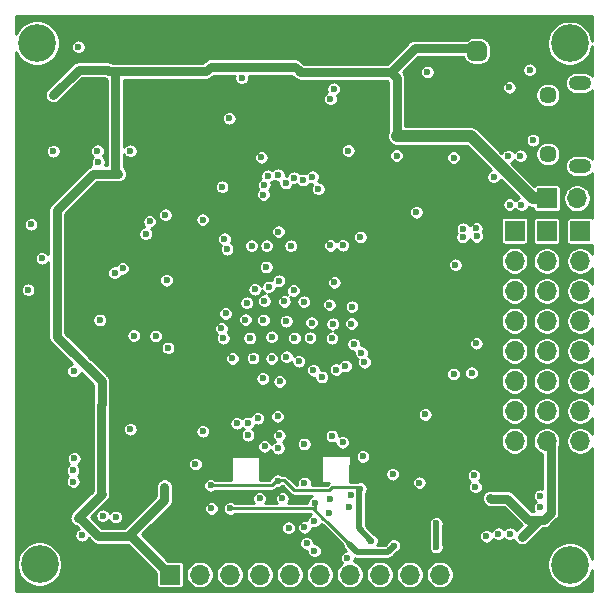
<source format=gbr>
%TF.GenerationSoftware,KiCad,Pcbnew,(5.1.6)-1*%
%TF.CreationDate,2020-09-08T22:29:01+07:00*%
%TF.ProjectId,Pixracer_clone,50697872-6163-4657-925f-636c6f6e652e,rev?*%
%TF.SameCoordinates,Original*%
%TF.FileFunction,Copper,L3,Inr*%
%TF.FilePolarity,Positive*%
%FSLAX46Y46*%
G04 Gerber Fmt 4.6, Leading zero omitted, Abs format (unit mm)*
G04 Created by KiCad (PCBNEW (5.1.6)-1) date 2020-09-08 22:29:01*
%MOMM*%
%LPD*%
G01*
G04 APERTURE LIST*
%TA.AperFunction,ViaPad*%
%ADD10O,1.700000X1.700000*%
%TD*%
%TA.AperFunction,ViaPad*%
%ADD11R,1.700000X1.700000*%
%TD*%
%TA.AperFunction,ViaPad*%
%ADD12O,1.900000X1.200000*%
%TD*%
%TA.AperFunction,ViaPad*%
%ADD13C,1.450000*%
%TD*%
%TA.AperFunction,ViaPad*%
%ADD14C,3.200000*%
%TD*%
%TA.AperFunction,ViaPad*%
%ADD15C,0.600000*%
%TD*%
%TA.AperFunction,Conductor*%
%ADD16C,1.000000*%
%TD*%
%TA.AperFunction,Conductor*%
%ADD17C,0.500000*%
%TD*%
%TA.AperFunction,Conductor*%
%ADD18C,0.250000*%
%TD*%
%TA.AperFunction,Conductor*%
%ADD19C,0.800000*%
%TD*%
%TA.AperFunction,Conductor*%
%ADD20C,0.254000*%
%TD*%
G04 APERTURE END LIST*
D10*
%TO.N,3.3_SENSE_EN*%
%TO.C,IMU_Debug*%
X180485000Y-120075000D03*
%TO.N,EXTERNAL_MPU_CS*%
X177945000Y-120075000D03*
%TO.N,ICM20948_CS*%
X175405000Y-120075000D03*
%TO.N,IMU_MISO*%
X172865000Y-120075000D03*
%TO.N,LSM6D3_CS*%
X170325000Y-120075000D03*
%TO.N,MPU9250_CS*%
X167785000Y-120075000D03*
%TO.N,IMU_MOSI*%
X165245000Y-120075000D03*
%TO.N,IMU_CLK*%
X162705000Y-120075000D03*
%TO.N,GND*%
X160165000Y-120075000D03*
D11*
%TO.N,+5V*%
X157625000Y-120075000D03*
%TD*%
D10*
%TO.N,GND*%
%TO.C,J19*%
X192090000Y-88225000D03*
D11*
%TO.N,+5V*%
X189550000Y-88225000D03*
%TD*%
D12*
%TO.N,GND*%
%TO.C,J2*%
X192337500Y-78475000D03*
X192337500Y-85475000D03*
D13*
X189637500Y-79475000D03*
X189637500Y-84475000D03*
%TD*%
D10*
%TO.N,+5V*%
%TO.C,J5*%
X189525000Y-108780000D03*
X189525000Y-106240000D03*
X189525000Y-103700000D03*
X189525000Y-101160000D03*
X189525000Y-98620000D03*
X189525000Y-96080000D03*
X189525000Y-93540000D03*
D11*
X189525000Y-91000000D03*
%TD*%
D10*
%TO.N,GND*%
%TO.C,J4*%
X192375000Y-108780000D03*
X192375000Y-106240000D03*
X192375000Y-103700000D03*
X192375000Y-101160000D03*
X192375000Y-98620000D03*
X192375000Y-96080000D03*
X192375000Y-93540000D03*
D11*
X192375000Y-91000000D03*
%TD*%
D10*
%TO.N,TIM1_CH1*%
%TO.C,J3*%
X186810000Y-108740000D03*
%TO.N,TIM1_CH2*%
X186810000Y-106200000D03*
%TO.N,TIM1_CH3*%
X186810000Y-103660000D03*
%TO.N,TIM1_CH4*%
X186810000Y-101120000D03*
%TO.N,TIM3_CH1*%
X186810000Y-98580000D03*
%TO.N,TIM3_CH2*%
X186810000Y-96040000D03*
%TO.N,TIM3_CH3*%
X186810000Y-93500000D03*
D11*
%TO.N,TIM3_CH4*%
X186810000Y-90960000D03*
%TD*%
D14*
%TO.N,*%
X146375000Y-75075000D03*
X191475000Y-75100000D03*
X146600000Y-119200000D03*
X191500000Y-119250000D03*
D15*
%TO.N,GND*%
X181650000Y-84775000D03*
X179425000Y-77525000D03*
X186375000Y-78825000D03*
X188100000Y-77350000D03*
X179250000Y-106525000D03*
X178750000Y-112300000D03*
X159800000Y-110725000D03*
X149525000Y-110250000D03*
X150175000Y-116750000D03*
X145875000Y-90425000D03*
X157350000Y-95150000D03*
X183575000Y-100500000D03*
X149875000Y-75400000D03*
X151700000Y-98525000D03*
X149475000Y-102850000D03*
X165650000Y-109225000D03*
X161150000Y-114475000D03*
X178500000Y-89400000D03*
X162650000Y-81450000D03*
X162050000Y-87250000D03*
X155600000Y-91225000D03*
X146800000Y-93300000D03*
X163725000Y-78025000D03*
X171225000Y-79800000D03*
X176825000Y-84600000D03*
X160425000Y-107950000D03*
X153625000Y-94150000D03*
X152948799Y-94531201D03*
X172250000Y-108875000D03*
X172825000Y-114400000D03*
X172650000Y-118675000D03*
X173975000Y-110075000D03*
X169875000Y-115525000D03*
X167150000Y-113625000D03*
X145625000Y-95975000D03*
X176500000Y-111575000D03*
X154585000Y-99843232D03*
X157475000Y-100890000D03*
X171500000Y-78950000D03*
X185050000Y-86400000D03*
X172725000Y-84175000D03*
X166820000Y-91045000D03*
X160405001Y-90030001D03*
X181800000Y-93850000D03*
X151555000Y-85160000D03*
X147750000Y-84225000D03*
X154275000Y-107775000D03*
X184425000Y-116825000D03*
X183500000Y-112650000D03*
X154275000Y-84200000D03*
X156425000Y-99875000D03*
X162925000Y-101775000D03*
X164675000Y-101750000D03*
X166250000Y-101775000D03*
X166250000Y-99950000D03*
X164400000Y-100050000D03*
X168175000Y-100050000D03*
X169500000Y-100025000D03*
X171350000Y-100075000D03*
X171425000Y-98850000D03*
X169625000Y-98750000D03*
X167475000Y-98625000D03*
X165550000Y-98525000D03*
X164025000Y-98500000D03*
X164150000Y-97075000D03*
X165625000Y-96900000D03*
X167325000Y-96950000D03*
X168975000Y-96975000D03*
X171125000Y-97225000D03*
X173050000Y-97400000D03*
X173000000Y-98825000D03*
X166875000Y-95200000D03*
X171550000Y-95350000D03*
X168100000Y-96025000D03*
X164825000Y-95925000D03*
X166000000Y-95725000D03*
X181650000Y-103100000D03*
%TO.N,VCC*%
X180125000Y-102975000D03*
X180125000Y-104350000D03*
X180025000Y-96750000D03*
X151600000Y-93075000D03*
X181525000Y-88525000D03*
X180700000Y-87800000D03*
X175725000Y-90325000D03*
X160275000Y-88025000D03*
X176975000Y-104525000D03*
X161500000Y-107125000D03*
X157325000Y-96100000D03*
X156400000Y-92275000D03*
X180750000Y-88550000D03*
X181475000Y-87800000D03*
X157475000Y-101860000D03*
X168025000Y-80775000D03*
X180020000Y-93920000D03*
X169975000Y-95050000D03*
X157475000Y-99885000D03*
%TO.N,+1V8*%
X176600000Y-117625000D03*
X169900000Y-114000000D03*
X162725000Y-114475000D03*
%TO.N,+3.3VA*%
X180175000Y-117750000D03*
X174700000Y-117200000D03*
X173750000Y-112800000D03*
X166750000Y-112125000D03*
X161075000Y-112525000D03*
X180175000Y-115750000D03*
%TO.N,PWR_IN*%
X187300000Y-84625000D03*
X186275000Y-84650000D03*
X187400000Y-88775000D03*
X186400000Y-88750000D03*
%TO.N,VBUS*%
X188375000Y-83300000D03*
%TO.N,BOOT0*%
X165375000Y-84750000D03*
%TO.N,UART1_TX*%
X162475000Y-92525000D03*
%TO.N,UART1_RX*%
X162250000Y-91650000D03*
%TO.N,I2C2_SCl*%
X171700000Y-102725000D03*
X185450000Y-116625000D03*
%TO.N,I2C2_SDA*%
X172500000Y-102425000D03*
X186425000Y-116625000D03*
%TO.N,UART3_RX*%
X188975000Y-113400000D03*
X173850000Y-101300000D03*
%TO.N,UART3_TX*%
X173200000Y-100575000D03*
X188975000Y-114400000D03*
%TO.N,UART2_CTS*%
X169700000Y-86400000D03*
%TO.N,UART2_RTS*%
X168900000Y-86675000D03*
%TO.N,UART2_TX*%
X168125000Y-86475000D03*
%TO.N,UART2_RX*%
X167450000Y-86925000D03*
%TO.N,Buzzer*%
X173750000Y-91500000D03*
%TO.N,ICM20948_CS*%
X171350000Y-108350000D03*
%TO.N,MPU9250_CS*%
X165500000Y-103475000D03*
%TO.N,SDIO0*%
X165825000Y-92240000D03*
X165787500Y-94037500D03*
%TO.N,SDIO1*%
X164550000Y-92240000D03*
%TO.N,SDIO_CLK*%
X167875000Y-92240000D03*
%TO.N,SDIO_CMD*%
X170187500Y-87425000D03*
%TO.N,SDIO3*%
X171225000Y-92215000D03*
%TO.N,SDIO2*%
X172275000Y-92200000D03*
%TO.N,SPI2_MOSI*%
X183175000Y-103000000D03*
X174100000Y-102100000D03*
%TO.N,3.3_SENSE_EN*%
X183375000Y-111675000D03*
X169775000Y-102775000D03*
%TO.N,UART7_TX*%
X168550000Y-102025000D03*
X153050000Y-115200000D03*
%TO.N,UART7_RX*%
X167500000Y-101650000D03*
X151950000Y-115100000D03*
%TO.N,ICM20948_DRDY*%
X172925000Y-113325000D03*
X166925000Y-103725000D03*
%TO.N,LSM6D3_CS*%
X166750000Y-106675000D03*
X171125000Y-114900000D03*
%TO.N,MPU9250_DRDY*%
X165225000Y-113625000D03*
X166800000Y-109375000D03*
%TO.N,IMU_MOSI*%
X169025000Y-116075000D03*
X169000000Y-109025000D03*
X169200000Y-117425000D03*
X169025000Y-112325000D03*
X165075000Y-106850000D03*
%TO.N,IMU_MISO*%
X164250000Y-107250000D03*
X169875000Y-118075000D03*
X171175000Y-113650000D03*
%TO.N,IMU_CLK*%
X164250000Y-108275000D03*
X166900000Y-108300000D03*
X167675000Y-116125000D03*
X163300000Y-107275000D03*
%TO.N,Net-(D2-Pad2)*%
X182450000Y-90800000D03*
X183600000Y-91450000D03*
X182425000Y-91500000D03*
X183575000Y-90775000D03*
%TO.N,SPI3_MOSI*%
X165550000Y-87900000D03*
%TO.N,SPI3_MISO*%
X165625000Y-87075000D03*
%TO.N,SPI3_SCK*%
X165925000Y-86325000D03*
%TO.N,SPI3_CS*%
X166800000Y-86225000D03*
%TO.N,SAFETY_SWITCH_IN*%
X149450000Y-112200000D03*
X162150000Y-100075000D03*
%TO.N,LED_SAFETY*%
X162000000Y-99225000D03*
X149425000Y-111250000D03*
%TO.N,nRF24_EN*%
X162350000Y-97975000D03*
X151500000Y-84200000D03*
%TO.N,SPI4_MOSI*%
X155925000Y-90175000D03*
X157250000Y-89625000D03*
%TO.N,+5V*%
X183300000Y-76075000D03*
X183275000Y-75425000D03*
X183925000Y-75400000D03*
X187450000Y-116875000D03*
X188875000Y-115425000D03*
X157175000Y-112650000D03*
X154075000Y-116825000D03*
X148050000Y-89250000D03*
X147775000Y-79475000D03*
X152300000Y-77325000D03*
X160710000Y-77470000D03*
X168525000Y-77400000D03*
X176325000Y-77550000D03*
X153275000Y-86150000D03*
X151825000Y-105700000D03*
X176825000Y-82950000D03*
X149850000Y-115275000D03*
X184775000Y-113600000D03*
X184000000Y-76050000D03*
%TO.N,EXTERNAL_MPU_CS*%
X170500000Y-103350000D03*
%TD*%
D16*
%TO.N,VCC*%
X181550000Y-88650000D02*
X180150000Y-90050000D01*
X180150000Y-90050000D02*
X180150000Y-93775000D01*
X179499999Y-90700001D02*
X180150000Y-90050000D01*
X175925001Y-90700001D02*
X179499999Y-90700001D01*
X175500000Y-90275000D02*
X175925001Y-90700001D01*
X181550000Y-87875000D02*
X181475000Y-87800000D01*
X181550000Y-88650000D02*
X181550000Y-87875000D01*
X180025000Y-104250000D02*
X180125000Y-104350000D01*
X180025000Y-96750000D02*
X180025000Y-104250000D01*
X177150000Y-104350000D02*
X176975000Y-104525000D01*
X180125000Y-104350000D02*
X177150000Y-104350000D01*
X162225001Y-89975001D02*
X160275000Y-88025000D01*
X175500000Y-90275000D02*
X175200001Y-89975001D01*
X160275000Y-88400000D02*
X156400000Y-92275000D01*
X160275000Y-88025000D02*
X160275000Y-88400000D01*
X152400000Y-92275000D02*
X151600000Y-93075000D01*
X157500000Y-96200000D02*
X158475001Y-97175001D01*
X158475001Y-102049999D02*
X158049999Y-102049999D01*
X158475001Y-102049999D02*
X158475001Y-103350001D01*
X157890001Y-101890001D02*
X157475000Y-101890001D01*
X158049999Y-102049999D02*
X157890001Y-101890001D01*
X171825000Y-90000000D02*
X171825000Y-84625000D01*
X175200001Y-89975001D02*
X171850001Y-89975001D01*
X171800000Y-84625000D02*
X167974999Y-80799999D01*
X168025000Y-80775000D02*
X168025000Y-80775000D01*
X180150000Y-93775000D02*
X180150000Y-93900000D01*
X175500000Y-90275000D02*
X171684998Y-90275000D01*
X170149999Y-89975001D02*
X162225001Y-89975001D01*
X171850001Y-89975001D02*
X170149999Y-89975001D01*
D17*
X169975000Y-90150000D02*
X170149999Y-89975001D01*
X169975000Y-95050000D02*
X169975000Y-90150000D01*
D16*
X157500000Y-96200000D02*
X156725000Y-96200000D01*
X156725000Y-96200000D02*
X156325000Y-96200000D01*
X156325000Y-96200000D02*
X154675000Y-94550000D01*
X156400000Y-92275000D02*
X154675000Y-92275000D01*
X154675000Y-94550000D02*
X154675000Y-92275000D01*
X154675000Y-92275000D02*
X152400000Y-92275000D01*
X161425001Y-107050001D02*
X161500000Y-107125000D01*
X161425001Y-106300001D02*
X161425001Y-107050001D01*
X158475001Y-103350001D02*
X161425001Y-106300001D01*
D17*
X158475001Y-99849999D02*
X157510001Y-99849999D01*
D16*
X158475001Y-99849999D02*
X158475001Y-102049999D01*
D17*
X157510001Y-99849999D02*
X157475000Y-99885000D01*
D16*
X158475001Y-97175001D02*
X158475001Y-99849999D01*
D18*
%TO.N,+1V8*%
X162725000Y-114475000D02*
X169774998Y-114475000D01*
X169774998Y-114475000D02*
X169900000Y-114600002D01*
X169900000Y-114600002D02*
X170637499Y-115337501D01*
X170637499Y-115337501D02*
X170824999Y-115525001D01*
X169900000Y-114000000D02*
X169900000Y-114600002D01*
X170637499Y-115337501D02*
X170900000Y-115600000D01*
D17*
X176600000Y-117625000D02*
X176225000Y-118000000D01*
X176600000Y-117625000D02*
X176075000Y-118150000D01*
X173450000Y-118150000D02*
X172825000Y-117525000D01*
X176075000Y-118150000D02*
X173450000Y-118150000D01*
D18*
X170900000Y-115600000D02*
X172825000Y-117525000D01*
X172825000Y-117525000D02*
X172925000Y-117625000D01*
%TO.N,+3.3VA*%
X166600000Y-112175000D02*
X166250000Y-112525000D01*
X166250000Y-112525000D02*
X161075000Y-112525000D01*
X166700000Y-112100000D02*
X167325000Y-112100000D01*
X168175001Y-112950001D02*
X171099999Y-112950001D01*
X167325000Y-112100000D02*
X168175001Y-112950001D01*
X173649999Y-112699999D02*
X173750000Y-112800000D01*
X171350001Y-112699999D02*
X173649999Y-112699999D01*
X171099999Y-112950001D02*
X171350001Y-112699999D01*
D17*
X174700000Y-117200000D02*
X173675001Y-116175001D01*
X173675001Y-112874999D02*
X173750000Y-112800000D01*
X173675001Y-116175001D02*
X173675001Y-112874999D01*
X180175000Y-117750000D02*
X180175000Y-115750000D01*
D16*
%TO.N,+5V*%
X176825000Y-82950000D02*
X176825000Y-82950000D01*
D17*
X161149999Y-77100001D02*
X160775000Y-77475000D01*
X168225001Y-77100001D02*
X161149999Y-77100001D01*
X152450000Y-77475000D02*
X152300000Y-77325000D01*
X153000000Y-77475000D02*
X152450000Y-77475000D01*
X160775000Y-77475000D02*
X153000000Y-77475000D01*
X151850000Y-103725000D02*
X151850000Y-113275000D01*
X151850000Y-113275000D02*
X149850000Y-115275000D01*
X149850000Y-115275000D02*
X149825000Y-115300000D01*
X188875000Y-115425000D02*
X187975000Y-115425000D01*
X184775000Y-113600000D02*
X185975000Y-113600000D01*
X186200000Y-113650000D02*
X186025000Y-113650000D01*
X185975000Y-113600000D02*
X186025000Y-113650000D01*
X186025000Y-113650000D02*
X185275000Y-113650000D01*
X183925000Y-75525000D02*
X178350000Y-75525000D01*
X183175000Y-76175000D02*
X183200000Y-76200000D01*
X183175000Y-75550000D02*
X183175000Y-76175000D01*
X183875000Y-75525000D02*
X183637500Y-75762500D01*
X183925000Y-75525000D02*
X183875000Y-75525000D01*
X183637500Y-75762500D02*
X183200000Y-76200000D01*
D16*
X183975000Y-76075000D02*
X184000000Y-76050000D01*
X183300000Y-76075000D02*
X183975000Y-76075000D01*
X184000000Y-75475000D02*
X183925000Y-75400000D01*
X184000000Y-76050000D02*
X184000000Y-75475000D01*
X183300000Y-75400000D02*
X183275000Y-75425000D01*
X183925000Y-75400000D02*
X183300000Y-75400000D01*
X183275000Y-76050000D02*
X183300000Y-76075000D01*
X183275000Y-75425000D02*
X183275000Y-76050000D01*
X188369998Y-88225000D02*
X183094998Y-82950000D01*
X189550000Y-88225000D02*
X188369998Y-88225000D01*
X183094998Y-82950000D02*
X182100000Y-82950000D01*
X182100000Y-82950000D02*
X176825000Y-82950000D01*
D17*
X189299264Y-115425000D02*
X188875000Y-115425000D01*
D19*
X176825000Y-78050000D02*
X176325000Y-77550000D01*
X176825000Y-82950000D02*
X176825000Y-78050000D01*
X176325000Y-77550000D02*
X178350000Y-75525000D01*
X183800000Y-75525000D02*
X183925000Y-75400000D01*
X178350000Y-75525000D02*
X183800000Y-75525000D01*
X168675000Y-77550000D02*
X168525000Y-77400000D01*
X176325000Y-77550000D02*
X168675000Y-77550000D01*
X161079999Y-77100001D02*
X160710000Y-77470000D01*
X168225001Y-77100001D02*
X161079999Y-77100001D01*
X168525000Y-77400000D02*
X168225001Y-77100001D01*
X152445000Y-77470000D02*
X152300000Y-77325000D01*
X160710000Y-77470000D02*
X152445000Y-77470000D01*
X149925000Y-77325000D02*
X147775000Y-79475000D01*
X152300000Y-77325000D02*
X149925000Y-77325000D01*
X153000000Y-85875000D02*
X153275000Y-86150000D01*
X153000000Y-77475000D02*
X153000000Y-85875000D01*
X151150000Y-86150000D02*
X148050000Y-89250000D01*
X153275000Y-86150000D02*
X151150000Y-86150000D01*
X148050000Y-99925000D02*
X151850000Y-103725000D01*
X148050000Y-89250000D02*
X148050000Y-99925000D01*
X151850000Y-105675000D02*
X151825000Y-105700000D01*
X151850000Y-103725000D02*
X151850000Y-105675000D01*
X151825000Y-113250000D02*
X151850000Y-113275000D01*
X151825000Y-105700000D02*
X151825000Y-113250000D01*
X151825000Y-113300000D02*
X149850000Y-115275000D01*
X151825000Y-113250000D02*
X151825000Y-113300000D01*
X151582002Y-116825000D02*
X154075000Y-116825000D01*
X150032002Y-115275000D02*
X151582002Y-116825000D01*
X149850000Y-115275000D02*
X150032002Y-115275000D01*
X154075000Y-116825000D02*
X157175000Y-113725000D01*
X157175000Y-113725000D02*
X157175000Y-112650000D01*
X154375000Y-116825000D02*
X157625000Y-120075000D01*
X154075000Y-116825000D02*
X154375000Y-116825000D01*
X189299264Y-115425000D02*
X187975000Y-115425000D01*
X189875001Y-109130001D02*
X189875001Y-114849263D01*
X189875001Y-114849263D02*
X189299264Y-115425000D01*
X189525000Y-108780000D02*
X189875001Y-109130001D01*
X187975000Y-115425000D02*
X186200000Y-113650000D01*
X184825000Y-113650000D02*
X184775000Y-113600000D01*
X186200000Y-113650000D02*
X184825000Y-113650000D01*
X188875000Y-115450000D02*
X187450000Y-116875000D01*
X188875000Y-115425000D02*
X188875000Y-115450000D01*
%TD*%
D20*
%TO.N,VCC*%
G36*
X193397822Y-72776821D02*
G01*
X193396755Y-74883839D01*
X193327947Y-74537915D01*
X193182685Y-74187223D01*
X192971799Y-73871609D01*
X192703391Y-73603201D01*
X192387777Y-73392315D01*
X192037085Y-73247053D01*
X191664793Y-73173000D01*
X191285207Y-73173000D01*
X190912915Y-73247053D01*
X190562223Y-73392315D01*
X190246609Y-73603201D01*
X189978201Y-73871609D01*
X189767315Y-74187223D01*
X189622053Y-74537915D01*
X189548000Y-74910207D01*
X189548000Y-75289793D01*
X189622053Y-75662085D01*
X189767315Y-76012777D01*
X189978201Y-76328391D01*
X190246609Y-76596799D01*
X190562223Y-76807685D01*
X190912915Y-76952947D01*
X191285207Y-77027000D01*
X191664793Y-77027000D01*
X192037085Y-76952947D01*
X192387777Y-76807685D01*
X192703391Y-76596799D01*
X192971799Y-76328391D01*
X193182685Y-76012777D01*
X193327947Y-75662085D01*
X193396536Y-75317264D01*
X193395240Y-77876147D01*
X193346159Y-77816341D01*
X193205005Y-77700499D01*
X193043964Y-77614420D01*
X192869224Y-77561413D01*
X192733038Y-77548000D01*
X191941962Y-77548000D01*
X191805776Y-77561413D01*
X191631036Y-77614420D01*
X191469995Y-77700499D01*
X191328841Y-77816341D01*
X191212999Y-77957495D01*
X191126920Y-78118536D01*
X191073913Y-78293276D01*
X191056015Y-78475000D01*
X191073913Y-78656724D01*
X191126920Y-78831464D01*
X191212999Y-78992505D01*
X191328841Y-79133659D01*
X191469995Y-79249501D01*
X191631036Y-79335580D01*
X191805776Y-79388587D01*
X191941962Y-79402000D01*
X192733038Y-79402000D01*
X192869224Y-79388587D01*
X193043964Y-79335580D01*
X193205005Y-79249501D01*
X193346159Y-79133659D01*
X193394633Y-79074593D01*
X193391698Y-84871831D01*
X193346159Y-84816341D01*
X193205005Y-84700499D01*
X193043964Y-84614420D01*
X192869224Y-84561413D01*
X192733038Y-84548000D01*
X191941962Y-84548000D01*
X191805776Y-84561413D01*
X191631036Y-84614420D01*
X191469995Y-84700499D01*
X191328841Y-84816341D01*
X191212999Y-84957495D01*
X191126920Y-85118536D01*
X191073913Y-85293276D01*
X191056015Y-85475000D01*
X191073913Y-85656724D01*
X191126920Y-85831464D01*
X191212999Y-85992505D01*
X191328841Y-86133659D01*
X191469995Y-86249501D01*
X191631036Y-86335580D01*
X191805776Y-86388587D01*
X191941962Y-86402000D01*
X192733038Y-86402000D01*
X192869224Y-86388587D01*
X193043964Y-86335580D01*
X193205005Y-86249501D01*
X193346159Y-86133659D01*
X193391087Y-86078914D01*
X193389169Y-89866969D01*
X193350743Y-89846430D01*
X193289103Y-89827732D01*
X193225000Y-89821418D01*
X191525000Y-89821418D01*
X191460897Y-89827732D01*
X191399257Y-89846430D01*
X191342450Y-89876794D01*
X191292657Y-89917657D01*
X191251794Y-89967450D01*
X191221430Y-90024257D01*
X191202732Y-90085897D01*
X191196418Y-90150000D01*
X191196418Y-91850000D01*
X191202732Y-91914103D01*
X191221430Y-91975743D01*
X191251794Y-92032550D01*
X191292657Y-92082343D01*
X191342450Y-92123206D01*
X191399257Y-92153570D01*
X191460897Y-92172268D01*
X191525000Y-92178582D01*
X193225000Y-92178582D01*
X193289103Y-92172268D01*
X193350743Y-92153570D01*
X193388021Y-92133644D01*
X193387615Y-92936940D01*
X193289236Y-92789706D01*
X193125294Y-92625764D01*
X192932519Y-92496956D01*
X192718318Y-92408231D01*
X192490924Y-92363000D01*
X192259076Y-92363000D01*
X192031682Y-92408231D01*
X191817481Y-92496956D01*
X191624706Y-92625764D01*
X191460764Y-92789706D01*
X191331956Y-92982481D01*
X191243231Y-93196682D01*
X191198000Y-93424076D01*
X191198000Y-93655924D01*
X191243231Y-93883318D01*
X191331956Y-94097519D01*
X191460764Y-94290294D01*
X191624706Y-94454236D01*
X191817481Y-94583044D01*
X192031682Y-94671769D01*
X192259076Y-94717000D01*
X192490924Y-94717000D01*
X192718318Y-94671769D01*
X192932519Y-94583044D01*
X193125294Y-94454236D01*
X193289236Y-94290294D01*
X193387003Y-94143975D01*
X193386329Y-95475017D01*
X193289236Y-95329706D01*
X193125294Y-95165764D01*
X192932519Y-95036956D01*
X192718318Y-94948231D01*
X192490924Y-94903000D01*
X192259076Y-94903000D01*
X192031682Y-94948231D01*
X191817481Y-95036956D01*
X191624706Y-95165764D01*
X191460764Y-95329706D01*
X191331956Y-95522481D01*
X191243231Y-95736682D01*
X191198000Y-95964076D01*
X191198000Y-96195924D01*
X191243231Y-96423318D01*
X191331956Y-96637519D01*
X191460764Y-96830294D01*
X191624706Y-96994236D01*
X191817481Y-97123044D01*
X192031682Y-97211769D01*
X192259076Y-97257000D01*
X192490924Y-97257000D01*
X192718318Y-97211769D01*
X192932519Y-97123044D01*
X193125294Y-96994236D01*
X193289236Y-96830294D01*
X193385716Y-96685901D01*
X193385044Y-98013094D01*
X193289236Y-97869706D01*
X193125294Y-97705764D01*
X192932519Y-97576956D01*
X192718318Y-97488231D01*
X192490924Y-97443000D01*
X192259076Y-97443000D01*
X192031682Y-97488231D01*
X191817481Y-97576956D01*
X191624706Y-97705764D01*
X191460764Y-97869706D01*
X191331956Y-98062481D01*
X191243231Y-98276682D01*
X191198000Y-98504076D01*
X191198000Y-98735924D01*
X191243231Y-98963318D01*
X191331956Y-99177519D01*
X191460764Y-99370294D01*
X191624706Y-99534236D01*
X191817481Y-99663044D01*
X192031682Y-99751769D01*
X192259076Y-99797000D01*
X192490924Y-99797000D01*
X192718318Y-99751769D01*
X192932519Y-99663044D01*
X193125294Y-99534236D01*
X193289236Y-99370294D01*
X193384429Y-99227827D01*
X193383759Y-100551170D01*
X193289236Y-100409706D01*
X193125294Y-100245764D01*
X192932519Y-100116956D01*
X192718318Y-100028231D01*
X192490924Y-99983000D01*
X192259076Y-99983000D01*
X192031682Y-100028231D01*
X191817481Y-100116956D01*
X191624706Y-100245764D01*
X191460764Y-100409706D01*
X191331956Y-100602481D01*
X191243231Y-100816682D01*
X191198000Y-101044076D01*
X191198000Y-101275924D01*
X191243231Y-101503318D01*
X191331956Y-101717519D01*
X191460764Y-101910294D01*
X191624706Y-102074236D01*
X191817481Y-102203044D01*
X192031682Y-102291769D01*
X192259076Y-102337000D01*
X192490924Y-102337000D01*
X192718318Y-102291769D01*
X192932519Y-102203044D01*
X193125294Y-102074236D01*
X193289236Y-101910294D01*
X193383142Y-101769753D01*
X193382474Y-103089247D01*
X193289236Y-102949706D01*
X193125294Y-102785764D01*
X192932519Y-102656956D01*
X192718318Y-102568231D01*
X192490924Y-102523000D01*
X192259076Y-102523000D01*
X192031682Y-102568231D01*
X191817481Y-102656956D01*
X191624706Y-102785764D01*
X191460764Y-102949706D01*
X191331956Y-103142481D01*
X191243231Y-103356682D01*
X191198000Y-103584076D01*
X191198000Y-103815924D01*
X191243231Y-104043318D01*
X191331956Y-104257519D01*
X191460764Y-104450294D01*
X191624706Y-104614236D01*
X191817481Y-104743044D01*
X192031682Y-104831769D01*
X192259076Y-104877000D01*
X192490924Y-104877000D01*
X192718318Y-104831769D01*
X192932519Y-104743044D01*
X193125294Y-104614236D01*
X193289236Y-104450294D01*
X193381855Y-104311679D01*
X193381189Y-105627324D01*
X193289236Y-105489706D01*
X193125294Y-105325764D01*
X192932519Y-105196956D01*
X192718318Y-105108231D01*
X192490924Y-105063000D01*
X192259076Y-105063000D01*
X192031682Y-105108231D01*
X191817481Y-105196956D01*
X191624706Y-105325764D01*
X191460764Y-105489706D01*
X191331956Y-105682481D01*
X191243231Y-105896682D01*
X191198000Y-106124076D01*
X191198000Y-106355924D01*
X191243231Y-106583318D01*
X191331956Y-106797519D01*
X191460764Y-106990294D01*
X191624706Y-107154236D01*
X191817481Y-107283044D01*
X192031682Y-107371769D01*
X192259076Y-107417000D01*
X192490924Y-107417000D01*
X192718318Y-107371769D01*
X192932519Y-107283044D01*
X193125294Y-107154236D01*
X193289236Y-106990294D01*
X193380568Y-106853605D01*
X193379904Y-108165401D01*
X193289236Y-108029706D01*
X193125294Y-107865764D01*
X192932519Y-107736956D01*
X192718318Y-107648231D01*
X192490924Y-107603000D01*
X192259076Y-107603000D01*
X192031682Y-107648231D01*
X191817481Y-107736956D01*
X191624706Y-107865764D01*
X191460764Y-108029706D01*
X191331956Y-108222481D01*
X191243231Y-108436682D01*
X191198000Y-108664076D01*
X191198000Y-108895924D01*
X191243231Y-109123318D01*
X191331956Y-109337519D01*
X191460764Y-109530294D01*
X191624706Y-109694236D01*
X191817481Y-109823044D01*
X192031682Y-109911769D01*
X192259076Y-109957000D01*
X192490924Y-109957000D01*
X192718318Y-109911769D01*
X192932519Y-109823044D01*
X193125294Y-109694236D01*
X193289236Y-109530294D01*
X193379281Y-109395532D01*
X193374521Y-118796378D01*
X193352947Y-118687915D01*
X193207685Y-118337223D01*
X192996799Y-118021609D01*
X192728391Y-117753201D01*
X192412777Y-117542315D01*
X192062085Y-117397053D01*
X191689793Y-117323000D01*
X191310207Y-117323000D01*
X190937915Y-117397053D01*
X190587223Y-117542315D01*
X190271609Y-117753201D01*
X190003201Y-118021609D01*
X189792315Y-118337223D01*
X189647053Y-118687915D01*
X189573000Y-119060207D01*
X189573000Y-119439793D01*
X189647053Y-119812085D01*
X189792315Y-120162777D01*
X190003201Y-120478391D01*
X190271609Y-120746799D01*
X190587223Y-120957685D01*
X190937915Y-121102947D01*
X191310207Y-121177000D01*
X191689793Y-121177000D01*
X192062085Y-121102947D01*
X192412777Y-120957685D01*
X192728391Y-120746799D01*
X192996799Y-120478391D01*
X193207685Y-120162777D01*
X193352947Y-119812085D01*
X193374061Y-119705937D01*
X193373179Y-121448179D01*
X144626819Y-121472822D01*
X144625558Y-119010207D01*
X144673000Y-119010207D01*
X144673000Y-119389793D01*
X144747053Y-119762085D01*
X144892315Y-120112777D01*
X145103201Y-120428391D01*
X145371609Y-120696799D01*
X145687223Y-120907685D01*
X146037915Y-121052947D01*
X146410207Y-121127000D01*
X146789793Y-121127000D01*
X147162085Y-121052947D01*
X147512777Y-120907685D01*
X147828391Y-120696799D01*
X148096799Y-120428391D01*
X148307685Y-120112777D01*
X148452947Y-119762085D01*
X148527000Y-119389793D01*
X148527000Y-119010207D01*
X148452947Y-118637915D01*
X148307685Y-118287223D01*
X148096799Y-117971609D01*
X147828391Y-117703201D01*
X147512777Y-117492315D01*
X147162085Y-117347053D01*
X146789793Y-117273000D01*
X146410207Y-117273000D01*
X146037915Y-117347053D01*
X145687223Y-117492315D01*
X145371609Y-117703201D01*
X145103201Y-117971609D01*
X144892315Y-118287223D01*
X144747053Y-118637915D01*
X144673000Y-119010207D01*
X144625558Y-119010207D01*
X144621552Y-111188246D01*
X148798000Y-111188246D01*
X148798000Y-111311754D01*
X148822095Y-111432889D01*
X148869360Y-111546996D01*
X148937977Y-111649689D01*
X149025311Y-111737023D01*
X149025883Y-111737405D01*
X148962977Y-111800311D01*
X148894360Y-111903004D01*
X148847095Y-112017111D01*
X148823000Y-112138246D01*
X148823000Y-112261754D01*
X148847095Y-112382889D01*
X148894360Y-112496996D01*
X148962977Y-112599689D01*
X149050311Y-112687023D01*
X149153004Y-112755640D01*
X149267111Y-112802905D01*
X149388246Y-112827000D01*
X149511754Y-112827000D01*
X149632889Y-112802905D01*
X149746996Y-112755640D01*
X149849689Y-112687023D01*
X149937023Y-112599689D01*
X150005640Y-112496996D01*
X150052905Y-112382889D01*
X150077000Y-112261754D01*
X150077000Y-112138246D01*
X150052905Y-112017111D01*
X150005640Y-111903004D01*
X149937023Y-111800311D01*
X149849689Y-111712977D01*
X149849117Y-111712595D01*
X149912023Y-111649689D01*
X149980640Y-111546996D01*
X150027905Y-111432889D01*
X150052000Y-111311754D01*
X150052000Y-111188246D01*
X150027905Y-111067111D01*
X149980640Y-110953004D01*
X149912023Y-110850311D01*
X149849185Y-110787473D01*
X149924689Y-110737023D01*
X150012023Y-110649689D01*
X150080640Y-110546996D01*
X150127905Y-110432889D01*
X150152000Y-110311754D01*
X150152000Y-110188246D01*
X150127905Y-110067111D01*
X150080640Y-109953004D01*
X150012023Y-109850311D01*
X149924689Y-109762977D01*
X149821996Y-109694360D01*
X149707889Y-109647095D01*
X149586754Y-109623000D01*
X149463246Y-109623000D01*
X149342111Y-109647095D01*
X149228004Y-109694360D01*
X149125311Y-109762977D01*
X149037977Y-109850311D01*
X148969360Y-109953004D01*
X148922095Y-110067111D01*
X148898000Y-110188246D01*
X148898000Y-110311754D01*
X148922095Y-110432889D01*
X148969360Y-110546996D01*
X149037977Y-110649689D01*
X149100815Y-110712527D01*
X149025311Y-110762977D01*
X148937977Y-110850311D01*
X148869360Y-110953004D01*
X148822095Y-111067111D01*
X148798000Y-111188246D01*
X144621552Y-111188246D01*
X144613726Y-95913246D01*
X144998000Y-95913246D01*
X144998000Y-96036754D01*
X145022095Y-96157889D01*
X145069360Y-96271996D01*
X145137977Y-96374689D01*
X145225311Y-96462023D01*
X145328004Y-96530640D01*
X145442111Y-96577905D01*
X145563246Y-96602000D01*
X145686754Y-96602000D01*
X145807889Y-96577905D01*
X145921996Y-96530640D01*
X146024689Y-96462023D01*
X146112023Y-96374689D01*
X146180640Y-96271996D01*
X146227905Y-96157889D01*
X146252000Y-96036754D01*
X146252000Y-95913246D01*
X146227905Y-95792111D01*
X146180640Y-95678004D01*
X146112023Y-95575311D01*
X146024689Y-95487977D01*
X145921996Y-95419360D01*
X145807889Y-95372095D01*
X145686754Y-95348000D01*
X145563246Y-95348000D01*
X145442111Y-95372095D01*
X145328004Y-95419360D01*
X145225311Y-95487977D01*
X145137977Y-95575311D01*
X145069360Y-95678004D01*
X145022095Y-95792111D01*
X144998000Y-95913246D01*
X144613726Y-95913246D01*
X144612356Y-93238246D01*
X146173000Y-93238246D01*
X146173000Y-93361754D01*
X146197095Y-93482889D01*
X146244360Y-93596996D01*
X146312977Y-93699689D01*
X146400311Y-93787023D01*
X146503004Y-93855640D01*
X146617111Y-93902905D01*
X146738246Y-93927000D01*
X146861754Y-93927000D01*
X146982889Y-93902905D01*
X147096996Y-93855640D01*
X147199689Y-93787023D01*
X147287023Y-93699689D01*
X147323000Y-93645845D01*
X147323001Y-99889282D01*
X147319483Y-99925000D01*
X147333520Y-100067517D01*
X147375090Y-100204556D01*
X147414349Y-100278004D01*
X147442598Y-100330853D01*
X147533447Y-100441554D01*
X147561189Y-100464321D01*
X149335360Y-102238492D01*
X149292111Y-102247095D01*
X149178004Y-102294360D01*
X149075311Y-102362977D01*
X148987977Y-102450311D01*
X148919360Y-102553004D01*
X148872095Y-102667111D01*
X148848000Y-102788246D01*
X148848000Y-102911754D01*
X148872095Y-103032889D01*
X148919360Y-103146996D01*
X148987977Y-103249689D01*
X149075311Y-103337023D01*
X149178004Y-103405640D01*
X149292111Y-103452905D01*
X149413246Y-103477000D01*
X149536754Y-103477000D01*
X149657889Y-103452905D01*
X149771996Y-103405640D01*
X149874689Y-103337023D01*
X149962023Y-103249689D01*
X150030640Y-103146996D01*
X150077905Y-103032889D01*
X150086508Y-102989640D01*
X151123000Y-104026133D01*
X151123001Y-105509745D01*
X151108520Y-105557483D01*
X151094483Y-105700000D01*
X151098000Y-105735708D01*
X151098001Y-112998865D01*
X149361193Y-114735674D01*
X149333446Y-114758446D01*
X149242597Y-114869147D01*
X149175090Y-114995443D01*
X149133520Y-115132483D01*
X149119483Y-115275000D01*
X149133520Y-115417517D01*
X149175090Y-115554557D01*
X149242597Y-115680853D01*
X149333446Y-115791554D01*
X149444147Y-115882403D01*
X149570443Y-115949910D01*
X149661868Y-115977643D01*
X149707483Y-115991480D01*
X149721756Y-115992886D01*
X149909983Y-116181114D01*
X149878004Y-116194360D01*
X149775311Y-116262977D01*
X149687977Y-116350311D01*
X149619360Y-116453004D01*
X149572095Y-116567111D01*
X149548000Y-116688246D01*
X149548000Y-116811754D01*
X149572095Y-116932889D01*
X149619360Y-117046996D01*
X149687977Y-117149689D01*
X149775311Y-117237023D01*
X149878004Y-117305640D01*
X149992111Y-117352905D01*
X150113246Y-117377000D01*
X150236754Y-117377000D01*
X150357889Y-117352905D01*
X150471996Y-117305640D01*
X150574689Y-117237023D01*
X150662023Y-117149689D01*
X150730640Y-117046996D01*
X150743886Y-117015017D01*
X151042681Y-117313812D01*
X151065448Y-117341554D01*
X151176149Y-117432403D01*
X151214691Y-117453004D01*
X151302445Y-117499910D01*
X151439484Y-117541480D01*
X151582001Y-117555517D01*
X151617709Y-117552000D01*
X154039292Y-117552000D01*
X154075000Y-117555517D01*
X154077171Y-117555303D01*
X156446418Y-119924551D01*
X156446418Y-120925000D01*
X156452732Y-120989103D01*
X156471430Y-121050743D01*
X156501794Y-121107550D01*
X156542657Y-121157343D01*
X156592450Y-121198206D01*
X156649257Y-121228570D01*
X156710897Y-121247268D01*
X156775000Y-121253582D01*
X158475000Y-121253582D01*
X158539103Y-121247268D01*
X158600743Y-121228570D01*
X158657550Y-121198206D01*
X158707343Y-121157343D01*
X158748206Y-121107550D01*
X158778570Y-121050743D01*
X158797268Y-120989103D01*
X158803582Y-120925000D01*
X158803582Y-119959076D01*
X158988000Y-119959076D01*
X158988000Y-120190924D01*
X159033231Y-120418318D01*
X159121956Y-120632519D01*
X159250764Y-120825294D01*
X159414706Y-120989236D01*
X159607481Y-121118044D01*
X159821682Y-121206769D01*
X160049076Y-121252000D01*
X160280924Y-121252000D01*
X160508318Y-121206769D01*
X160722519Y-121118044D01*
X160915294Y-120989236D01*
X161079236Y-120825294D01*
X161208044Y-120632519D01*
X161296769Y-120418318D01*
X161342000Y-120190924D01*
X161342000Y-119959076D01*
X161528000Y-119959076D01*
X161528000Y-120190924D01*
X161573231Y-120418318D01*
X161661956Y-120632519D01*
X161790764Y-120825294D01*
X161954706Y-120989236D01*
X162147481Y-121118044D01*
X162361682Y-121206769D01*
X162589076Y-121252000D01*
X162820924Y-121252000D01*
X163048318Y-121206769D01*
X163262519Y-121118044D01*
X163455294Y-120989236D01*
X163619236Y-120825294D01*
X163748044Y-120632519D01*
X163836769Y-120418318D01*
X163882000Y-120190924D01*
X163882000Y-119959076D01*
X164068000Y-119959076D01*
X164068000Y-120190924D01*
X164113231Y-120418318D01*
X164201956Y-120632519D01*
X164330764Y-120825294D01*
X164494706Y-120989236D01*
X164687481Y-121118044D01*
X164901682Y-121206769D01*
X165129076Y-121252000D01*
X165360924Y-121252000D01*
X165588318Y-121206769D01*
X165802519Y-121118044D01*
X165995294Y-120989236D01*
X166159236Y-120825294D01*
X166288044Y-120632519D01*
X166376769Y-120418318D01*
X166422000Y-120190924D01*
X166422000Y-119959076D01*
X166608000Y-119959076D01*
X166608000Y-120190924D01*
X166653231Y-120418318D01*
X166741956Y-120632519D01*
X166870764Y-120825294D01*
X167034706Y-120989236D01*
X167227481Y-121118044D01*
X167441682Y-121206769D01*
X167669076Y-121252000D01*
X167900924Y-121252000D01*
X168128318Y-121206769D01*
X168342519Y-121118044D01*
X168535294Y-120989236D01*
X168699236Y-120825294D01*
X168828044Y-120632519D01*
X168916769Y-120418318D01*
X168962000Y-120190924D01*
X168962000Y-119959076D01*
X169148000Y-119959076D01*
X169148000Y-120190924D01*
X169193231Y-120418318D01*
X169281956Y-120632519D01*
X169410764Y-120825294D01*
X169574706Y-120989236D01*
X169767481Y-121118044D01*
X169981682Y-121206769D01*
X170209076Y-121252000D01*
X170440924Y-121252000D01*
X170668318Y-121206769D01*
X170882519Y-121118044D01*
X171075294Y-120989236D01*
X171239236Y-120825294D01*
X171368044Y-120632519D01*
X171456769Y-120418318D01*
X171502000Y-120190924D01*
X171502000Y-119959076D01*
X171456769Y-119731682D01*
X171368044Y-119517481D01*
X171239236Y-119324706D01*
X171075294Y-119160764D01*
X170882519Y-119031956D01*
X170668318Y-118943231D01*
X170440924Y-118898000D01*
X170209076Y-118898000D01*
X169981682Y-118943231D01*
X169767481Y-119031956D01*
X169574706Y-119160764D01*
X169410764Y-119324706D01*
X169281956Y-119517481D01*
X169193231Y-119731682D01*
X169148000Y-119959076D01*
X168962000Y-119959076D01*
X168916769Y-119731682D01*
X168828044Y-119517481D01*
X168699236Y-119324706D01*
X168535294Y-119160764D01*
X168342519Y-119031956D01*
X168128318Y-118943231D01*
X167900924Y-118898000D01*
X167669076Y-118898000D01*
X167441682Y-118943231D01*
X167227481Y-119031956D01*
X167034706Y-119160764D01*
X166870764Y-119324706D01*
X166741956Y-119517481D01*
X166653231Y-119731682D01*
X166608000Y-119959076D01*
X166422000Y-119959076D01*
X166376769Y-119731682D01*
X166288044Y-119517481D01*
X166159236Y-119324706D01*
X165995294Y-119160764D01*
X165802519Y-119031956D01*
X165588318Y-118943231D01*
X165360924Y-118898000D01*
X165129076Y-118898000D01*
X164901682Y-118943231D01*
X164687481Y-119031956D01*
X164494706Y-119160764D01*
X164330764Y-119324706D01*
X164201956Y-119517481D01*
X164113231Y-119731682D01*
X164068000Y-119959076D01*
X163882000Y-119959076D01*
X163836769Y-119731682D01*
X163748044Y-119517481D01*
X163619236Y-119324706D01*
X163455294Y-119160764D01*
X163262519Y-119031956D01*
X163048318Y-118943231D01*
X162820924Y-118898000D01*
X162589076Y-118898000D01*
X162361682Y-118943231D01*
X162147481Y-119031956D01*
X161954706Y-119160764D01*
X161790764Y-119324706D01*
X161661956Y-119517481D01*
X161573231Y-119731682D01*
X161528000Y-119959076D01*
X161342000Y-119959076D01*
X161296769Y-119731682D01*
X161208044Y-119517481D01*
X161079236Y-119324706D01*
X160915294Y-119160764D01*
X160722519Y-119031956D01*
X160508318Y-118943231D01*
X160280924Y-118898000D01*
X160049076Y-118898000D01*
X159821682Y-118943231D01*
X159607481Y-119031956D01*
X159414706Y-119160764D01*
X159250764Y-119324706D01*
X159121956Y-119517481D01*
X159033231Y-119731682D01*
X158988000Y-119959076D01*
X158803582Y-119959076D01*
X158803582Y-119225000D01*
X158797268Y-119160897D01*
X158778570Y-119099257D01*
X158748206Y-119042450D01*
X158707343Y-118992657D01*
X158657550Y-118951794D01*
X158600743Y-118921430D01*
X158539103Y-118902732D01*
X158475000Y-118896418D01*
X157474551Y-118896418D01*
X155941379Y-117363246D01*
X168573000Y-117363246D01*
X168573000Y-117486754D01*
X168597095Y-117607889D01*
X168644360Y-117721996D01*
X168712977Y-117824689D01*
X168800311Y-117912023D01*
X168903004Y-117980640D01*
X169017111Y-118027905D01*
X169138246Y-118052000D01*
X169248000Y-118052000D01*
X169248000Y-118136754D01*
X169272095Y-118257889D01*
X169319360Y-118371996D01*
X169387977Y-118474689D01*
X169475311Y-118562023D01*
X169578004Y-118630640D01*
X169692111Y-118677905D01*
X169813246Y-118702000D01*
X169936754Y-118702000D01*
X170057889Y-118677905D01*
X170171996Y-118630640D01*
X170274689Y-118562023D01*
X170362023Y-118474689D01*
X170430640Y-118371996D01*
X170477905Y-118257889D01*
X170502000Y-118136754D01*
X170502000Y-118013246D01*
X170477905Y-117892111D01*
X170430640Y-117778004D01*
X170362023Y-117675311D01*
X170274689Y-117587977D01*
X170171996Y-117519360D01*
X170057889Y-117472095D01*
X169936754Y-117448000D01*
X169827000Y-117448000D01*
X169827000Y-117363246D01*
X169802905Y-117242111D01*
X169755640Y-117128004D01*
X169687023Y-117025311D01*
X169599689Y-116937977D01*
X169496996Y-116869360D01*
X169382889Y-116822095D01*
X169261754Y-116798000D01*
X169138246Y-116798000D01*
X169017111Y-116822095D01*
X168903004Y-116869360D01*
X168800311Y-116937977D01*
X168712977Y-117025311D01*
X168644360Y-117128004D01*
X168597095Y-117242111D01*
X168573000Y-117363246D01*
X155941379Y-117363246D01*
X155253132Y-116675000D01*
X155864886Y-116063246D01*
X167048000Y-116063246D01*
X167048000Y-116186754D01*
X167072095Y-116307889D01*
X167119360Y-116421996D01*
X167187977Y-116524689D01*
X167275311Y-116612023D01*
X167378004Y-116680640D01*
X167492111Y-116727905D01*
X167613246Y-116752000D01*
X167736754Y-116752000D01*
X167857889Y-116727905D01*
X167971996Y-116680640D01*
X168074689Y-116612023D01*
X168162023Y-116524689D01*
X168230640Y-116421996D01*
X168277905Y-116307889D01*
X168302000Y-116186754D01*
X168302000Y-116063246D01*
X168277905Y-115942111D01*
X168230640Y-115828004D01*
X168162023Y-115725311D01*
X168074689Y-115637977D01*
X167971996Y-115569360D01*
X167857889Y-115522095D01*
X167736754Y-115498000D01*
X167613246Y-115498000D01*
X167492111Y-115522095D01*
X167378004Y-115569360D01*
X167275311Y-115637977D01*
X167187977Y-115725311D01*
X167119360Y-115828004D01*
X167072095Y-115942111D01*
X167048000Y-116063246D01*
X155864886Y-116063246D01*
X157514886Y-114413246D01*
X160523000Y-114413246D01*
X160523000Y-114536754D01*
X160547095Y-114657889D01*
X160594360Y-114771996D01*
X160662977Y-114874689D01*
X160750311Y-114962023D01*
X160853004Y-115030640D01*
X160967111Y-115077905D01*
X161088246Y-115102000D01*
X161211754Y-115102000D01*
X161332889Y-115077905D01*
X161446996Y-115030640D01*
X161549689Y-114962023D01*
X161637023Y-114874689D01*
X161705640Y-114771996D01*
X161752905Y-114657889D01*
X161777000Y-114536754D01*
X161777000Y-114413246D01*
X161752905Y-114292111D01*
X161705640Y-114178004D01*
X161637023Y-114075311D01*
X161549689Y-113987977D01*
X161446996Y-113919360D01*
X161332889Y-113872095D01*
X161211754Y-113848000D01*
X161088246Y-113848000D01*
X160967111Y-113872095D01*
X160853004Y-113919360D01*
X160750311Y-113987977D01*
X160662977Y-114075311D01*
X160594360Y-114178004D01*
X160547095Y-114292111D01*
X160523000Y-114413246D01*
X157514886Y-114413246D01*
X157663816Y-114264317D01*
X157691553Y-114241554D01*
X157782403Y-114130853D01*
X157849910Y-114004557D01*
X157874918Y-113922115D01*
X157891480Y-113867518D01*
X157905517Y-113725001D01*
X157902000Y-113689293D01*
X157902000Y-112614292D01*
X157891480Y-112507483D01*
X157878062Y-112463246D01*
X160448000Y-112463246D01*
X160448000Y-112586754D01*
X160472095Y-112707889D01*
X160519360Y-112821996D01*
X160587977Y-112924689D01*
X160675311Y-113012023D01*
X160778004Y-113080640D01*
X160892111Y-113127905D01*
X161013246Y-113152000D01*
X161136754Y-113152000D01*
X161257889Y-113127905D01*
X161371996Y-113080640D01*
X161474689Y-113012023D01*
X161509712Y-112977000D01*
X166227795Y-112977000D01*
X166250000Y-112979187D01*
X166272205Y-112977000D01*
X166338607Y-112970460D01*
X166423810Y-112944614D01*
X166502333Y-112902643D01*
X166571159Y-112846159D01*
X166585323Y-112828900D01*
X166666541Y-112747683D01*
X166688246Y-112752000D01*
X166811754Y-112752000D01*
X166932889Y-112727905D01*
X167046996Y-112680640D01*
X167149689Y-112612023D01*
X167173744Y-112587968D01*
X167839682Y-113253906D01*
X167853842Y-113271160D01*
X167922668Y-113327644D01*
X167977734Y-113357077D01*
X168001191Y-113369615D01*
X168086393Y-113395461D01*
X168175001Y-113404188D01*
X168197206Y-113402001D01*
X169705267Y-113402001D01*
X169603004Y-113444360D01*
X169500311Y-113512977D01*
X169412977Y-113600311D01*
X169344360Y-113703004D01*
X169297095Y-113817111D01*
X169273000Y-113938246D01*
X169273000Y-114023000D01*
X167638152Y-114023000D01*
X167705640Y-113921996D01*
X167752905Y-113807889D01*
X167777000Y-113686754D01*
X167777000Y-113563246D01*
X167752905Y-113442111D01*
X167705640Y-113328004D01*
X167637023Y-113225311D01*
X167549689Y-113137977D01*
X167446996Y-113069360D01*
X167332889Y-113022095D01*
X167211754Y-112998000D01*
X167088246Y-112998000D01*
X166967111Y-113022095D01*
X166853004Y-113069360D01*
X166750311Y-113137977D01*
X166662977Y-113225311D01*
X166594360Y-113328004D01*
X166547095Y-113442111D01*
X166523000Y-113563246D01*
X166523000Y-113686754D01*
X166547095Y-113807889D01*
X166594360Y-113921996D01*
X166661848Y-114023000D01*
X165713152Y-114023000D01*
X165780640Y-113921996D01*
X165827905Y-113807889D01*
X165852000Y-113686754D01*
X165852000Y-113563246D01*
X165827905Y-113442111D01*
X165780640Y-113328004D01*
X165712023Y-113225311D01*
X165624689Y-113137977D01*
X165521996Y-113069360D01*
X165407889Y-113022095D01*
X165286754Y-112998000D01*
X165163246Y-112998000D01*
X165042111Y-113022095D01*
X164928004Y-113069360D01*
X164825311Y-113137977D01*
X164737977Y-113225311D01*
X164669360Y-113328004D01*
X164622095Y-113442111D01*
X164598000Y-113563246D01*
X164598000Y-113686754D01*
X164622095Y-113807889D01*
X164669360Y-113921996D01*
X164736848Y-114023000D01*
X163159712Y-114023000D01*
X163124689Y-113987977D01*
X163021996Y-113919360D01*
X162907889Y-113872095D01*
X162786754Y-113848000D01*
X162663246Y-113848000D01*
X162542111Y-113872095D01*
X162428004Y-113919360D01*
X162325311Y-113987977D01*
X162237977Y-114075311D01*
X162169360Y-114178004D01*
X162122095Y-114292111D01*
X162098000Y-114413246D01*
X162098000Y-114536754D01*
X162122095Y-114657889D01*
X162169360Y-114771996D01*
X162237977Y-114874689D01*
X162325311Y-114962023D01*
X162428004Y-115030640D01*
X162542111Y-115077905D01*
X162663246Y-115102000D01*
X162786754Y-115102000D01*
X162907889Y-115077905D01*
X163021996Y-115030640D01*
X163124689Y-114962023D01*
X163159712Y-114927000D01*
X169585957Y-114927000D01*
X169596095Y-114935321D01*
X169614866Y-114954091D01*
X169578004Y-114969360D01*
X169475311Y-115037977D01*
X169387977Y-115125311D01*
X169319360Y-115228004D01*
X169272095Y-115342111D01*
X169248000Y-115463246D01*
X169248000Y-115488710D01*
X169207889Y-115472095D01*
X169086754Y-115448000D01*
X168963246Y-115448000D01*
X168842111Y-115472095D01*
X168728004Y-115519360D01*
X168625311Y-115587977D01*
X168537977Y-115675311D01*
X168469360Y-115778004D01*
X168422095Y-115892111D01*
X168398000Y-116013246D01*
X168398000Y-116136754D01*
X168422095Y-116257889D01*
X168469360Y-116371996D01*
X168537977Y-116474689D01*
X168625311Y-116562023D01*
X168728004Y-116630640D01*
X168842111Y-116677905D01*
X168963246Y-116702000D01*
X169086754Y-116702000D01*
X169207889Y-116677905D01*
X169321996Y-116630640D01*
X169424689Y-116562023D01*
X169512023Y-116474689D01*
X169580640Y-116371996D01*
X169627905Y-116257889D01*
X169652000Y-116136754D01*
X169652000Y-116111290D01*
X169692111Y-116127905D01*
X169813246Y-116152000D01*
X169936754Y-116152000D01*
X170057889Y-116127905D01*
X170171996Y-116080640D01*
X170274689Y-116012023D01*
X170362023Y-115924689D01*
X170430640Y-115821996D01*
X170445909Y-115785134D01*
X170521089Y-115860314D01*
X170521096Y-115860320D01*
X170564687Y-115903910D01*
X172251702Y-117590927D01*
X172256349Y-117638111D01*
X172289344Y-117746876D01*
X172342922Y-117847114D01*
X172396963Y-117912964D01*
X172541331Y-118057332D01*
X172467111Y-118072095D01*
X172353004Y-118119360D01*
X172250311Y-118187977D01*
X172162977Y-118275311D01*
X172094360Y-118378004D01*
X172047095Y-118492111D01*
X172023000Y-118613246D01*
X172023000Y-118736754D01*
X172047095Y-118857889D01*
X172094360Y-118971996D01*
X172162977Y-119074689D01*
X172195241Y-119106953D01*
X172114706Y-119160764D01*
X171950764Y-119324706D01*
X171821956Y-119517481D01*
X171733231Y-119731682D01*
X171688000Y-119959076D01*
X171688000Y-120190924D01*
X171733231Y-120418318D01*
X171821956Y-120632519D01*
X171950764Y-120825294D01*
X172114706Y-120989236D01*
X172307481Y-121118044D01*
X172521682Y-121206769D01*
X172749076Y-121252000D01*
X172980924Y-121252000D01*
X173208318Y-121206769D01*
X173422519Y-121118044D01*
X173615294Y-120989236D01*
X173779236Y-120825294D01*
X173908044Y-120632519D01*
X173996769Y-120418318D01*
X174042000Y-120190924D01*
X174042000Y-119959076D01*
X174228000Y-119959076D01*
X174228000Y-120190924D01*
X174273231Y-120418318D01*
X174361956Y-120632519D01*
X174490764Y-120825294D01*
X174654706Y-120989236D01*
X174847481Y-121118044D01*
X175061682Y-121206769D01*
X175289076Y-121252000D01*
X175520924Y-121252000D01*
X175748318Y-121206769D01*
X175962519Y-121118044D01*
X176155294Y-120989236D01*
X176319236Y-120825294D01*
X176448044Y-120632519D01*
X176536769Y-120418318D01*
X176582000Y-120190924D01*
X176582000Y-119959076D01*
X176768000Y-119959076D01*
X176768000Y-120190924D01*
X176813231Y-120418318D01*
X176901956Y-120632519D01*
X177030764Y-120825294D01*
X177194706Y-120989236D01*
X177387481Y-121118044D01*
X177601682Y-121206769D01*
X177829076Y-121252000D01*
X178060924Y-121252000D01*
X178288318Y-121206769D01*
X178502519Y-121118044D01*
X178695294Y-120989236D01*
X178859236Y-120825294D01*
X178988044Y-120632519D01*
X179076769Y-120418318D01*
X179122000Y-120190924D01*
X179122000Y-119959076D01*
X179308000Y-119959076D01*
X179308000Y-120190924D01*
X179353231Y-120418318D01*
X179441956Y-120632519D01*
X179570764Y-120825294D01*
X179734706Y-120989236D01*
X179927481Y-121118044D01*
X180141682Y-121206769D01*
X180369076Y-121252000D01*
X180600924Y-121252000D01*
X180828318Y-121206769D01*
X181042519Y-121118044D01*
X181235294Y-120989236D01*
X181399236Y-120825294D01*
X181528044Y-120632519D01*
X181616769Y-120418318D01*
X181662000Y-120190924D01*
X181662000Y-119959076D01*
X181616769Y-119731682D01*
X181528044Y-119517481D01*
X181399236Y-119324706D01*
X181235294Y-119160764D01*
X181042519Y-119031956D01*
X180828318Y-118943231D01*
X180600924Y-118898000D01*
X180369076Y-118898000D01*
X180141682Y-118943231D01*
X179927481Y-119031956D01*
X179734706Y-119160764D01*
X179570764Y-119324706D01*
X179441956Y-119517481D01*
X179353231Y-119731682D01*
X179308000Y-119959076D01*
X179122000Y-119959076D01*
X179076769Y-119731682D01*
X178988044Y-119517481D01*
X178859236Y-119324706D01*
X178695294Y-119160764D01*
X178502519Y-119031956D01*
X178288318Y-118943231D01*
X178060924Y-118898000D01*
X177829076Y-118898000D01*
X177601682Y-118943231D01*
X177387481Y-119031956D01*
X177194706Y-119160764D01*
X177030764Y-119324706D01*
X176901956Y-119517481D01*
X176813231Y-119731682D01*
X176768000Y-119959076D01*
X176582000Y-119959076D01*
X176536769Y-119731682D01*
X176448044Y-119517481D01*
X176319236Y-119324706D01*
X176155294Y-119160764D01*
X175962519Y-119031956D01*
X175748318Y-118943231D01*
X175520924Y-118898000D01*
X175289076Y-118898000D01*
X175061682Y-118943231D01*
X174847481Y-119031956D01*
X174654706Y-119160764D01*
X174490764Y-119324706D01*
X174361956Y-119517481D01*
X174273231Y-119731682D01*
X174228000Y-119959076D01*
X174042000Y-119959076D01*
X173996769Y-119731682D01*
X173908044Y-119517481D01*
X173779236Y-119324706D01*
X173615294Y-119160764D01*
X173422519Y-119031956D01*
X173216202Y-118946497D01*
X173252905Y-118857889D01*
X173277000Y-118736754D01*
X173277000Y-118700483D01*
X173336888Y-118718650D01*
X173421664Y-118727000D01*
X173421670Y-118727000D01*
X173449999Y-118729790D01*
X173478328Y-118727000D01*
X176046669Y-118727000D01*
X176075000Y-118729790D01*
X176103331Y-118727000D01*
X176103336Y-118727000D01*
X176133045Y-118724074D01*
X176188111Y-118718651D01*
X176232770Y-118705103D01*
X176296876Y-118685657D01*
X176397115Y-118632079D01*
X176484974Y-118559974D01*
X176503039Y-118537962D01*
X176834457Y-118206545D01*
X176896996Y-118180640D01*
X176999689Y-118112023D01*
X177087023Y-118024689D01*
X177155640Y-117921996D01*
X177202905Y-117807889D01*
X177227000Y-117686754D01*
X177227000Y-117563246D01*
X177202905Y-117442111D01*
X177155640Y-117328004D01*
X177087023Y-117225311D01*
X176999689Y-117137977D01*
X176896996Y-117069360D01*
X176782889Y-117022095D01*
X176661754Y-116998000D01*
X176538246Y-116998000D01*
X176417111Y-117022095D01*
X176303004Y-117069360D01*
X176200311Y-117137977D01*
X176112977Y-117225311D01*
X176044360Y-117328004D01*
X176018455Y-117390543D01*
X175835999Y-117573000D01*
X175204856Y-117573000D01*
X175255640Y-117496996D01*
X175302905Y-117382889D01*
X175327000Y-117261754D01*
X175327000Y-117138246D01*
X175302905Y-117017111D01*
X175255640Y-116903004D01*
X175187023Y-116800311D01*
X175099689Y-116712977D01*
X174996996Y-116644360D01*
X174934456Y-116618455D01*
X174252001Y-115936000D01*
X174252001Y-115688246D01*
X179548000Y-115688246D01*
X179548000Y-115811754D01*
X179572095Y-115932889D01*
X179598001Y-115995431D01*
X179598000Y-117504571D01*
X179572095Y-117567111D01*
X179548000Y-117688246D01*
X179548000Y-117811754D01*
X179572095Y-117932889D01*
X179619360Y-118046996D01*
X179687977Y-118149689D01*
X179775311Y-118237023D01*
X179878004Y-118305640D01*
X179992111Y-118352905D01*
X180113246Y-118377000D01*
X180236754Y-118377000D01*
X180357889Y-118352905D01*
X180471996Y-118305640D01*
X180574689Y-118237023D01*
X180662023Y-118149689D01*
X180730640Y-118046996D01*
X180777905Y-117932889D01*
X180802000Y-117811754D01*
X180802000Y-117688246D01*
X180777905Y-117567111D01*
X180752000Y-117504571D01*
X180752000Y-116763246D01*
X183798000Y-116763246D01*
X183798000Y-116886754D01*
X183822095Y-117007889D01*
X183869360Y-117121996D01*
X183937977Y-117224689D01*
X184025311Y-117312023D01*
X184128004Y-117380640D01*
X184242111Y-117427905D01*
X184363246Y-117452000D01*
X184486754Y-117452000D01*
X184607889Y-117427905D01*
X184721996Y-117380640D01*
X184824689Y-117312023D01*
X184912023Y-117224689D01*
X184980640Y-117121996D01*
X185003967Y-117065679D01*
X185050311Y-117112023D01*
X185153004Y-117180640D01*
X185267111Y-117227905D01*
X185388246Y-117252000D01*
X185511754Y-117252000D01*
X185632889Y-117227905D01*
X185746996Y-117180640D01*
X185849689Y-117112023D01*
X185937023Y-117024689D01*
X185937500Y-117023975D01*
X185937977Y-117024689D01*
X186025311Y-117112023D01*
X186128004Y-117180640D01*
X186242111Y-117227905D01*
X186363246Y-117252000D01*
X186486754Y-117252000D01*
X186607889Y-117227905D01*
X186721996Y-117180640D01*
X186772721Y-117146747D01*
X186775090Y-117154556D01*
X186842598Y-117280853D01*
X186933447Y-117391553D01*
X187044147Y-117482402D01*
X187170444Y-117549910D01*
X187307483Y-117591480D01*
X187450000Y-117605517D01*
X187592517Y-117591480D01*
X187729556Y-117549910D01*
X187855853Y-117482402D01*
X187938817Y-117414315D01*
X189201133Y-116152000D01*
X189263556Y-116152000D01*
X189299264Y-116155517D01*
X189441781Y-116141480D01*
X189486532Y-116127905D01*
X189578821Y-116099910D01*
X189705117Y-116032403D01*
X189815818Y-115941554D01*
X189838589Y-115913807D01*
X190363812Y-115388585D01*
X190391555Y-115365817D01*
X190482404Y-115255116D01*
X190549911Y-115128820D01*
X190563152Y-115085170D01*
X190591481Y-114991781D01*
X190605518Y-114849264D01*
X190602001Y-114813556D01*
X190602001Y-109255540D01*
X190656769Y-109123318D01*
X190702000Y-108895924D01*
X190702000Y-108664076D01*
X190656769Y-108436682D01*
X190568044Y-108222481D01*
X190439236Y-108029706D01*
X190275294Y-107865764D01*
X190082519Y-107736956D01*
X189868318Y-107648231D01*
X189640924Y-107603000D01*
X189409076Y-107603000D01*
X189181682Y-107648231D01*
X188967481Y-107736956D01*
X188774706Y-107865764D01*
X188610764Y-108029706D01*
X188481956Y-108222481D01*
X188393231Y-108436682D01*
X188348000Y-108664076D01*
X188348000Y-108895924D01*
X188393231Y-109123318D01*
X188481956Y-109337519D01*
X188610764Y-109530294D01*
X188774706Y-109694236D01*
X188967481Y-109823044D01*
X189148001Y-109897818D01*
X189148002Y-112795128D01*
X189036754Y-112773000D01*
X188913246Y-112773000D01*
X188792111Y-112797095D01*
X188678004Y-112844360D01*
X188575311Y-112912977D01*
X188487977Y-113000311D01*
X188419360Y-113103004D01*
X188372095Y-113217111D01*
X188348000Y-113338246D01*
X188348000Y-113461754D01*
X188372095Y-113582889D01*
X188419360Y-113696996D01*
X188487977Y-113799689D01*
X188575311Y-113887023D01*
X188594733Y-113900000D01*
X188575311Y-113912977D01*
X188487977Y-114000311D01*
X188419360Y-114103004D01*
X188372095Y-114217111D01*
X188348000Y-114338246D01*
X188348000Y-114461754D01*
X188372095Y-114582889D01*
X188419360Y-114696996D01*
X188420031Y-114698000D01*
X188276133Y-114698000D01*
X186739326Y-113161194D01*
X186716554Y-113133446D01*
X186605853Y-113042597D01*
X186479557Y-112975090D01*
X186342517Y-112933520D01*
X186235708Y-112923000D01*
X186200000Y-112919483D01*
X186164292Y-112923000D01*
X185047666Y-112923000D01*
X184917517Y-112883520D01*
X184775000Y-112869483D01*
X184632483Y-112883520D01*
X184495444Y-112925090D01*
X184369147Y-112992598D01*
X184258447Y-113083447D01*
X184167598Y-113194147D01*
X184100090Y-113320444D01*
X184058520Y-113457483D01*
X184044483Y-113600000D01*
X184058520Y-113742517D01*
X184100090Y-113879556D01*
X184167598Y-114005853D01*
X184235685Y-114088817D01*
X184285677Y-114138809D01*
X184308446Y-114166554D01*
X184419147Y-114257403D01*
X184545443Y-114324910D01*
X184620471Y-114347669D01*
X184682483Y-114366480D01*
X184825000Y-114380517D01*
X184860708Y-114377000D01*
X185898868Y-114377000D01*
X187409367Y-115887500D01*
X186975923Y-116320945D01*
X186912023Y-116225311D01*
X186824689Y-116137977D01*
X186721996Y-116069360D01*
X186607889Y-116022095D01*
X186486754Y-115998000D01*
X186363246Y-115998000D01*
X186242111Y-116022095D01*
X186128004Y-116069360D01*
X186025311Y-116137977D01*
X185937977Y-116225311D01*
X185937500Y-116226025D01*
X185937023Y-116225311D01*
X185849689Y-116137977D01*
X185746996Y-116069360D01*
X185632889Y-116022095D01*
X185511754Y-115998000D01*
X185388246Y-115998000D01*
X185267111Y-116022095D01*
X185153004Y-116069360D01*
X185050311Y-116137977D01*
X184962977Y-116225311D01*
X184894360Y-116328004D01*
X184871033Y-116384321D01*
X184824689Y-116337977D01*
X184721996Y-116269360D01*
X184607889Y-116222095D01*
X184486754Y-116198000D01*
X184363246Y-116198000D01*
X184242111Y-116222095D01*
X184128004Y-116269360D01*
X184025311Y-116337977D01*
X183937977Y-116425311D01*
X183869360Y-116528004D01*
X183822095Y-116642111D01*
X183798000Y-116763246D01*
X180752000Y-116763246D01*
X180752000Y-115995429D01*
X180777905Y-115932889D01*
X180802000Y-115811754D01*
X180802000Y-115688246D01*
X180777905Y-115567111D01*
X180730640Y-115453004D01*
X180662023Y-115350311D01*
X180574689Y-115262977D01*
X180471996Y-115194360D01*
X180357889Y-115147095D01*
X180236754Y-115123000D01*
X180113246Y-115123000D01*
X179992111Y-115147095D01*
X179878004Y-115194360D01*
X179775311Y-115262977D01*
X179687977Y-115350311D01*
X179619360Y-115453004D01*
X179572095Y-115567111D01*
X179548000Y-115688246D01*
X174252001Y-115688246D01*
X174252001Y-113177273D01*
X174305640Y-113096996D01*
X174352905Y-112982889D01*
X174377000Y-112861754D01*
X174377000Y-112738246D01*
X174352905Y-112617111D01*
X174305640Y-112503004D01*
X174237023Y-112400311D01*
X174149689Y-112312977D01*
X174046996Y-112244360D01*
X174032236Y-112238246D01*
X178123000Y-112238246D01*
X178123000Y-112361754D01*
X178147095Y-112482889D01*
X178194360Y-112596996D01*
X178262977Y-112699689D01*
X178350311Y-112787023D01*
X178453004Y-112855640D01*
X178567111Y-112902905D01*
X178688246Y-112927000D01*
X178811754Y-112927000D01*
X178932889Y-112902905D01*
X179046996Y-112855640D01*
X179149689Y-112787023D01*
X179237023Y-112699689D01*
X179305640Y-112596996D01*
X179352905Y-112482889D01*
X179377000Y-112361754D01*
X179377000Y-112238246D01*
X179352905Y-112117111D01*
X179305640Y-112003004D01*
X179237023Y-111900311D01*
X179149689Y-111812977D01*
X179046996Y-111744360D01*
X178932889Y-111697095D01*
X178811754Y-111673000D01*
X178688246Y-111673000D01*
X178567111Y-111697095D01*
X178453004Y-111744360D01*
X178350311Y-111812977D01*
X178262977Y-111900311D01*
X178194360Y-112003004D01*
X178147095Y-112117111D01*
X178123000Y-112238246D01*
X174032236Y-112238246D01*
X173932889Y-112197095D01*
X173811754Y-112173000D01*
X173688246Y-112173000D01*
X173567111Y-112197095D01*
X173453004Y-112244360D01*
X173447558Y-112247999D01*
X172892380Y-112247999D01*
X172899263Y-112226223D01*
X172901991Y-112201477D01*
X172909993Y-111513246D01*
X175873000Y-111513246D01*
X175873000Y-111636754D01*
X175897095Y-111757889D01*
X175944360Y-111871996D01*
X176012977Y-111974689D01*
X176100311Y-112062023D01*
X176203004Y-112130640D01*
X176317111Y-112177905D01*
X176438246Y-112202000D01*
X176561754Y-112202000D01*
X176682889Y-112177905D01*
X176796996Y-112130640D01*
X176899689Y-112062023D01*
X176987023Y-111974689D01*
X177055640Y-111871996D01*
X177102905Y-111757889D01*
X177127000Y-111636754D01*
X177127000Y-111613246D01*
X182748000Y-111613246D01*
X182748000Y-111736754D01*
X182772095Y-111857889D01*
X182819360Y-111971996D01*
X182887977Y-112074689D01*
X182975311Y-112162023D01*
X183050815Y-112212473D01*
X183012977Y-112250311D01*
X182944360Y-112353004D01*
X182897095Y-112467111D01*
X182873000Y-112588246D01*
X182873000Y-112711754D01*
X182897095Y-112832889D01*
X182944360Y-112946996D01*
X183012977Y-113049689D01*
X183100311Y-113137023D01*
X183203004Y-113205640D01*
X183317111Y-113252905D01*
X183438246Y-113277000D01*
X183561754Y-113277000D01*
X183682889Y-113252905D01*
X183796996Y-113205640D01*
X183899689Y-113137023D01*
X183987023Y-113049689D01*
X184055640Y-112946996D01*
X184102905Y-112832889D01*
X184127000Y-112711754D01*
X184127000Y-112588246D01*
X184102905Y-112467111D01*
X184055640Y-112353004D01*
X183987023Y-112250311D01*
X183899689Y-112162977D01*
X183824185Y-112112527D01*
X183862023Y-112074689D01*
X183930640Y-111971996D01*
X183977905Y-111857889D01*
X184002000Y-111736754D01*
X184002000Y-111613246D01*
X183977905Y-111492111D01*
X183930640Y-111378004D01*
X183862023Y-111275311D01*
X183774689Y-111187977D01*
X183671996Y-111119360D01*
X183557889Y-111072095D01*
X183436754Y-111048000D01*
X183313246Y-111048000D01*
X183192111Y-111072095D01*
X183078004Y-111119360D01*
X182975311Y-111187977D01*
X182887977Y-111275311D01*
X182819360Y-111378004D01*
X182772095Y-111492111D01*
X182748000Y-111613246D01*
X177127000Y-111613246D01*
X177127000Y-111513246D01*
X177102905Y-111392111D01*
X177055640Y-111278004D01*
X176987023Y-111175311D01*
X176899689Y-111087977D01*
X176796996Y-111019360D01*
X176682889Y-110972095D01*
X176561754Y-110948000D01*
X176438246Y-110948000D01*
X176317111Y-110972095D01*
X176203004Y-111019360D01*
X176100311Y-111087977D01*
X176012977Y-111175311D01*
X175944360Y-111278004D01*
X175897095Y-111392111D01*
X175873000Y-111513246D01*
X172909993Y-111513246D01*
X172926991Y-110051477D01*
X172924560Y-110025224D01*
X172920927Y-110013246D01*
X173348000Y-110013246D01*
X173348000Y-110136754D01*
X173372095Y-110257889D01*
X173419360Y-110371996D01*
X173487977Y-110474689D01*
X173575311Y-110562023D01*
X173678004Y-110630640D01*
X173792111Y-110677905D01*
X173913246Y-110702000D01*
X174036754Y-110702000D01*
X174157889Y-110677905D01*
X174271996Y-110630640D01*
X174374689Y-110562023D01*
X174462023Y-110474689D01*
X174530640Y-110371996D01*
X174577905Y-110257889D01*
X174602000Y-110136754D01*
X174602000Y-110013246D01*
X174577905Y-109892111D01*
X174530640Y-109778004D01*
X174462023Y-109675311D01*
X174374689Y-109587977D01*
X174271996Y-109519360D01*
X174157889Y-109472095D01*
X174036754Y-109448000D01*
X173913246Y-109448000D01*
X173792111Y-109472095D01*
X173678004Y-109519360D01*
X173575311Y-109587977D01*
X173487977Y-109675311D01*
X173419360Y-109778004D01*
X173372095Y-109892111D01*
X173348000Y-110013246D01*
X172920927Y-110013246D01*
X172917333Y-110001399D01*
X172905597Y-109979443D01*
X172889803Y-109960197D01*
X172870557Y-109944403D01*
X172848601Y-109932667D01*
X172824776Y-109925440D01*
X172800000Y-109923000D01*
X170525000Y-109923000D01*
X170500224Y-109925440D01*
X170476399Y-109932667D01*
X170454443Y-109944403D01*
X170435197Y-109960197D01*
X170419403Y-109979443D01*
X170407667Y-110001399D01*
X170400440Y-110025224D01*
X170398000Y-110050000D01*
X170398000Y-112200000D01*
X170400440Y-112224776D01*
X170407667Y-112248601D01*
X170419403Y-112270557D01*
X170435197Y-112289803D01*
X170454443Y-112305597D01*
X170476399Y-112317333D01*
X170500224Y-112324560D01*
X170525000Y-112327000D01*
X171092009Y-112327000D01*
X171028842Y-112378840D01*
X171014682Y-112396095D01*
X170912775Y-112498001D01*
X169629872Y-112498001D01*
X169652000Y-112386754D01*
X169652000Y-112263246D01*
X169627905Y-112142111D01*
X169580640Y-112028004D01*
X169512023Y-111925311D01*
X169424689Y-111837977D01*
X169321996Y-111769360D01*
X169207889Y-111722095D01*
X169086754Y-111698000D01*
X168963246Y-111698000D01*
X168842111Y-111722095D01*
X168728004Y-111769360D01*
X168625311Y-111837977D01*
X168537977Y-111925311D01*
X168469360Y-112028004D01*
X168422095Y-112142111D01*
X168398000Y-112263246D01*
X168398000Y-112386754D01*
X168420128Y-112498001D01*
X168362225Y-112498001D01*
X167660323Y-111796100D01*
X167646159Y-111778841D01*
X167577333Y-111722357D01*
X167498810Y-111680386D01*
X167413607Y-111654540D01*
X167347205Y-111648000D01*
X167325000Y-111645813D01*
X167302795Y-111648000D01*
X167159712Y-111648000D01*
X167149689Y-111637977D01*
X167046996Y-111569360D01*
X166932889Y-111522095D01*
X166811754Y-111498000D01*
X166688246Y-111498000D01*
X166567111Y-111522095D01*
X166453004Y-111569360D01*
X166350311Y-111637977D01*
X166262977Y-111725311D01*
X166194360Y-111828004D01*
X166147095Y-111942111D01*
X166135532Y-112000245D01*
X166062777Y-112073000D01*
X165227000Y-112073000D01*
X165227000Y-110175000D01*
X165224560Y-110150224D01*
X165217333Y-110126399D01*
X165205597Y-110104443D01*
X165189803Y-110085197D01*
X165170557Y-110069403D01*
X165148601Y-110057667D01*
X165124776Y-110050440D01*
X165100000Y-110048000D01*
X162925000Y-110048000D01*
X162900224Y-110050440D01*
X162876399Y-110057667D01*
X162854443Y-110069403D01*
X162835197Y-110085197D01*
X162819403Y-110104443D01*
X162807667Y-110126399D01*
X162800440Y-110150224D01*
X162798000Y-110175000D01*
X162798000Y-112073000D01*
X161509712Y-112073000D01*
X161474689Y-112037977D01*
X161371996Y-111969360D01*
X161257889Y-111922095D01*
X161136754Y-111898000D01*
X161013246Y-111898000D01*
X160892111Y-111922095D01*
X160778004Y-111969360D01*
X160675311Y-112037977D01*
X160587977Y-112125311D01*
X160519360Y-112228004D01*
X160472095Y-112342111D01*
X160448000Y-112463246D01*
X157878062Y-112463246D01*
X157849910Y-112370443D01*
X157782403Y-112244147D01*
X157691554Y-112133446D01*
X157580853Y-112042597D01*
X157454557Y-111975090D01*
X157317517Y-111933520D01*
X157175000Y-111919483D01*
X157032484Y-111933520D01*
X156895444Y-111975090D01*
X156769148Y-112042597D01*
X156658447Y-112133446D01*
X156567598Y-112244147D01*
X156500091Y-112370443D01*
X156458521Y-112507483D01*
X156448001Y-112614292D01*
X156448000Y-113423867D01*
X153773868Y-116098000D01*
X151883135Y-116098000D01*
X150969133Y-115183999D01*
X151114886Y-115038246D01*
X151323000Y-115038246D01*
X151323000Y-115161754D01*
X151347095Y-115282889D01*
X151394360Y-115396996D01*
X151462977Y-115499689D01*
X151550311Y-115587023D01*
X151653004Y-115655640D01*
X151767111Y-115702905D01*
X151888246Y-115727000D01*
X152011754Y-115727000D01*
X152132889Y-115702905D01*
X152246996Y-115655640D01*
X152349689Y-115587023D01*
X152437023Y-115499689D01*
X152473107Y-115445686D01*
X152494360Y-115496996D01*
X152562977Y-115599689D01*
X152650311Y-115687023D01*
X152753004Y-115755640D01*
X152867111Y-115802905D01*
X152988246Y-115827000D01*
X153111754Y-115827000D01*
X153232889Y-115802905D01*
X153346996Y-115755640D01*
X153449689Y-115687023D01*
X153537023Y-115599689D01*
X153605640Y-115496996D01*
X153652905Y-115382889D01*
X153677000Y-115261754D01*
X153677000Y-115138246D01*
X153652905Y-115017111D01*
X153605640Y-114903004D01*
X153537023Y-114800311D01*
X153449689Y-114712977D01*
X153346996Y-114644360D01*
X153232889Y-114597095D01*
X153111754Y-114573000D01*
X152988246Y-114573000D01*
X152867111Y-114597095D01*
X152753004Y-114644360D01*
X152650311Y-114712977D01*
X152562977Y-114800311D01*
X152526893Y-114854314D01*
X152505640Y-114803004D01*
X152437023Y-114700311D01*
X152349689Y-114612977D01*
X152246996Y-114544360D01*
X152132889Y-114497095D01*
X152011754Y-114473000D01*
X151888246Y-114473000D01*
X151767111Y-114497095D01*
X151653004Y-114544360D01*
X151550311Y-114612977D01*
X151462977Y-114700311D01*
X151394360Y-114803004D01*
X151347095Y-114917111D01*
X151323000Y-115038246D01*
X151114886Y-115038246D01*
X152313817Y-113839317D01*
X152341554Y-113816554D01*
X152352827Y-113802817D01*
X152366553Y-113791553D01*
X152457402Y-113680852D01*
X152524909Y-113554556D01*
X152566479Y-113417517D01*
X152580517Y-113274999D01*
X152566479Y-113132483D01*
X152552000Y-113084751D01*
X152552000Y-110663246D01*
X159173000Y-110663246D01*
X159173000Y-110786754D01*
X159197095Y-110907889D01*
X159244360Y-111021996D01*
X159312977Y-111124689D01*
X159400311Y-111212023D01*
X159503004Y-111280640D01*
X159617111Y-111327905D01*
X159738246Y-111352000D01*
X159861754Y-111352000D01*
X159982889Y-111327905D01*
X160096996Y-111280640D01*
X160199689Y-111212023D01*
X160287023Y-111124689D01*
X160355640Y-111021996D01*
X160402905Y-110907889D01*
X160427000Y-110786754D01*
X160427000Y-110663246D01*
X160402905Y-110542111D01*
X160355640Y-110428004D01*
X160287023Y-110325311D01*
X160199689Y-110237977D01*
X160096996Y-110169360D01*
X159982889Y-110122095D01*
X159861754Y-110098000D01*
X159738246Y-110098000D01*
X159617111Y-110122095D01*
X159503004Y-110169360D01*
X159400311Y-110237977D01*
X159312977Y-110325311D01*
X159244360Y-110428004D01*
X159197095Y-110542111D01*
X159173000Y-110663246D01*
X152552000Y-110663246D01*
X152552000Y-109163246D01*
X165023000Y-109163246D01*
X165023000Y-109286754D01*
X165047095Y-109407889D01*
X165094360Y-109521996D01*
X165162977Y-109624689D01*
X165250311Y-109712023D01*
X165353004Y-109780640D01*
X165467111Y-109827905D01*
X165588246Y-109852000D01*
X165711754Y-109852000D01*
X165832889Y-109827905D01*
X165946996Y-109780640D01*
X166049689Y-109712023D01*
X166137023Y-109624689D01*
X166193554Y-109540085D01*
X166197095Y-109557889D01*
X166244360Y-109671996D01*
X166312977Y-109774689D01*
X166400311Y-109862023D01*
X166503004Y-109930640D01*
X166617111Y-109977905D01*
X166738246Y-110002000D01*
X166861754Y-110002000D01*
X166982889Y-109977905D01*
X167096996Y-109930640D01*
X167199689Y-109862023D01*
X167287023Y-109774689D01*
X167355640Y-109671996D01*
X167402905Y-109557889D01*
X167427000Y-109436754D01*
X167427000Y-109313246D01*
X167402905Y-109192111D01*
X167355640Y-109078004D01*
X167287023Y-108975311D01*
X167274958Y-108963246D01*
X168373000Y-108963246D01*
X168373000Y-109086754D01*
X168397095Y-109207889D01*
X168444360Y-109321996D01*
X168512977Y-109424689D01*
X168600311Y-109512023D01*
X168703004Y-109580640D01*
X168817111Y-109627905D01*
X168938246Y-109652000D01*
X169061754Y-109652000D01*
X169182889Y-109627905D01*
X169296996Y-109580640D01*
X169399689Y-109512023D01*
X169487023Y-109424689D01*
X169555640Y-109321996D01*
X169602905Y-109207889D01*
X169627000Y-109086754D01*
X169627000Y-108963246D01*
X169602905Y-108842111D01*
X169555640Y-108728004D01*
X169487023Y-108625311D01*
X169399689Y-108537977D01*
X169296996Y-108469360D01*
X169182889Y-108422095D01*
X169061754Y-108398000D01*
X168938246Y-108398000D01*
X168817111Y-108422095D01*
X168703004Y-108469360D01*
X168600311Y-108537977D01*
X168512977Y-108625311D01*
X168444360Y-108728004D01*
X168397095Y-108842111D01*
X168373000Y-108963246D01*
X167274958Y-108963246D01*
X167199689Y-108887977D01*
X167168783Y-108867326D01*
X167196996Y-108855640D01*
X167299689Y-108787023D01*
X167387023Y-108699689D01*
X167455640Y-108596996D01*
X167502905Y-108482889D01*
X167527000Y-108361754D01*
X167527000Y-108288246D01*
X170723000Y-108288246D01*
X170723000Y-108411754D01*
X170747095Y-108532889D01*
X170794360Y-108646996D01*
X170862977Y-108749689D01*
X170950311Y-108837023D01*
X171053004Y-108905640D01*
X171167111Y-108952905D01*
X171288246Y-108977000D01*
X171411754Y-108977000D01*
X171532889Y-108952905D01*
X171623000Y-108915580D01*
X171623000Y-108936754D01*
X171647095Y-109057889D01*
X171694360Y-109171996D01*
X171762977Y-109274689D01*
X171850311Y-109362023D01*
X171953004Y-109430640D01*
X172067111Y-109477905D01*
X172188246Y-109502000D01*
X172311754Y-109502000D01*
X172432889Y-109477905D01*
X172546996Y-109430640D01*
X172649689Y-109362023D01*
X172737023Y-109274689D01*
X172805640Y-109171996D01*
X172852905Y-109057889D01*
X172877000Y-108936754D01*
X172877000Y-108813246D01*
X172852905Y-108692111D01*
X172824724Y-108624076D01*
X185633000Y-108624076D01*
X185633000Y-108855924D01*
X185678231Y-109083318D01*
X185766956Y-109297519D01*
X185895764Y-109490294D01*
X186059706Y-109654236D01*
X186252481Y-109783044D01*
X186466682Y-109871769D01*
X186694076Y-109917000D01*
X186925924Y-109917000D01*
X187153318Y-109871769D01*
X187367519Y-109783044D01*
X187560294Y-109654236D01*
X187724236Y-109490294D01*
X187853044Y-109297519D01*
X187941769Y-109083318D01*
X187987000Y-108855924D01*
X187987000Y-108624076D01*
X187941769Y-108396682D01*
X187853044Y-108182481D01*
X187724236Y-107989706D01*
X187560294Y-107825764D01*
X187367519Y-107696956D01*
X187153318Y-107608231D01*
X186925924Y-107563000D01*
X186694076Y-107563000D01*
X186466682Y-107608231D01*
X186252481Y-107696956D01*
X186059706Y-107825764D01*
X185895764Y-107989706D01*
X185766956Y-108182481D01*
X185678231Y-108396682D01*
X185633000Y-108624076D01*
X172824724Y-108624076D01*
X172805640Y-108578004D01*
X172737023Y-108475311D01*
X172649689Y-108387977D01*
X172546996Y-108319360D01*
X172432889Y-108272095D01*
X172311754Y-108248000D01*
X172188246Y-108248000D01*
X172067111Y-108272095D01*
X171977000Y-108309420D01*
X171977000Y-108288246D01*
X171952905Y-108167111D01*
X171905640Y-108053004D01*
X171837023Y-107950311D01*
X171749689Y-107862977D01*
X171646996Y-107794360D01*
X171532889Y-107747095D01*
X171411754Y-107723000D01*
X171288246Y-107723000D01*
X171167111Y-107747095D01*
X171053004Y-107794360D01*
X170950311Y-107862977D01*
X170862977Y-107950311D01*
X170794360Y-108053004D01*
X170747095Y-108167111D01*
X170723000Y-108288246D01*
X167527000Y-108288246D01*
X167527000Y-108238246D01*
X167502905Y-108117111D01*
X167455640Y-108003004D01*
X167387023Y-107900311D01*
X167299689Y-107812977D01*
X167196996Y-107744360D01*
X167082889Y-107697095D01*
X166961754Y-107673000D01*
X166838246Y-107673000D01*
X166717111Y-107697095D01*
X166603004Y-107744360D01*
X166500311Y-107812977D01*
X166412977Y-107900311D01*
X166344360Y-108003004D01*
X166297095Y-108117111D01*
X166273000Y-108238246D01*
X166273000Y-108361754D01*
X166297095Y-108482889D01*
X166344360Y-108596996D01*
X166412977Y-108699689D01*
X166500311Y-108787023D01*
X166531217Y-108807674D01*
X166503004Y-108819360D01*
X166400311Y-108887977D01*
X166312977Y-108975311D01*
X166256446Y-109059915D01*
X166252905Y-109042111D01*
X166205640Y-108928004D01*
X166137023Y-108825311D01*
X166049689Y-108737977D01*
X165946996Y-108669360D01*
X165832889Y-108622095D01*
X165711754Y-108598000D01*
X165588246Y-108598000D01*
X165467111Y-108622095D01*
X165353004Y-108669360D01*
X165250311Y-108737977D01*
X165162977Y-108825311D01*
X165094360Y-108928004D01*
X165047095Y-109042111D01*
X165023000Y-109163246D01*
X152552000Y-109163246D01*
X152552000Y-107713246D01*
X153648000Y-107713246D01*
X153648000Y-107836754D01*
X153672095Y-107957889D01*
X153719360Y-108071996D01*
X153787977Y-108174689D01*
X153875311Y-108262023D01*
X153978004Y-108330640D01*
X154092111Y-108377905D01*
X154213246Y-108402000D01*
X154336754Y-108402000D01*
X154457889Y-108377905D01*
X154571996Y-108330640D01*
X154674689Y-108262023D01*
X154762023Y-108174689D01*
X154830640Y-108071996D01*
X154877905Y-107957889D01*
X154891757Y-107888246D01*
X159798000Y-107888246D01*
X159798000Y-108011754D01*
X159822095Y-108132889D01*
X159869360Y-108246996D01*
X159937977Y-108349689D01*
X160025311Y-108437023D01*
X160128004Y-108505640D01*
X160242111Y-108552905D01*
X160363246Y-108577000D01*
X160486754Y-108577000D01*
X160607889Y-108552905D01*
X160721996Y-108505640D01*
X160824689Y-108437023D01*
X160912023Y-108349689D01*
X160980640Y-108246996D01*
X161027905Y-108132889D01*
X161052000Y-108011754D01*
X161052000Y-107888246D01*
X161027905Y-107767111D01*
X160980640Y-107653004D01*
X160912023Y-107550311D01*
X160824689Y-107462977D01*
X160721996Y-107394360D01*
X160607889Y-107347095D01*
X160486754Y-107323000D01*
X160363246Y-107323000D01*
X160242111Y-107347095D01*
X160128004Y-107394360D01*
X160025311Y-107462977D01*
X159937977Y-107550311D01*
X159869360Y-107653004D01*
X159822095Y-107767111D01*
X159798000Y-107888246D01*
X154891757Y-107888246D01*
X154902000Y-107836754D01*
X154902000Y-107713246D01*
X154877905Y-107592111D01*
X154830640Y-107478004D01*
X154762023Y-107375311D01*
X154674689Y-107287977D01*
X154571996Y-107219360D01*
X154557236Y-107213246D01*
X162673000Y-107213246D01*
X162673000Y-107336754D01*
X162697095Y-107457889D01*
X162744360Y-107571996D01*
X162812977Y-107674689D01*
X162900311Y-107762023D01*
X163003004Y-107830640D01*
X163117111Y-107877905D01*
X163238246Y-107902000D01*
X163361754Y-107902000D01*
X163482889Y-107877905D01*
X163596996Y-107830640D01*
X163699689Y-107762023D01*
X163787023Y-107674689D01*
X163787405Y-107674117D01*
X163850311Y-107737023D01*
X163888440Y-107762500D01*
X163850311Y-107787977D01*
X163762977Y-107875311D01*
X163694360Y-107978004D01*
X163647095Y-108092111D01*
X163623000Y-108213246D01*
X163623000Y-108336754D01*
X163647095Y-108457889D01*
X163694360Y-108571996D01*
X163762977Y-108674689D01*
X163850311Y-108762023D01*
X163953004Y-108830640D01*
X164067111Y-108877905D01*
X164188246Y-108902000D01*
X164311754Y-108902000D01*
X164432889Y-108877905D01*
X164546996Y-108830640D01*
X164649689Y-108762023D01*
X164737023Y-108674689D01*
X164805640Y-108571996D01*
X164852905Y-108457889D01*
X164877000Y-108336754D01*
X164877000Y-108213246D01*
X164852905Y-108092111D01*
X164805640Y-107978004D01*
X164737023Y-107875311D01*
X164649689Y-107787977D01*
X164611560Y-107762500D01*
X164649689Y-107737023D01*
X164737023Y-107649689D01*
X164805640Y-107546996D01*
X164851570Y-107436112D01*
X164892111Y-107452905D01*
X165013246Y-107477000D01*
X165136754Y-107477000D01*
X165257889Y-107452905D01*
X165371996Y-107405640D01*
X165474689Y-107337023D01*
X165562023Y-107249689D01*
X165630640Y-107146996D01*
X165677905Y-107032889D01*
X165702000Y-106911754D01*
X165702000Y-106788246D01*
X165677905Y-106667111D01*
X165655594Y-106613246D01*
X166123000Y-106613246D01*
X166123000Y-106736754D01*
X166147095Y-106857889D01*
X166194360Y-106971996D01*
X166262977Y-107074689D01*
X166350311Y-107162023D01*
X166453004Y-107230640D01*
X166567111Y-107277905D01*
X166688246Y-107302000D01*
X166811754Y-107302000D01*
X166932889Y-107277905D01*
X167046996Y-107230640D01*
X167149689Y-107162023D01*
X167237023Y-107074689D01*
X167305640Y-106971996D01*
X167352905Y-106857889D01*
X167377000Y-106736754D01*
X167377000Y-106613246D01*
X167352905Y-106492111D01*
X167340949Y-106463246D01*
X178623000Y-106463246D01*
X178623000Y-106586754D01*
X178647095Y-106707889D01*
X178694360Y-106821996D01*
X178762977Y-106924689D01*
X178850311Y-107012023D01*
X178953004Y-107080640D01*
X179067111Y-107127905D01*
X179188246Y-107152000D01*
X179311754Y-107152000D01*
X179432889Y-107127905D01*
X179546996Y-107080640D01*
X179649689Y-107012023D01*
X179737023Y-106924689D01*
X179805640Y-106821996D01*
X179852905Y-106707889D01*
X179877000Y-106586754D01*
X179877000Y-106463246D01*
X179852905Y-106342111D01*
X179805640Y-106228004D01*
X179737023Y-106125311D01*
X179695788Y-106084076D01*
X185633000Y-106084076D01*
X185633000Y-106315924D01*
X185678231Y-106543318D01*
X185766956Y-106757519D01*
X185895764Y-106950294D01*
X186059706Y-107114236D01*
X186252481Y-107243044D01*
X186466682Y-107331769D01*
X186694076Y-107377000D01*
X186925924Y-107377000D01*
X187153318Y-107331769D01*
X187367519Y-107243044D01*
X187560294Y-107114236D01*
X187724236Y-106950294D01*
X187853044Y-106757519D01*
X187941769Y-106543318D01*
X187987000Y-106315924D01*
X187987000Y-106124076D01*
X188348000Y-106124076D01*
X188348000Y-106355924D01*
X188393231Y-106583318D01*
X188481956Y-106797519D01*
X188610764Y-106990294D01*
X188774706Y-107154236D01*
X188967481Y-107283044D01*
X189181682Y-107371769D01*
X189409076Y-107417000D01*
X189640924Y-107417000D01*
X189868318Y-107371769D01*
X190082519Y-107283044D01*
X190275294Y-107154236D01*
X190439236Y-106990294D01*
X190568044Y-106797519D01*
X190656769Y-106583318D01*
X190702000Y-106355924D01*
X190702000Y-106124076D01*
X190656769Y-105896682D01*
X190568044Y-105682481D01*
X190439236Y-105489706D01*
X190275294Y-105325764D01*
X190082519Y-105196956D01*
X189868318Y-105108231D01*
X189640924Y-105063000D01*
X189409076Y-105063000D01*
X189181682Y-105108231D01*
X188967481Y-105196956D01*
X188774706Y-105325764D01*
X188610764Y-105489706D01*
X188481956Y-105682481D01*
X188393231Y-105896682D01*
X188348000Y-106124076D01*
X187987000Y-106124076D01*
X187987000Y-106084076D01*
X187941769Y-105856682D01*
X187853044Y-105642481D01*
X187724236Y-105449706D01*
X187560294Y-105285764D01*
X187367519Y-105156956D01*
X187153318Y-105068231D01*
X186925924Y-105023000D01*
X186694076Y-105023000D01*
X186466682Y-105068231D01*
X186252481Y-105156956D01*
X186059706Y-105285764D01*
X185895764Y-105449706D01*
X185766956Y-105642481D01*
X185678231Y-105856682D01*
X185633000Y-106084076D01*
X179695788Y-106084076D01*
X179649689Y-106037977D01*
X179546996Y-105969360D01*
X179432889Y-105922095D01*
X179311754Y-105898000D01*
X179188246Y-105898000D01*
X179067111Y-105922095D01*
X178953004Y-105969360D01*
X178850311Y-106037977D01*
X178762977Y-106125311D01*
X178694360Y-106228004D01*
X178647095Y-106342111D01*
X178623000Y-106463246D01*
X167340949Y-106463246D01*
X167305640Y-106378004D01*
X167237023Y-106275311D01*
X167149689Y-106187977D01*
X167046996Y-106119360D01*
X166932889Y-106072095D01*
X166811754Y-106048000D01*
X166688246Y-106048000D01*
X166567111Y-106072095D01*
X166453004Y-106119360D01*
X166350311Y-106187977D01*
X166262977Y-106275311D01*
X166194360Y-106378004D01*
X166147095Y-106492111D01*
X166123000Y-106613246D01*
X165655594Y-106613246D01*
X165630640Y-106553004D01*
X165562023Y-106450311D01*
X165474689Y-106362977D01*
X165371996Y-106294360D01*
X165257889Y-106247095D01*
X165136754Y-106223000D01*
X165013246Y-106223000D01*
X164892111Y-106247095D01*
X164778004Y-106294360D01*
X164675311Y-106362977D01*
X164587977Y-106450311D01*
X164519360Y-106553004D01*
X164473430Y-106663888D01*
X164432889Y-106647095D01*
X164311754Y-106623000D01*
X164188246Y-106623000D01*
X164067111Y-106647095D01*
X163953004Y-106694360D01*
X163850311Y-106762977D01*
X163762977Y-106850311D01*
X163762595Y-106850883D01*
X163699689Y-106787977D01*
X163596996Y-106719360D01*
X163482889Y-106672095D01*
X163361754Y-106648000D01*
X163238246Y-106648000D01*
X163117111Y-106672095D01*
X163003004Y-106719360D01*
X162900311Y-106787977D01*
X162812977Y-106875311D01*
X162744360Y-106978004D01*
X162697095Y-107092111D01*
X162673000Y-107213246D01*
X154557236Y-107213246D01*
X154457889Y-107172095D01*
X154336754Y-107148000D01*
X154213246Y-107148000D01*
X154092111Y-107172095D01*
X153978004Y-107219360D01*
X153875311Y-107287977D01*
X153787977Y-107375311D01*
X153719360Y-107478004D01*
X153672095Y-107592111D01*
X153648000Y-107713246D01*
X152552000Y-107713246D01*
X152552000Y-105865252D01*
X152566480Y-105817517D01*
X152577000Y-105710708D01*
X152577000Y-105710706D01*
X152580517Y-105675001D01*
X152577000Y-105639295D01*
X152577000Y-103760708D01*
X152580517Y-103725000D01*
X152566480Y-103582482D01*
X152524910Y-103445443D01*
X152507701Y-103413246D01*
X164873000Y-103413246D01*
X164873000Y-103536754D01*
X164897095Y-103657889D01*
X164944360Y-103771996D01*
X165012977Y-103874689D01*
X165100311Y-103962023D01*
X165203004Y-104030640D01*
X165317111Y-104077905D01*
X165438246Y-104102000D01*
X165561754Y-104102000D01*
X165682889Y-104077905D01*
X165796996Y-104030640D01*
X165899689Y-103962023D01*
X165987023Y-103874689D01*
X166055640Y-103771996D01*
X166100686Y-103663246D01*
X166298000Y-103663246D01*
X166298000Y-103786754D01*
X166322095Y-103907889D01*
X166369360Y-104021996D01*
X166437977Y-104124689D01*
X166525311Y-104212023D01*
X166628004Y-104280640D01*
X166742111Y-104327905D01*
X166863246Y-104352000D01*
X166986754Y-104352000D01*
X167107889Y-104327905D01*
X167221996Y-104280640D01*
X167324689Y-104212023D01*
X167412023Y-104124689D01*
X167480640Y-104021996D01*
X167527905Y-103907889D01*
X167552000Y-103786754D01*
X167552000Y-103663246D01*
X167527905Y-103542111D01*
X167480640Y-103428004D01*
X167412023Y-103325311D01*
X167324689Y-103237977D01*
X167221996Y-103169360D01*
X167107889Y-103122095D01*
X166986754Y-103098000D01*
X166863246Y-103098000D01*
X166742111Y-103122095D01*
X166628004Y-103169360D01*
X166525311Y-103237977D01*
X166437977Y-103325311D01*
X166369360Y-103428004D01*
X166322095Y-103542111D01*
X166298000Y-103663246D01*
X166100686Y-103663246D01*
X166102905Y-103657889D01*
X166127000Y-103536754D01*
X166127000Y-103413246D01*
X166102905Y-103292111D01*
X166055640Y-103178004D01*
X165987023Y-103075311D01*
X165899689Y-102987977D01*
X165796996Y-102919360D01*
X165682889Y-102872095D01*
X165561754Y-102848000D01*
X165438246Y-102848000D01*
X165317111Y-102872095D01*
X165203004Y-102919360D01*
X165100311Y-102987977D01*
X165012977Y-103075311D01*
X164944360Y-103178004D01*
X164897095Y-103292111D01*
X164873000Y-103413246D01*
X152507701Y-103413246D01*
X152457403Y-103319147D01*
X152366553Y-103208446D01*
X152338816Y-103185683D01*
X151866379Y-102713246D01*
X169148000Y-102713246D01*
X169148000Y-102836754D01*
X169172095Y-102957889D01*
X169219360Y-103071996D01*
X169287977Y-103174689D01*
X169375311Y-103262023D01*
X169478004Y-103330640D01*
X169592111Y-103377905D01*
X169713246Y-103402000D01*
X169836754Y-103402000D01*
X169873000Y-103394790D01*
X169873000Y-103411754D01*
X169897095Y-103532889D01*
X169944360Y-103646996D01*
X170012977Y-103749689D01*
X170100311Y-103837023D01*
X170203004Y-103905640D01*
X170317111Y-103952905D01*
X170438246Y-103977000D01*
X170561754Y-103977000D01*
X170682889Y-103952905D01*
X170796996Y-103905640D01*
X170899689Y-103837023D01*
X170987023Y-103749689D01*
X171055640Y-103646996D01*
X171102905Y-103532889D01*
X171127000Y-103411754D01*
X171127000Y-103288246D01*
X171102905Y-103167111D01*
X171055640Y-103053004D01*
X170987023Y-102950311D01*
X170899689Y-102862977D01*
X170796996Y-102794360D01*
X170682889Y-102747095D01*
X170561754Y-102723000D01*
X170438246Y-102723000D01*
X170402000Y-102730210D01*
X170402000Y-102713246D01*
X170392055Y-102663246D01*
X171073000Y-102663246D01*
X171073000Y-102786754D01*
X171097095Y-102907889D01*
X171144360Y-103021996D01*
X171212977Y-103124689D01*
X171300311Y-103212023D01*
X171403004Y-103280640D01*
X171517111Y-103327905D01*
X171638246Y-103352000D01*
X171761754Y-103352000D01*
X171882889Y-103327905D01*
X171996996Y-103280640D01*
X172099689Y-103212023D01*
X172187023Y-103124689D01*
X172255640Y-103021996D01*
X172262553Y-103005306D01*
X172317111Y-103027905D01*
X172438246Y-103052000D01*
X172561754Y-103052000D01*
X172630900Y-103038246D01*
X181023000Y-103038246D01*
X181023000Y-103161754D01*
X181047095Y-103282889D01*
X181094360Y-103396996D01*
X181162977Y-103499689D01*
X181250311Y-103587023D01*
X181353004Y-103655640D01*
X181467111Y-103702905D01*
X181588246Y-103727000D01*
X181711754Y-103727000D01*
X181832889Y-103702905D01*
X181946996Y-103655640D01*
X182049689Y-103587023D01*
X182137023Y-103499689D01*
X182205640Y-103396996D01*
X182252905Y-103282889D01*
X182277000Y-103161754D01*
X182277000Y-103038246D01*
X182257109Y-102938246D01*
X182548000Y-102938246D01*
X182548000Y-103061754D01*
X182572095Y-103182889D01*
X182619360Y-103296996D01*
X182687977Y-103399689D01*
X182775311Y-103487023D01*
X182878004Y-103555640D01*
X182992111Y-103602905D01*
X183113246Y-103627000D01*
X183236754Y-103627000D01*
X183357889Y-103602905D01*
X183471996Y-103555640D01*
X183489302Y-103544076D01*
X185633000Y-103544076D01*
X185633000Y-103775924D01*
X185678231Y-104003318D01*
X185766956Y-104217519D01*
X185895764Y-104410294D01*
X186059706Y-104574236D01*
X186252481Y-104703044D01*
X186466682Y-104791769D01*
X186694076Y-104837000D01*
X186925924Y-104837000D01*
X187153318Y-104791769D01*
X187367519Y-104703044D01*
X187560294Y-104574236D01*
X187724236Y-104410294D01*
X187853044Y-104217519D01*
X187941769Y-104003318D01*
X187987000Y-103775924D01*
X187987000Y-103584076D01*
X188348000Y-103584076D01*
X188348000Y-103815924D01*
X188393231Y-104043318D01*
X188481956Y-104257519D01*
X188610764Y-104450294D01*
X188774706Y-104614236D01*
X188967481Y-104743044D01*
X189181682Y-104831769D01*
X189409076Y-104877000D01*
X189640924Y-104877000D01*
X189868318Y-104831769D01*
X190082519Y-104743044D01*
X190275294Y-104614236D01*
X190439236Y-104450294D01*
X190568044Y-104257519D01*
X190656769Y-104043318D01*
X190702000Y-103815924D01*
X190702000Y-103584076D01*
X190656769Y-103356682D01*
X190568044Y-103142481D01*
X190439236Y-102949706D01*
X190275294Y-102785764D01*
X190082519Y-102656956D01*
X189868318Y-102568231D01*
X189640924Y-102523000D01*
X189409076Y-102523000D01*
X189181682Y-102568231D01*
X188967481Y-102656956D01*
X188774706Y-102785764D01*
X188610764Y-102949706D01*
X188481956Y-103142481D01*
X188393231Y-103356682D01*
X188348000Y-103584076D01*
X187987000Y-103584076D01*
X187987000Y-103544076D01*
X187941769Y-103316682D01*
X187853044Y-103102481D01*
X187724236Y-102909706D01*
X187560294Y-102745764D01*
X187367519Y-102616956D01*
X187153318Y-102528231D01*
X186925924Y-102483000D01*
X186694076Y-102483000D01*
X186466682Y-102528231D01*
X186252481Y-102616956D01*
X186059706Y-102745764D01*
X185895764Y-102909706D01*
X185766956Y-103102481D01*
X185678231Y-103316682D01*
X185633000Y-103544076D01*
X183489302Y-103544076D01*
X183574689Y-103487023D01*
X183662023Y-103399689D01*
X183730640Y-103296996D01*
X183777905Y-103182889D01*
X183802000Y-103061754D01*
X183802000Y-102938246D01*
X183777905Y-102817111D01*
X183730640Y-102703004D01*
X183662023Y-102600311D01*
X183574689Y-102512977D01*
X183471996Y-102444360D01*
X183357889Y-102397095D01*
X183236754Y-102373000D01*
X183113246Y-102373000D01*
X182992111Y-102397095D01*
X182878004Y-102444360D01*
X182775311Y-102512977D01*
X182687977Y-102600311D01*
X182619360Y-102703004D01*
X182572095Y-102817111D01*
X182548000Y-102938246D01*
X182257109Y-102938246D01*
X182252905Y-102917111D01*
X182205640Y-102803004D01*
X182137023Y-102700311D01*
X182049689Y-102612977D01*
X181946996Y-102544360D01*
X181832889Y-102497095D01*
X181711754Y-102473000D01*
X181588246Y-102473000D01*
X181467111Y-102497095D01*
X181353004Y-102544360D01*
X181250311Y-102612977D01*
X181162977Y-102700311D01*
X181094360Y-102803004D01*
X181047095Y-102917111D01*
X181023000Y-103038246D01*
X172630900Y-103038246D01*
X172682889Y-103027905D01*
X172796996Y-102980640D01*
X172899689Y-102912023D01*
X172987023Y-102824689D01*
X173055640Y-102721996D01*
X173102905Y-102607889D01*
X173127000Y-102486754D01*
X173127000Y-102363246D01*
X173102905Y-102242111D01*
X173055640Y-102128004D01*
X172987023Y-102025311D01*
X172899689Y-101937977D01*
X172796996Y-101869360D01*
X172682889Y-101822095D01*
X172561754Y-101798000D01*
X172438246Y-101798000D01*
X172317111Y-101822095D01*
X172203004Y-101869360D01*
X172100311Y-101937977D01*
X172012977Y-102025311D01*
X171944360Y-102128004D01*
X171937447Y-102144694D01*
X171882889Y-102122095D01*
X171761754Y-102098000D01*
X171638246Y-102098000D01*
X171517111Y-102122095D01*
X171403004Y-102169360D01*
X171300311Y-102237977D01*
X171212977Y-102325311D01*
X171144360Y-102428004D01*
X171097095Y-102542111D01*
X171073000Y-102663246D01*
X170392055Y-102663246D01*
X170377905Y-102592111D01*
X170330640Y-102478004D01*
X170262023Y-102375311D01*
X170174689Y-102287977D01*
X170071996Y-102219360D01*
X169957889Y-102172095D01*
X169836754Y-102148000D01*
X169713246Y-102148000D01*
X169592111Y-102172095D01*
X169478004Y-102219360D01*
X169375311Y-102287977D01*
X169287977Y-102375311D01*
X169219360Y-102478004D01*
X169172095Y-102592111D01*
X169148000Y-102713246D01*
X151866379Y-102713246D01*
X150866379Y-101713246D01*
X162298000Y-101713246D01*
X162298000Y-101836754D01*
X162322095Y-101957889D01*
X162369360Y-102071996D01*
X162437977Y-102174689D01*
X162525311Y-102262023D01*
X162628004Y-102330640D01*
X162742111Y-102377905D01*
X162863246Y-102402000D01*
X162986754Y-102402000D01*
X163107889Y-102377905D01*
X163221996Y-102330640D01*
X163324689Y-102262023D01*
X163412023Y-102174689D01*
X163480640Y-102071996D01*
X163527905Y-101957889D01*
X163552000Y-101836754D01*
X163552000Y-101713246D01*
X163547028Y-101688246D01*
X164048000Y-101688246D01*
X164048000Y-101811754D01*
X164072095Y-101932889D01*
X164119360Y-102046996D01*
X164187977Y-102149689D01*
X164275311Y-102237023D01*
X164378004Y-102305640D01*
X164492111Y-102352905D01*
X164613246Y-102377000D01*
X164736754Y-102377000D01*
X164857889Y-102352905D01*
X164971996Y-102305640D01*
X165074689Y-102237023D01*
X165162023Y-102149689D01*
X165230640Y-102046996D01*
X165277905Y-101932889D01*
X165302000Y-101811754D01*
X165302000Y-101713246D01*
X165623000Y-101713246D01*
X165623000Y-101836754D01*
X165647095Y-101957889D01*
X165694360Y-102071996D01*
X165762977Y-102174689D01*
X165850311Y-102262023D01*
X165953004Y-102330640D01*
X166067111Y-102377905D01*
X166188246Y-102402000D01*
X166311754Y-102402000D01*
X166432889Y-102377905D01*
X166546996Y-102330640D01*
X166649689Y-102262023D01*
X166737023Y-102174689D01*
X166805640Y-102071996D01*
X166852905Y-101957889D01*
X166877000Y-101836754D01*
X166877000Y-101731864D01*
X166897095Y-101832889D01*
X166944360Y-101946996D01*
X167012977Y-102049689D01*
X167100311Y-102137023D01*
X167203004Y-102205640D01*
X167317111Y-102252905D01*
X167438246Y-102277000D01*
X167561754Y-102277000D01*
X167682889Y-102252905D01*
X167796996Y-102205640D01*
X167899689Y-102137023D01*
X167927473Y-102109239D01*
X167947095Y-102207889D01*
X167994360Y-102321996D01*
X168062977Y-102424689D01*
X168150311Y-102512023D01*
X168253004Y-102580640D01*
X168367111Y-102627905D01*
X168488246Y-102652000D01*
X168611754Y-102652000D01*
X168732889Y-102627905D01*
X168846996Y-102580640D01*
X168949689Y-102512023D01*
X169037023Y-102424689D01*
X169105640Y-102321996D01*
X169152905Y-102207889D01*
X169177000Y-102086754D01*
X169177000Y-101963246D01*
X169152905Y-101842111D01*
X169105640Y-101728004D01*
X169037023Y-101625311D01*
X168949689Y-101537977D01*
X168846996Y-101469360D01*
X168732889Y-101422095D01*
X168611754Y-101398000D01*
X168488246Y-101398000D01*
X168367111Y-101422095D01*
X168253004Y-101469360D01*
X168150311Y-101537977D01*
X168122527Y-101565761D01*
X168102905Y-101467111D01*
X168055640Y-101353004D01*
X167987023Y-101250311D01*
X167899689Y-101162977D01*
X167796996Y-101094360D01*
X167682889Y-101047095D01*
X167561754Y-101023000D01*
X167438246Y-101023000D01*
X167317111Y-101047095D01*
X167203004Y-101094360D01*
X167100311Y-101162977D01*
X167012977Y-101250311D01*
X166944360Y-101353004D01*
X166897095Y-101467111D01*
X166873000Y-101588246D01*
X166873000Y-101693136D01*
X166852905Y-101592111D01*
X166805640Y-101478004D01*
X166737023Y-101375311D01*
X166649689Y-101287977D01*
X166546996Y-101219360D01*
X166432889Y-101172095D01*
X166311754Y-101148000D01*
X166188246Y-101148000D01*
X166067111Y-101172095D01*
X165953004Y-101219360D01*
X165850311Y-101287977D01*
X165762977Y-101375311D01*
X165694360Y-101478004D01*
X165647095Y-101592111D01*
X165623000Y-101713246D01*
X165302000Y-101713246D01*
X165302000Y-101688246D01*
X165277905Y-101567111D01*
X165230640Y-101453004D01*
X165162023Y-101350311D01*
X165074689Y-101262977D01*
X164971996Y-101194360D01*
X164857889Y-101147095D01*
X164736754Y-101123000D01*
X164613246Y-101123000D01*
X164492111Y-101147095D01*
X164378004Y-101194360D01*
X164275311Y-101262977D01*
X164187977Y-101350311D01*
X164119360Y-101453004D01*
X164072095Y-101567111D01*
X164048000Y-101688246D01*
X163547028Y-101688246D01*
X163527905Y-101592111D01*
X163480640Y-101478004D01*
X163412023Y-101375311D01*
X163324689Y-101287977D01*
X163221996Y-101219360D01*
X163107889Y-101172095D01*
X162986754Y-101148000D01*
X162863246Y-101148000D01*
X162742111Y-101172095D01*
X162628004Y-101219360D01*
X162525311Y-101287977D01*
X162437977Y-101375311D01*
X162369360Y-101478004D01*
X162322095Y-101592111D01*
X162298000Y-101713246D01*
X150866379Y-101713246D01*
X149981379Y-100828246D01*
X156848000Y-100828246D01*
X156848000Y-100951754D01*
X156872095Y-101072889D01*
X156919360Y-101186996D01*
X156987977Y-101289689D01*
X157075311Y-101377023D01*
X157178004Y-101445640D01*
X157292111Y-101492905D01*
X157413246Y-101517000D01*
X157536754Y-101517000D01*
X157657889Y-101492905D01*
X157771996Y-101445640D01*
X157874689Y-101377023D01*
X157962023Y-101289689D01*
X158030640Y-101186996D01*
X158077905Y-101072889D01*
X158102000Y-100951754D01*
X158102000Y-100828246D01*
X158077905Y-100707111D01*
X158030640Y-100593004D01*
X157962023Y-100490311D01*
X157874689Y-100402977D01*
X157771996Y-100334360D01*
X157657889Y-100287095D01*
X157536754Y-100263000D01*
X157413246Y-100263000D01*
X157292111Y-100287095D01*
X157178004Y-100334360D01*
X157075311Y-100402977D01*
X156987977Y-100490311D01*
X156919360Y-100593004D01*
X156872095Y-100707111D01*
X156848000Y-100828246D01*
X149981379Y-100828246D01*
X148934611Y-99781478D01*
X153958000Y-99781478D01*
X153958000Y-99904986D01*
X153982095Y-100026121D01*
X154029360Y-100140228D01*
X154097977Y-100242921D01*
X154185311Y-100330255D01*
X154288004Y-100398872D01*
X154402111Y-100446137D01*
X154523246Y-100470232D01*
X154646754Y-100470232D01*
X154767889Y-100446137D01*
X154881996Y-100398872D01*
X154984689Y-100330255D01*
X155072023Y-100242921D01*
X155140640Y-100140228D01*
X155187905Y-100026121D01*
X155212000Y-99904986D01*
X155212000Y-99813246D01*
X155798000Y-99813246D01*
X155798000Y-99936754D01*
X155822095Y-100057889D01*
X155869360Y-100171996D01*
X155937977Y-100274689D01*
X156025311Y-100362023D01*
X156128004Y-100430640D01*
X156242111Y-100477905D01*
X156363246Y-100502000D01*
X156486754Y-100502000D01*
X156607889Y-100477905D01*
X156721996Y-100430640D01*
X156824689Y-100362023D01*
X156912023Y-100274689D01*
X156980640Y-100171996D01*
X157027905Y-100057889D01*
X157052000Y-99936754D01*
X157052000Y-99813246D01*
X157027905Y-99692111D01*
X156980640Y-99578004D01*
X156912023Y-99475311D01*
X156824689Y-99387977D01*
X156721996Y-99319360D01*
X156607889Y-99272095D01*
X156486754Y-99248000D01*
X156363246Y-99248000D01*
X156242111Y-99272095D01*
X156128004Y-99319360D01*
X156025311Y-99387977D01*
X155937977Y-99475311D01*
X155869360Y-99578004D01*
X155822095Y-99692111D01*
X155798000Y-99813246D01*
X155212000Y-99813246D01*
X155212000Y-99781478D01*
X155187905Y-99660343D01*
X155140640Y-99546236D01*
X155072023Y-99443543D01*
X154984689Y-99356209D01*
X154881996Y-99287592D01*
X154767889Y-99240327D01*
X154646754Y-99216232D01*
X154523246Y-99216232D01*
X154402111Y-99240327D01*
X154288004Y-99287592D01*
X154185311Y-99356209D01*
X154097977Y-99443543D01*
X154029360Y-99546236D01*
X153982095Y-99660343D01*
X153958000Y-99781478D01*
X148934611Y-99781478D01*
X148777000Y-99623868D01*
X148777000Y-99163246D01*
X161373000Y-99163246D01*
X161373000Y-99286754D01*
X161397095Y-99407889D01*
X161444360Y-99521996D01*
X161512977Y-99624689D01*
X161600311Y-99712023D01*
X161626676Y-99729639D01*
X161594360Y-99778004D01*
X161547095Y-99892111D01*
X161523000Y-100013246D01*
X161523000Y-100136754D01*
X161547095Y-100257889D01*
X161594360Y-100371996D01*
X161662977Y-100474689D01*
X161750311Y-100562023D01*
X161853004Y-100630640D01*
X161967111Y-100677905D01*
X162088246Y-100702000D01*
X162211754Y-100702000D01*
X162332889Y-100677905D01*
X162446996Y-100630640D01*
X162549689Y-100562023D01*
X162637023Y-100474689D01*
X162705640Y-100371996D01*
X162752905Y-100257889D01*
X162777000Y-100136754D01*
X162777000Y-100013246D01*
X162772028Y-99988246D01*
X163773000Y-99988246D01*
X163773000Y-100111754D01*
X163797095Y-100232889D01*
X163844360Y-100346996D01*
X163912977Y-100449689D01*
X164000311Y-100537023D01*
X164103004Y-100605640D01*
X164217111Y-100652905D01*
X164338246Y-100677000D01*
X164461754Y-100677000D01*
X164582889Y-100652905D01*
X164696996Y-100605640D01*
X164799689Y-100537023D01*
X164887023Y-100449689D01*
X164955640Y-100346996D01*
X165002905Y-100232889D01*
X165027000Y-100111754D01*
X165027000Y-99988246D01*
X165007109Y-99888246D01*
X165623000Y-99888246D01*
X165623000Y-100011754D01*
X165647095Y-100132889D01*
X165694360Y-100246996D01*
X165762977Y-100349689D01*
X165850311Y-100437023D01*
X165953004Y-100505640D01*
X166067111Y-100552905D01*
X166188246Y-100577000D01*
X166311754Y-100577000D01*
X166432889Y-100552905D01*
X166546996Y-100505640D01*
X166649689Y-100437023D01*
X166737023Y-100349689D01*
X166805640Y-100246996D01*
X166852905Y-100132889D01*
X166877000Y-100011754D01*
X166877000Y-99988246D01*
X167548000Y-99988246D01*
X167548000Y-100111754D01*
X167572095Y-100232889D01*
X167619360Y-100346996D01*
X167687977Y-100449689D01*
X167775311Y-100537023D01*
X167878004Y-100605640D01*
X167992111Y-100652905D01*
X168113246Y-100677000D01*
X168236754Y-100677000D01*
X168357889Y-100652905D01*
X168471996Y-100605640D01*
X168574689Y-100537023D01*
X168662023Y-100449689D01*
X168730640Y-100346996D01*
X168777905Y-100232889D01*
X168802000Y-100111754D01*
X168802000Y-99988246D01*
X168797028Y-99963246D01*
X168873000Y-99963246D01*
X168873000Y-100086754D01*
X168897095Y-100207889D01*
X168944360Y-100321996D01*
X169012977Y-100424689D01*
X169100311Y-100512023D01*
X169203004Y-100580640D01*
X169317111Y-100627905D01*
X169438246Y-100652000D01*
X169561754Y-100652000D01*
X169682889Y-100627905D01*
X169796996Y-100580640D01*
X169899689Y-100512023D01*
X169987023Y-100424689D01*
X170055640Y-100321996D01*
X170102905Y-100207889D01*
X170127000Y-100086754D01*
X170127000Y-100013246D01*
X170723000Y-100013246D01*
X170723000Y-100136754D01*
X170747095Y-100257889D01*
X170794360Y-100371996D01*
X170862977Y-100474689D01*
X170950311Y-100562023D01*
X171053004Y-100630640D01*
X171167111Y-100677905D01*
X171288246Y-100702000D01*
X171411754Y-100702000D01*
X171532889Y-100677905D01*
X171646996Y-100630640D01*
X171749689Y-100562023D01*
X171798466Y-100513246D01*
X172573000Y-100513246D01*
X172573000Y-100636754D01*
X172597095Y-100757889D01*
X172644360Y-100871996D01*
X172712977Y-100974689D01*
X172800311Y-101062023D01*
X172903004Y-101130640D01*
X173017111Y-101177905D01*
X173138246Y-101202000D01*
X173230210Y-101202000D01*
X173223000Y-101238246D01*
X173223000Y-101361754D01*
X173247095Y-101482889D01*
X173294360Y-101596996D01*
X173362977Y-101699689D01*
X173450311Y-101787023D01*
X173529157Y-101839706D01*
X173497095Y-101917111D01*
X173473000Y-102038246D01*
X173473000Y-102161754D01*
X173497095Y-102282889D01*
X173544360Y-102396996D01*
X173612977Y-102499689D01*
X173700311Y-102587023D01*
X173803004Y-102655640D01*
X173917111Y-102702905D01*
X174038246Y-102727000D01*
X174161754Y-102727000D01*
X174282889Y-102702905D01*
X174396996Y-102655640D01*
X174499689Y-102587023D01*
X174587023Y-102499689D01*
X174655640Y-102396996D01*
X174702905Y-102282889D01*
X174727000Y-102161754D01*
X174727000Y-102038246D01*
X174702905Y-101917111D01*
X174655640Y-101803004D01*
X174587023Y-101700311D01*
X174499689Y-101612977D01*
X174420843Y-101560294D01*
X174452905Y-101482889D01*
X174477000Y-101361754D01*
X174477000Y-101238246D01*
X174452905Y-101117111D01*
X174405640Y-101003004D01*
X174337023Y-100900311D01*
X174249689Y-100812977D01*
X174146996Y-100744360D01*
X174032889Y-100697095D01*
X173911754Y-100673000D01*
X173819790Y-100673000D01*
X173827000Y-100636754D01*
X173827000Y-100513246D01*
X173812082Y-100438246D01*
X182948000Y-100438246D01*
X182948000Y-100561754D01*
X182972095Y-100682889D01*
X183019360Y-100796996D01*
X183087977Y-100899689D01*
X183175311Y-100987023D01*
X183278004Y-101055640D01*
X183392111Y-101102905D01*
X183513246Y-101127000D01*
X183636754Y-101127000D01*
X183757889Y-101102905D01*
X183871996Y-101055640D01*
X183949167Y-101004076D01*
X185633000Y-101004076D01*
X185633000Y-101235924D01*
X185678231Y-101463318D01*
X185766956Y-101677519D01*
X185895764Y-101870294D01*
X186059706Y-102034236D01*
X186252481Y-102163044D01*
X186466682Y-102251769D01*
X186694076Y-102297000D01*
X186925924Y-102297000D01*
X187153318Y-102251769D01*
X187367519Y-102163044D01*
X187560294Y-102034236D01*
X187724236Y-101870294D01*
X187853044Y-101677519D01*
X187941769Y-101463318D01*
X187987000Y-101235924D01*
X187987000Y-101044076D01*
X188348000Y-101044076D01*
X188348000Y-101275924D01*
X188393231Y-101503318D01*
X188481956Y-101717519D01*
X188610764Y-101910294D01*
X188774706Y-102074236D01*
X188967481Y-102203044D01*
X189181682Y-102291769D01*
X189409076Y-102337000D01*
X189640924Y-102337000D01*
X189868318Y-102291769D01*
X190082519Y-102203044D01*
X190275294Y-102074236D01*
X190439236Y-101910294D01*
X190568044Y-101717519D01*
X190656769Y-101503318D01*
X190702000Y-101275924D01*
X190702000Y-101044076D01*
X190656769Y-100816682D01*
X190568044Y-100602481D01*
X190439236Y-100409706D01*
X190275294Y-100245764D01*
X190082519Y-100116956D01*
X189868318Y-100028231D01*
X189640924Y-99983000D01*
X189409076Y-99983000D01*
X189181682Y-100028231D01*
X188967481Y-100116956D01*
X188774706Y-100245764D01*
X188610764Y-100409706D01*
X188481956Y-100602481D01*
X188393231Y-100816682D01*
X188348000Y-101044076D01*
X187987000Y-101044076D01*
X187987000Y-101004076D01*
X187941769Y-100776682D01*
X187853044Y-100562481D01*
X187724236Y-100369706D01*
X187560294Y-100205764D01*
X187367519Y-100076956D01*
X187153318Y-99988231D01*
X186925924Y-99943000D01*
X186694076Y-99943000D01*
X186466682Y-99988231D01*
X186252481Y-100076956D01*
X186059706Y-100205764D01*
X185895764Y-100369706D01*
X185766956Y-100562481D01*
X185678231Y-100776682D01*
X185633000Y-101004076D01*
X183949167Y-101004076D01*
X183974689Y-100987023D01*
X184062023Y-100899689D01*
X184130640Y-100796996D01*
X184177905Y-100682889D01*
X184202000Y-100561754D01*
X184202000Y-100438246D01*
X184177905Y-100317111D01*
X184130640Y-100203004D01*
X184062023Y-100100311D01*
X183974689Y-100012977D01*
X183871996Y-99944360D01*
X183757889Y-99897095D01*
X183636754Y-99873000D01*
X183513246Y-99873000D01*
X183392111Y-99897095D01*
X183278004Y-99944360D01*
X183175311Y-100012977D01*
X183087977Y-100100311D01*
X183019360Y-100203004D01*
X182972095Y-100317111D01*
X182948000Y-100438246D01*
X173812082Y-100438246D01*
X173802905Y-100392111D01*
X173755640Y-100278004D01*
X173687023Y-100175311D01*
X173599689Y-100087977D01*
X173496996Y-100019360D01*
X173382889Y-99972095D01*
X173261754Y-99948000D01*
X173138246Y-99948000D01*
X173017111Y-99972095D01*
X172903004Y-100019360D01*
X172800311Y-100087977D01*
X172712977Y-100175311D01*
X172644360Y-100278004D01*
X172597095Y-100392111D01*
X172573000Y-100513246D01*
X171798466Y-100513246D01*
X171837023Y-100474689D01*
X171905640Y-100371996D01*
X171952905Y-100257889D01*
X171977000Y-100136754D01*
X171977000Y-100013246D01*
X171952905Y-99892111D01*
X171905640Y-99778004D01*
X171837023Y-99675311D01*
X171749689Y-99587977D01*
X171646996Y-99519360D01*
X171532889Y-99472095D01*
X171522151Y-99469959D01*
X171607889Y-99452905D01*
X171721996Y-99405640D01*
X171824689Y-99337023D01*
X171912023Y-99249689D01*
X171980640Y-99146996D01*
X172027905Y-99032889D01*
X172052000Y-98911754D01*
X172052000Y-98788246D01*
X172047028Y-98763246D01*
X172373000Y-98763246D01*
X172373000Y-98886754D01*
X172397095Y-99007889D01*
X172444360Y-99121996D01*
X172512977Y-99224689D01*
X172600311Y-99312023D01*
X172703004Y-99380640D01*
X172817111Y-99427905D01*
X172938246Y-99452000D01*
X173061754Y-99452000D01*
X173182889Y-99427905D01*
X173296996Y-99380640D01*
X173399689Y-99312023D01*
X173487023Y-99224689D01*
X173555640Y-99121996D01*
X173602905Y-99007889D01*
X173627000Y-98886754D01*
X173627000Y-98763246D01*
X173602905Y-98642111D01*
X173555640Y-98528004D01*
X173512925Y-98464076D01*
X185633000Y-98464076D01*
X185633000Y-98695924D01*
X185678231Y-98923318D01*
X185766956Y-99137519D01*
X185895764Y-99330294D01*
X186059706Y-99494236D01*
X186252481Y-99623044D01*
X186466682Y-99711769D01*
X186694076Y-99757000D01*
X186925924Y-99757000D01*
X187153318Y-99711769D01*
X187367519Y-99623044D01*
X187560294Y-99494236D01*
X187724236Y-99330294D01*
X187853044Y-99137519D01*
X187941769Y-98923318D01*
X187987000Y-98695924D01*
X187987000Y-98504076D01*
X188348000Y-98504076D01*
X188348000Y-98735924D01*
X188393231Y-98963318D01*
X188481956Y-99177519D01*
X188610764Y-99370294D01*
X188774706Y-99534236D01*
X188967481Y-99663044D01*
X189181682Y-99751769D01*
X189409076Y-99797000D01*
X189640924Y-99797000D01*
X189868318Y-99751769D01*
X190082519Y-99663044D01*
X190275294Y-99534236D01*
X190439236Y-99370294D01*
X190568044Y-99177519D01*
X190656769Y-98963318D01*
X190702000Y-98735924D01*
X190702000Y-98504076D01*
X190656769Y-98276682D01*
X190568044Y-98062481D01*
X190439236Y-97869706D01*
X190275294Y-97705764D01*
X190082519Y-97576956D01*
X189868318Y-97488231D01*
X189640924Y-97443000D01*
X189409076Y-97443000D01*
X189181682Y-97488231D01*
X188967481Y-97576956D01*
X188774706Y-97705764D01*
X188610764Y-97869706D01*
X188481956Y-98062481D01*
X188393231Y-98276682D01*
X188348000Y-98504076D01*
X187987000Y-98504076D01*
X187987000Y-98464076D01*
X187941769Y-98236682D01*
X187853044Y-98022481D01*
X187724236Y-97829706D01*
X187560294Y-97665764D01*
X187367519Y-97536956D01*
X187153318Y-97448231D01*
X186925924Y-97403000D01*
X186694076Y-97403000D01*
X186466682Y-97448231D01*
X186252481Y-97536956D01*
X186059706Y-97665764D01*
X185895764Y-97829706D01*
X185766956Y-98022481D01*
X185678231Y-98236682D01*
X185633000Y-98464076D01*
X173512925Y-98464076D01*
X173487023Y-98425311D01*
X173399689Y-98337977D01*
X173296996Y-98269360D01*
X173182889Y-98222095D01*
X173061754Y-98198000D01*
X172938246Y-98198000D01*
X172817111Y-98222095D01*
X172703004Y-98269360D01*
X172600311Y-98337977D01*
X172512977Y-98425311D01*
X172444360Y-98528004D01*
X172397095Y-98642111D01*
X172373000Y-98763246D01*
X172047028Y-98763246D01*
X172027905Y-98667111D01*
X171980640Y-98553004D01*
X171912023Y-98450311D01*
X171824689Y-98362977D01*
X171721996Y-98294360D01*
X171607889Y-98247095D01*
X171486754Y-98223000D01*
X171363246Y-98223000D01*
X171242111Y-98247095D01*
X171128004Y-98294360D01*
X171025311Y-98362977D01*
X170937977Y-98450311D01*
X170869360Y-98553004D01*
X170822095Y-98667111D01*
X170798000Y-98788246D01*
X170798000Y-98911754D01*
X170822095Y-99032889D01*
X170869360Y-99146996D01*
X170937977Y-99249689D01*
X171025311Y-99337023D01*
X171128004Y-99405640D01*
X171242111Y-99452905D01*
X171252849Y-99455041D01*
X171167111Y-99472095D01*
X171053004Y-99519360D01*
X170950311Y-99587977D01*
X170862977Y-99675311D01*
X170794360Y-99778004D01*
X170747095Y-99892111D01*
X170723000Y-100013246D01*
X170127000Y-100013246D01*
X170127000Y-99963246D01*
X170102905Y-99842111D01*
X170055640Y-99728004D01*
X169987023Y-99625311D01*
X169899689Y-99537977D01*
X169796996Y-99469360D01*
X169682889Y-99422095D01*
X169561754Y-99398000D01*
X169438246Y-99398000D01*
X169317111Y-99422095D01*
X169203004Y-99469360D01*
X169100311Y-99537977D01*
X169012977Y-99625311D01*
X168944360Y-99728004D01*
X168897095Y-99842111D01*
X168873000Y-99963246D01*
X168797028Y-99963246D01*
X168777905Y-99867111D01*
X168730640Y-99753004D01*
X168662023Y-99650311D01*
X168574689Y-99562977D01*
X168471996Y-99494360D01*
X168357889Y-99447095D01*
X168236754Y-99423000D01*
X168113246Y-99423000D01*
X167992111Y-99447095D01*
X167878004Y-99494360D01*
X167775311Y-99562977D01*
X167687977Y-99650311D01*
X167619360Y-99753004D01*
X167572095Y-99867111D01*
X167548000Y-99988246D01*
X166877000Y-99988246D01*
X166877000Y-99888246D01*
X166852905Y-99767111D01*
X166805640Y-99653004D01*
X166737023Y-99550311D01*
X166649689Y-99462977D01*
X166546996Y-99394360D01*
X166432889Y-99347095D01*
X166311754Y-99323000D01*
X166188246Y-99323000D01*
X166067111Y-99347095D01*
X165953004Y-99394360D01*
X165850311Y-99462977D01*
X165762977Y-99550311D01*
X165694360Y-99653004D01*
X165647095Y-99767111D01*
X165623000Y-99888246D01*
X165007109Y-99888246D01*
X165002905Y-99867111D01*
X164955640Y-99753004D01*
X164887023Y-99650311D01*
X164799689Y-99562977D01*
X164696996Y-99494360D01*
X164582889Y-99447095D01*
X164461754Y-99423000D01*
X164338246Y-99423000D01*
X164217111Y-99447095D01*
X164103004Y-99494360D01*
X164000311Y-99562977D01*
X163912977Y-99650311D01*
X163844360Y-99753004D01*
X163797095Y-99867111D01*
X163773000Y-99988246D01*
X162772028Y-99988246D01*
X162752905Y-99892111D01*
X162705640Y-99778004D01*
X162637023Y-99675311D01*
X162549689Y-99587977D01*
X162523324Y-99570361D01*
X162555640Y-99521996D01*
X162602905Y-99407889D01*
X162627000Y-99286754D01*
X162627000Y-99163246D01*
X162602905Y-99042111D01*
X162555640Y-98928004D01*
X162487023Y-98825311D01*
X162399689Y-98737977D01*
X162296996Y-98669360D01*
X162182889Y-98622095D01*
X162061754Y-98598000D01*
X161938246Y-98598000D01*
X161817111Y-98622095D01*
X161703004Y-98669360D01*
X161600311Y-98737977D01*
X161512977Y-98825311D01*
X161444360Y-98928004D01*
X161397095Y-99042111D01*
X161373000Y-99163246D01*
X148777000Y-99163246D01*
X148777000Y-98463246D01*
X151073000Y-98463246D01*
X151073000Y-98586754D01*
X151097095Y-98707889D01*
X151144360Y-98821996D01*
X151212977Y-98924689D01*
X151300311Y-99012023D01*
X151403004Y-99080640D01*
X151517111Y-99127905D01*
X151638246Y-99152000D01*
X151761754Y-99152000D01*
X151882889Y-99127905D01*
X151996996Y-99080640D01*
X152099689Y-99012023D01*
X152187023Y-98924689D01*
X152255640Y-98821996D01*
X152302905Y-98707889D01*
X152327000Y-98586754D01*
X152327000Y-98463246D01*
X152302905Y-98342111D01*
X152255640Y-98228004D01*
X152187023Y-98125311D01*
X152099689Y-98037977D01*
X151996996Y-97969360D01*
X151882889Y-97922095D01*
X151838402Y-97913246D01*
X161723000Y-97913246D01*
X161723000Y-98036754D01*
X161747095Y-98157889D01*
X161794360Y-98271996D01*
X161862977Y-98374689D01*
X161950311Y-98462023D01*
X162053004Y-98530640D01*
X162167111Y-98577905D01*
X162288246Y-98602000D01*
X162411754Y-98602000D01*
X162532889Y-98577905D01*
X162646996Y-98530640D01*
X162749689Y-98462023D01*
X162773466Y-98438246D01*
X163398000Y-98438246D01*
X163398000Y-98561754D01*
X163422095Y-98682889D01*
X163469360Y-98796996D01*
X163537977Y-98899689D01*
X163625311Y-98987023D01*
X163728004Y-99055640D01*
X163842111Y-99102905D01*
X163963246Y-99127000D01*
X164086754Y-99127000D01*
X164207889Y-99102905D01*
X164321996Y-99055640D01*
X164424689Y-98987023D01*
X164512023Y-98899689D01*
X164580640Y-98796996D01*
X164627905Y-98682889D01*
X164652000Y-98561754D01*
X164652000Y-98463246D01*
X164923000Y-98463246D01*
X164923000Y-98586754D01*
X164947095Y-98707889D01*
X164994360Y-98821996D01*
X165062977Y-98924689D01*
X165150311Y-99012023D01*
X165253004Y-99080640D01*
X165367111Y-99127905D01*
X165488246Y-99152000D01*
X165611754Y-99152000D01*
X165732889Y-99127905D01*
X165846996Y-99080640D01*
X165949689Y-99012023D01*
X166037023Y-98924689D01*
X166105640Y-98821996D01*
X166152905Y-98707889D01*
X166177000Y-98586754D01*
X166177000Y-98563246D01*
X166848000Y-98563246D01*
X166848000Y-98686754D01*
X166872095Y-98807889D01*
X166919360Y-98921996D01*
X166987977Y-99024689D01*
X167075311Y-99112023D01*
X167178004Y-99180640D01*
X167292111Y-99227905D01*
X167413246Y-99252000D01*
X167536754Y-99252000D01*
X167657889Y-99227905D01*
X167771996Y-99180640D01*
X167874689Y-99112023D01*
X167962023Y-99024689D01*
X168030640Y-98921996D01*
X168077905Y-98807889D01*
X168101703Y-98688246D01*
X168998000Y-98688246D01*
X168998000Y-98811754D01*
X169022095Y-98932889D01*
X169069360Y-99046996D01*
X169137977Y-99149689D01*
X169225311Y-99237023D01*
X169328004Y-99305640D01*
X169442111Y-99352905D01*
X169563246Y-99377000D01*
X169686754Y-99377000D01*
X169807889Y-99352905D01*
X169921996Y-99305640D01*
X170024689Y-99237023D01*
X170112023Y-99149689D01*
X170180640Y-99046996D01*
X170227905Y-98932889D01*
X170252000Y-98811754D01*
X170252000Y-98688246D01*
X170227905Y-98567111D01*
X170180640Y-98453004D01*
X170112023Y-98350311D01*
X170024689Y-98262977D01*
X169921996Y-98194360D01*
X169807889Y-98147095D01*
X169686754Y-98123000D01*
X169563246Y-98123000D01*
X169442111Y-98147095D01*
X169328004Y-98194360D01*
X169225311Y-98262977D01*
X169137977Y-98350311D01*
X169069360Y-98453004D01*
X169022095Y-98567111D01*
X168998000Y-98688246D01*
X168101703Y-98688246D01*
X168102000Y-98686754D01*
X168102000Y-98563246D01*
X168077905Y-98442111D01*
X168030640Y-98328004D01*
X167962023Y-98225311D01*
X167874689Y-98137977D01*
X167771996Y-98069360D01*
X167657889Y-98022095D01*
X167536754Y-97998000D01*
X167413246Y-97998000D01*
X167292111Y-98022095D01*
X167178004Y-98069360D01*
X167075311Y-98137977D01*
X166987977Y-98225311D01*
X166919360Y-98328004D01*
X166872095Y-98442111D01*
X166848000Y-98563246D01*
X166177000Y-98563246D01*
X166177000Y-98463246D01*
X166152905Y-98342111D01*
X166105640Y-98228004D01*
X166037023Y-98125311D01*
X165949689Y-98037977D01*
X165846996Y-97969360D01*
X165732889Y-97922095D01*
X165611754Y-97898000D01*
X165488246Y-97898000D01*
X165367111Y-97922095D01*
X165253004Y-97969360D01*
X165150311Y-98037977D01*
X165062977Y-98125311D01*
X164994360Y-98228004D01*
X164947095Y-98342111D01*
X164923000Y-98463246D01*
X164652000Y-98463246D01*
X164652000Y-98438246D01*
X164627905Y-98317111D01*
X164580640Y-98203004D01*
X164512023Y-98100311D01*
X164424689Y-98012977D01*
X164321996Y-97944360D01*
X164207889Y-97897095D01*
X164086754Y-97873000D01*
X163963246Y-97873000D01*
X163842111Y-97897095D01*
X163728004Y-97944360D01*
X163625311Y-98012977D01*
X163537977Y-98100311D01*
X163469360Y-98203004D01*
X163422095Y-98317111D01*
X163398000Y-98438246D01*
X162773466Y-98438246D01*
X162837023Y-98374689D01*
X162905640Y-98271996D01*
X162952905Y-98157889D01*
X162977000Y-98036754D01*
X162977000Y-97913246D01*
X162952905Y-97792111D01*
X162905640Y-97678004D01*
X162837023Y-97575311D01*
X162749689Y-97487977D01*
X162646996Y-97419360D01*
X162532889Y-97372095D01*
X162411754Y-97348000D01*
X162288246Y-97348000D01*
X162167111Y-97372095D01*
X162053004Y-97419360D01*
X161950311Y-97487977D01*
X161862977Y-97575311D01*
X161794360Y-97678004D01*
X161747095Y-97792111D01*
X161723000Y-97913246D01*
X151838402Y-97913246D01*
X151761754Y-97898000D01*
X151638246Y-97898000D01*
X151517111Y-97922095D01*
X151403004Y-97969360D01*
X151300311Y-98037977D01*
X151212977Y-98125311D01*
X151144360Y-98228004D01*
X151097095Y-98342111D01*
X151073000Y-98463246D01*
X148777000Y-98463246D01*
X148777000Y-97013246D01*
X163523000Y-97013246D01*
X163523000Y-97136754D01*
X163547095Y-97257889D01*
X163594360Y-97371996D01*
X163662977Y-97474689D01*
X163750311Y-97562023D01*
X163853004Y-97630640D01*
X163967111Y-97677905D01*
X164088246Y-97702000D01*
X164211754Y-97702000D01*
X164332889Y-97677905D01*
X164446996Y-97630640D01*
X164549689Y-97562023D01*
X164637023Y-97474689D01*
X164705640Y-97371996D01*
X164752905Y-97257889D01*
X164777000Y-97136754D01*
X164777000Y-97013246D01*
X164752905Y-96892111D01*
X164705640Y-96778004D01*
X164637023Y-96675311D01*
X164549689Y-96587977D01*
X164446996Y-96519360D01*
X164332889Y-96472095D01*
X164211754Y-96448000D01*
X164088246Y-96448000D01*
X163967111Y-96472095D01*
X163853004Y-96519360D01*
X163750311Y-96587977D01*
X163662977Y-96675311D01*
X163594360Y-96778004D01*
X163547095Y-96892111D01*
X163523000Y-97013246D01*
X148777000Y-97013246D01*
X148777000Y-95863246D01*
X164198000Y-95863246D01*
X164198000Y-95986754D01*
X164222095Y-96107889D01*
X164269360Y-96221996D01*
X164337977Y-96324689D01*
X164425311Y-96412023D01*
X164528004Y-96480640D01*
X164642111Y-96527905D01*
X164763246Y-96552000D01*
X164886754Y-96552000D01*
X165007889Y-96527905D01*
X165121996Y-96480640D01*
X165224689Y-96412023D01*
X165312023Y-96324689D01*
X165380640Y-96221996D01*
X165427905Y-96107889D01*
X165444845Y-96022723D01*
X165512977Y-96124689D01*
X165600311Y-96212023D01*
X165693611Y-96274364D01*
X165686754Y-96273000D01*
X165563246Y-96273000D01*
X165442111Y-96297095D01*
X165328004Y-96344360D01*
X165225311Y-96412977D01*
X165137977Y-96500311D01*
X165069360Y-96603004D01*
X165022095Y-96717111D01*
X164998000Y-96838246D01*
X164998000Y-96961754D01*
X165022095Y-97082889D01*
X165069360Y-97196996D01*
X165137977Y-97299689D01*
X165225311Y-97387023D01*
X165328004Y-97455640D01*
X165442111Y-97502905D01*
X165563246Y-97527000D01*
X165686754Y-97527000D01*
X165807889Y-97502905D01*
X165921996Y-97455640D01*
X166024689Y-97387023D01*
X166112023Y-97299689D01*
X166180640Y-97196996D01*
X166227905Y-97082889D01*
X166252000Y-96961754D01*
X166252000Y-96888246D01*
X166698000Y-96888246D01*
X166698000Y-97011754D01*
X166722095Y-97132889D01*
X166769360Y-97246996D01*
X166837977Y-97349689D01*
X166925311Y-97437023D01*
X167028004Y-97505640D01*
X167142111Y-97552905D01*
X167263246Y-97577000D01*
X167386754Y-97577000D01*
X167507889Y-97552905D01*
X167621996Y-97505640D01*
X167724689Y-97437023D01*
X167812023Y-97349689D01*
X167880640Y-97246996D01*
X167927905Y-97132889D01*
X167952000Y-97011754D01*
X167952000Y-96913246D01*
X168348000Y-96913246D01*
X168348000Y-97036754D01*
X168372095Y-97157889D01*
X168419360Y-97271996D01*
X168487977Y-97374689D01*
X168575311Y-97462023D01*
X168678004Y-97530640D01*
X168792111Y-97577905D01*
X168913246Y-97602000D01*
X169036754Y-97602000D01*
X169157889Y-97577905D01*
X169271996Y-97530640D01*
X169374689Y-97462023D01*
X169462023Y-97374689D01*
X169530640Y-97271996D01*
X169575686Y-97163246D01*
X170498000Y-97163246D01*
X170498000Y-97286754D01*
X170522095Y-97407889D01*
X170569360Y-97521996D01*
X170637977Y-97624689D01*
X170725311Y-97712023D01*
X170828004Y-97780640D01*
X170942111Y-97827905D01*
X171063246Y-97852000D01*
X171186754Y-97852000D01*
X171307889Y-97827905D01*
X171421996Y-97780640D01*
X171524689Y-97712023D01*
X171612023Y-97624689D01*
X171680640Y-97521996D01*
X171727905Y-97407889D01*
X171741757Y-97338246D01*
X172423000Y-97338246D01*
X172423000Y-97461754D01*
X172447095Y-97582889D01*
X172494360Y-97696996D01*
X172562977Y-97799689D01*
X172650311Y-97887023D01*
X172753004Y-97955640D01*
X172867111Y-98002905D01*
X172988246Y-98027000D01*
X173111754Y-98027000D01*
X173232889Y-98002905D01*
X173346996Y-97955640D01*
X173449689Y-97887023D01*
X173537023Y-97799689D01*
X173605640Y-97696996D01*
X173652905Y-97582889D01*
X173677000Y-97461754D01*
X173677000Y-97338246D01*
X173652905Y-97217111D01*
X173605640Y-97103004D01*
X173537023Y-97000311D01*
X173449689Y-96912977D01*
X173346996Y-96844360D01*
X173232889Y-96797095D01*
X173111754Y-96773000D01*
X172988246Y-96773000D01*
X172867111Y-96797095D01*
X172753004Y-96844360D01*
X172650311Y-96912977D01*
X172562977Y-97000311D01*
X172494360Y-97103004D01*
X172447095Y-97217111D01*
X172423000Y-97338246D01*
X171741757Y-97338246D01*
X171752000Y-97286754D01*
X171752000Y-97163246D01*
X171727905Y-97042111D01*
X171680640Y-96928004D01*
X171612023Y-96825311D01*
X171524689Y-96737977D01*
X171421996Y-96669360D01*
X171307889Y-96622095D01*
X171186754Y-96598000D01*
X171063246Y-96598000D01*
X170942111Y-96622095D01*
X170828004Y-96669360D01*
X170725311Y-96737977D01*
X170637977Y-96825311D01*
X170569360Y-96928004D01*
X170522095Y-97042111D01*
X170498000Y-97163246D01*
X169575686Y-97163246D01*
X169577905Y-97157889D01*
X169602000Y-97036754D01*
X169602000Y-96913246D01*
X169577905Y-96792111D01*
X169530640Y-96678004D01*
X169462023Y-96575311D01*
X169374689Y-96487977D01*
X169271996Y-96419360D01*
X169157889Y-96372095D01*
X169036754Y-96348000D01*
X168913246Y-96348000D01*
X168792111Y-96372095D01*
X168678004Y-96419360D01*
X168575311Y-96487977D01*
X168487977Y-96575311D01*
X168419360Y-96678004D01*
X168372095Y-96792111D01*
X168348000Y-96913246D01*
X167952000Y-96913246D01*
X167952000Y-96888246D01*
X167927905Y-96767111D01*
X167880640Y-96653004D01*
X167843495Y-96597412D01*
X167917111Y-96627905D01*
X168038246Y-96652000D01*
X168161754Y-96652000D01*
X168282889Y-96627905D01*
X168396996Y-96580640D01*
X168499689Y-96512023D01*
X168587023Y-96424689D01*
X168655640Y-96321996D01*
X168702905Y-96207889D01*
X168727000Y-96086754D01*
X168727000Y-95963246D01*
X168702905Y-95842111D01*
X168655640Y-95728004D01*
X168587023Y-95625311D01*
X168499689Y-95537977D01*
X168396996Y-95469360D01*
X168282889Y-95422095D01*
X168161754Y-95398000D01*
X168038246Y-95398000D01*
X167917111Y-95422095D01*
X167803004Y-95469360D01*
X167700311Y-95537977D01*
X167612977Y-95625311D01*
X167544360Y-95728004D01*
X167497095Y-95842111D01*
X167473000Y-95963246D01*
X167473000Y-96086754D01*
X167497095Y-96207889D01*
X167544360Y-96321996D01*
X167581505Y-96377588D01*
X167507889Y-96347095D01*
X167386754Y-96323000D01*
X167263246Y-96323000D01*
X167142111Y-96347095D01*
X167028004Y-96394360D01*
X166925311Y-96462977D01*
X166837977Y-96550311D01*
X166769360Y-96653004D01*
X166722095Y-96767111D01*
X166698000Y-96888246D01*
X166252000Y-96888246D01*
X166252000Y-96838246D01*
X166227905Y-96717111D01*
X166180640Y-96603004D01*
X166112023Y-96500311D01*
X166024689Y-96412977D01*
X165931389Y-96350636D01*
X165938246Y-96352000D01*
X166061754Y-96352000D01*
X166182889Y-96327905D01*
X166296996Y-96280640D01*
X166399689Y-96212023D01*
X166487023Y-96124689D01*
X166555640Y-96021996D01*
X166602905Y-95907889D01*
X166627000Y-95786754D01*
X166627000Y-95775935D01*
X166692111Y-95802905D01*
X166813246Y-95827000D01*
X166936754Y-95827000D01*
X167057889Y-95802905D01*
X167171996Y-95755640D01*
X167274689Y-95687023D01*
X167362023Y-95599689D01*
X167430640Y-95496996D01*
X167477905Y-95382889D01*
X167496730Y-95288246D01*
X170923000Y-95288246D01*
X170923000Y-95411754D01*
X170947095Y-95532889D01*
X170994360Y-95646996D01*
X171062977Y-95749689D01*
X171150311Y-95837023D01*
X171253004Y-95905640D01*
X171367111Y-95952905D01*
X171488246Y-95977000D01*
X171611754Y-95977000D01*
X171732889Y-95952905D01*
X171802487Y-95924076D01*
X185633000Y-95924076D01*
X185633000Y-96155924D01*
X185678231Y-96383318D01*
X185766956Y-96597519D01*
X185895764Y-96790294D01*
X186059706Y-96954236D01*
X186252481Y-97083044D01*
X186466682Y-97171769D01*
X186694076Y-97217000D01*
X186925924Y-97217000D01*
X187153318Y-97171769D01*
X187367519Y-97083044D01*
X187560294Y-96954236D01*
X187724236Y-96790294D01*
X187853044Y-96597519D01*
X187941769Y-96383318D01*
X187987000Y-96155924D01*
X187987000Y-95964076D01*
X188348000Y-95964076D01*
X188348000Y-96195924D01*
X188393231Y-96423318D01*
X188481956Y-96637519D01*
X188610764Y-96830294D01*
X188774706Y-96994236D01*
X188967481Y-97123044D01*
X189181682Y-97211769D01*
X189409076Y-97257000D01*
X189640924Y-97257000D01*
X189868318Y-97211769D01*
X190082519Y-97123044D01*
X190275294Y-96994236D01*
X190439236Y-96830294D01*
X190568044Y-96637519D01*
X190656769Y-96423318D01*
X190702000Y-96195924D01*
X190702000Y-95964076D01*
X190656769Y-95736682D01*
X190568044Y-95522481D01*
X190439236Y-95329706D01*
X190275294Y-95165764D01*
X190082519Y-95036956D01*
X189868318Y-94948231D01*
X189640924Y-94903000D01*
X189409076Y-94903000D01*
X189181682Y-94948231D01*
X188967481Y-95036956D01*
X188774706Y-95165764D01*
X188610764Y-95329706D01*
X188481956Y-95522481D01*
X188393231Y-95736682D01*
X188348000Y-95964076D01*
X187987000Y-95964076D01*
X187987000Y-95924076D01*
X187941769Y-95696682D01*
X187853044Y-95482481D01*
X187724236Y-95289706D01*
X187560294Y-95125764D01*
X187367519Y-94996956D01*
X187153318Y-94908231D01*
X186925924Y-94863000D01*
X186694076Y-94863000D01*
X186466682Y-94908231D01*
X186252481Y-94996956D01*
X186059706Y-95125764D01*
X185895764Y-95289706D01*
X185766956Y-95482481D01*
X185678231Y-95696682D01*
X185633000Y-95924076D01*
X171802487Y-95924076D01*
X171846996Y-95905640D01*
X171949689Y-95837023D01*
X172037023Y-95749689D01*
X172105640Y-95646996D01*
X172152905Y-95532889D01*
X172177000Y-95411754D01*
X172177000Y-95288246D01*
X172152905Y-95167111D01*
X172105640Y-95053004D01*
X172037023Y-94950311D01*
X171949689Y-94862977D01*
X171846996Y-94794360D01*
X171732889Y-94747095D01*
X171611754Y-94723000D01*
X171488246Y-94723000D01*
X171367111Y-94747095D01*
X171253004Y-94794360D01*
X171150311Y-94862977D01*
X171062977Y-94950311D01*
X170994360Y-95053004D01*
X170947095Y-95167111D01*
X170923000Y-95288246D01*
X167496730Y-95288246D01*
X167502000Y-95261754D01*
X167502000Y-95138246D01*
X167477905Y-95017111D01*
X167430640Y-94903004D01*
X167362023Y-94800311D01*
X167274689Y-94712977D01*
X167171996Y-94644360D01*
X167057889Y-94597095D01*
X166936754Y-94573000D01*
X166813246Y-94573000D01*
X166692111Y-94597095D01*
X166578004Y-94644360D01*
X166475311Y-94712977D01*
X166387977Y-94800311D01*
X166319360Y-94903004D01*
X166272095Y-95017111D01*
X166248000Y-95138246D01*
X166248000Y-95149065D01*
X166182889Y-95122095D01*
X166061754Y-95098000D01*
X165938246Y-95098000D01*
X165817111Y-95122095D01*
X165703004Y-95169360D01*
X165600311Y-95237977D01*
X165512977Y-95325311D01*
X165444360Y-95428004D01*
X165397095Y-95542111D01*
X165380155Y-95627277D01*
X165312023Y-95525311D01*
X165224689Y-95437977D01*
X165121996Y-95369360D01*
X165007889Y-95322095D01*
X164886754Y-95298000D01*
X164763246Y-95298000D01*
X164642111Y-95322095D01*
X164528004Y-95369360D01*
X164425311Y-95437977D01*
X164337977Y-95525311D01*
X164269360Y-95628004D01*
X164222095Y-95742111D01*
X164198000Y-95863246D01*
X148777000Y-95863246D01*
X148777000Y-94469447D01*
X152321799Y-94469447D01*
X152321799Y-94592955D01*
X152345894Y-94714090D01*
X152393159Y-94828197D01*
X152461776Y-94930890D01*
X152549110Y-95018224D01*
X152651803Y-95086841D01*
X152765910Y-95134106D01*
X152887045Y-95158201D01*
X153010553Y-95158201D01*
X153131688Y-95134106D01*
X153242403Y-95088246D01*
X156723000Y-95088246D01*
X156723000Y-95211754D01*
X156747095Y-95332889D01*
X156794360Y-95446996D01*
X156862977Y-95549689D01*
X156950311Y-95637023D01*
X157053004Y-95705640D01*
X157167111Y-95752905D01*
X157288246Y-95777000D01*
X157411754Y-95777000D01*
X157532889Y-95752905D01*
X157646996Y-95705640D01*
X157749689Y-95637023D01*
X157837023Y-95549689D01*
X157905640Y-95446996D01*
X157952905Y-95332889D01*
X157977000Y-95211754D01*
X157977000Y-95088246D01*
X157952905Y-94967111D01*
X157905640Y-94853004D01*
X157837023Y-94750311D01*
X157749689Y-94662977D01*
X157646996Y-94594360D01*
X157532889Y-94547095D01*
X157411754Y-94523000D01*
X157288246Y-94523000D01*
X157167111Y-94547095D01*
X157053004Y-94594360D01*
X156950311Y-94662977D01*
X156862977Y-94750311D01*
X156794360Y-94853004D01*
X156747095Y-94967111D01*
X156723000Y-95088246D01*
X153242403Y-95088246D01*
X153245795Y-95086841D01*
X153348488Y-95018224D01*
X153435822Y-94930890D01*
X153504439Y-94828197D01*
X153528508Y-94770090D01*
X153563246Y-94777000D01*
X153686754Y-94777000D01*
X153807889Y-94752905D01*
X153921996Y-94705640D01*
X154024689Y-94637023D01*
X154112023Y-94549689D01*
X154180640Y-94446996D01*
X154227905Y-94332889D01*
X154252000Y-94211754D01*
X154252000Y-94088246D01*
X154229623Y-93975746D01*
X165160500Y-93975746D01*
X165160500Y-94099254D01*
X165184595Y-94220389D01*
X165231860Y-94334496D01*
X165300477Y-94437189D01*
X165387811Y-94524523D01*
X165490504Y-94593140D01*
X165604611Y-94640405D01*
X165725746Y-94664500D01*
X165849254Y-94664500D01*
X165970389Y-94640405D01*
X166084496Y-94593140D01*
X166187189Y-94524523D01*
X166274523Y-94437189D01*
X166343140Y-94334496D01*
X166390405Y-94220389D01*
X166414500Y-94099254D01*
X166414500Y-93975746D01*
X166390405Y-93854611D01*
X166362916Y-93788246D01*
X181173000Y-93788246D01*
X181173000Y-93911754D01*
X181197095Y-94032889D01*
X181244360Y-94146996D01*
X181312977Y-94249689D01*
X181400311Y-94337023D01*
X181503004Y-94405640D01*
X181617111Y-94452905D01*
X181738246Y-94477000D01*
X181861754Y-94477000D01*
X181982889Y-94452905D01*
X182096996Y-94405640D01*
X182199689Y-94337023D01*
X182287023Y-94249689D01*
X182355640Y-94146996D01*
X182402905Y-94032889D01*
X182427000Y-93911754D01*
X182427000Y-93788246D01*
X182402905Y-93667111D01*
X182355640Y-93553004D01*
X182287023Y-93450311D01*
X182220788Y-93384076D01*
X185633000Y-93384076D01*
X185633000Y-93615924D01*
X185678231Y-93843318D01*
X185766956Y-94057519D01*
X185895764Y-94250294D01*
X186059706Y-94414236D01*
X186252481Y-94543044D01*
X186466682Y-94631769D01*
X186694076Y-94677000D01*
X186925924Y-94677000D01*
X187153318Y-94631769D01*
X187367519Y-94543044D01*
X187560294Y-94414236D01*
X187724236Y-94250294D01*
X187853044Y-94057519D01*
X187941769Y-93843318D01*
X187987000Y-93615924D01*
X187987000Y-93424076D01*
X188348000Y-93424076D01*
X188348000Y-93655924D01*
X188393231Y-93883318D01*
X188481956Y-94097519D01*
X188610764Y-94290294D01*
X188774706Y-94454236D01*
X188967481Y-94583044D01*
X189181682Y-94671769D01*
X189409076Y-94717000D01*
X189640924Y-94717000D01*
X189868318Y-94671769D01*
X190082519Y-94583044D01*
X190275294Y-94454236D01*
X190439236Y-94290294D01*
X190568044Y-94097519D01*
X190656769Y-93883318D01*
X190702000Y-93655924D01*
X190702000Y-93424076D01*
X190656769Y-93196682D01*
X190568044Y-92982481D01*
X190439236Y-92789706D01*
X190275294Y-92625764D01*
X190082519Y-92496956D01*
X189868318Y-92408231D01*
X189640924Y-92363000D01*
X189409076Y-92363000D01*
X189181682Y-92408231D01*
X188967481Y-92496956D01*
X188774706Y-92625764D01*
X188610764Y-92789706D01*
X188481956Y-92982481D01*
X188393231Y-93196682D01*
X188348000Y-93424076D01*
X187987000Y-93424076D01*
X187987000Y-93384076D01*
X187941769Y-93156682D01*
X187853044Y-92942481D01*
X187724236Y-92749706D01*
X187560294Y-92585764D01*
X187367519Y-92456956D01*
X187153318Y-92368231D01*
X186925924Y-92323000D01*
X186694076Y-92323000D01*
X186466682Y-92368231D01*
X186252481Y-92456956D01*
X186059706Y-92585764D01*
X185895764Y-92749706D01*
X185766956Y-92942481D01*
X185678231Y-93156682D01*
X185633000Y-93384076D01*
X182220788Y-93384076D01*
X182199689Y-93362977D01*
X182096996Y-93294360D01*
X181982889Y-93247095D01*
X181861754Y-93223000D01*
X181738246Y-93223000D01*
X181617111Y-93247095D01*
X181503004Y-93294360D01*
X181400311Y-93362977D01*
X181312977Y-93450311D01*
X181244360Y-93553004D01*
X181197095Y-93667111D01*
X181173000Y-93788246D01*
X166362916Y-93788246D01*
X166343140Y-93740504D01*
X166274523Y-93637811D01*
X166187189Y-93550477D01*
X166084496Y-93481860D01*
X165970389Y-93434595D01*
X165849254Y-93410500D01*
X165725746Y-93410500D01*
X165604611Y-93434595D01*
X165490504Y-93481860D01*
X165387811Y-93550477D01*
X165300477Y-93637811D01*
X165231860Y-93740504D01*
X165184595Y-93854611D01*
X165160500Y-93975746D01*
X154229623Y-93975746D01*
X154227905Y-93967111D01*
X154180640Y-93853004D01*
X154112023Y-93750311D01*
X154024689Y-93662977D01*
X153921996Y-93594360D01*
X153807889Y-93547095D01*
X153686754Y-93523000D01*
X153563246Y-93523000D01*
X153442111Y-93547095D01*
X153328004Y-93594360D01*
X153225311Y-93662977D01*
X153137977Y-93750311D01*
X153069360Y-93853004D01*
X153045291Y-93911111D01*
X153010553Y-93904201D01*
X152887045Y-93904201D01*
X152765910Y-93928296D01*
X152651803Y-93975561D01*
X152549110Y-94044178D01*
X152461776Y-94131512D01*
X152393159Y-94234205D01*
X152345894Y-94348312D01*
X152321799Y-94469447D01*
X148777000Y-94469447D01*
X148777000Y-91163246D01*
X154973000Y-91163246D01*
X154973000Y-91286754D01*
X154997095Y-91407889D01*
X155044360Y-91521996D01*
X155112977Y-91624689D01*
X155200311Y-91712023D01*
X155303004Y-91780640D01*
X155417111Y-91827905D01*
X155538246Y-91852000D01*
X155661754Y-91852000D01*
X155782889Y-91827905D01*
X155896996Y-91780640D01*
X155999689Y-91712023D01*
X156087023Y-91624689D01*
X156111373Y-91588246D01*
X161623000Y-91588246D01*
X161623000Y-91711754D01*
X161647095Y-91832889D01*
X161694360Y-91946996D01*
X161762977Y-92049689D01*
X161850311Y-92137023D01*
X161940075Y-92197001D01*
X161919360Y-92228004D01*
X161872095Y-92342111D01*
X161848000Y-92463246D01*
X161848000Y-92586754D01*
X161872095Y-92707889D01*
X161919360Y-92821996D01*
X161987977Y-92924689D01*
X162075311Y-93012023D01*
X162178004Y-93080640D01*
X162292111Y-93127905D01*
X162413246Y-93152000D01*
X162536754Y-93152000D01*
X162657889Y-93127905D01*
X162771996Y-93080640D01*
X162874689Y-93012023D01*
X162962023Y-92924689D01*
X163030640Y-92821996D01*
X163077905Y-92707889D01*
X163102000Y-92586754D01*
X163102000Y-92463246D01*
X163077905Y-92342111D01*
X163030640Y-92228004D01*
X162997393Y-92178246D01*
X163923000Y-92178246D01*
X163923000Y-92301754D01*
X163947095Y-92422889D01*
X163994360Y-92536996D01*
X164062977Y-92639689D01*
X164150311Y-92727023D01*
X164253004Y-92795640D01*
X164367111Y-92842905D01*
X164488246Y-92867000D01*
X164611754Y-92867000D01*
X164732889Y-92842905D01*
X164846996Y-92795640D01*
X164949689Y-92727023D01*
X165037023Y-92639689D01*
X165105640Y-92536996D01*
X165152905Y-92422889D01*
X165177000Y-92301754D01*
X165177000Y-92178246D01*
X165198000Y-92178246D01*
X165198000Y-92301754D01*
X165222095Y-92422889D01*
X165269360Y-92536996D01*
X165337977Y-92639689D01*
X165425311Y-92727023D01*
X165528004Y-92795640D01*
X165642111Y-92842905D01*
X165763246Y-92867000D01*
X165886754Y-92867000D01*
X166007889Y-92842905D01*
X166121996Y-92795640D01*
X166224689Y-92727023D01*
X166312023Y-92639689D01*
X166380640Y-92536996D01*
X166427905Y-92422889D01*
X166452000Y-92301754D01*
X166452000Y-92178246D01*
X167248000Y-92178246D01*
X167248000Y-92301754D01*
X167272095Y-92422889D01*
X167319360Y-92536996D01*
X167387977Y-92639689D01*
X167475311Y-92727023D01*
X167578004Y-92795640D01*
X167692111Y-92842905D01*
X167813246Y-92867000D01*
X167936754Y-92867000D01*
X168057889Y-92842905D01*
X168171996Y-92795640D01*
X168274689Y-92727023D01*
X168362023Y-92639689D01*
X168430640Y-92536996D01*
X168477905Y-92422889D01*
X168502000Y-92301754D01*
X168502000Y-92178246D01*
X168497028Y-92153246D01*
X170598000Y-92153246D01*
X170598000Y-92276754D01*
X170622095Y-92397889D01*
X170669360Y-92511996D01*
X170737977Y-92614689D01*
X170825311Y-92702023D01*
X170928004Y-92770640D01*
X171042111Y-92817905D01*
X171163246Y-92842000D01*
X171286754Y-92842000D01*
X171407889Y-92817905D01*
X171521996Y-92770640D01*
X171624689Y-92702023D01*
X171712023Y-92614689D01*
X171755011Y-92550352D01*
X171787977Y-92599689D01*
X171875311Y-92687023D01*
X171978004Y-92755640D01*
X172092111Y-92802905D01*
X172213246Y-92827000D01*
X172336754Y-92827000D01*
X172457889Y-92802905D01*
X172571996Y-92755640D01*
X172674689Y-92687023D01*
X172762023Y-92599689D01*
X172830640Y-92496996D01*
X172877905Y-92382889D01*
X172902000Y-92261754D01*
X172902000Y-92138246D01*
X172877905Y-92017111D01*
X172830640Y-91903004D01*
X172762023Y-91800311D01*
X172674689Y-91712977D01*
X172571996Y-91644360D01*
X172457889Y-91597095D01*
X172336754Y-91573000D01*
X172213246Y-91573000D01*
X172092111Y-91597095D01*
X171978004Y-91644360D01*
X171875311Y-91712977D01*
X171787977Y-91800311D01*
X171744989Y-91864648D01*
X171712023Y-91815311D01*
X171624689Y-91727977D01*
X171521996Y-91659360D01*
X171407889Y-91612095D01*
X171286754Y-91588000D01*
X171163246Y-91588000D01*
X171042111Y-91612095D01*
X170928004Y-91659360D01*
X170825311Y-91727977D01*
X170737977Y-91815311D01*
X170669360Y-91918004D01*
X170622095Y-92032111D01*
X170598000Y-92153246D01*
X168497028Y-92153246D01*
X168477905Y-92057111D01*
X168430640Y-91943004D01*
X168362023Y-91840311D01*
X168274689Y-91752977D01*
X168171996Y-91684360D01*
X168057889Y-91637095D01*
X167936754Y-91613000D01*
X167813246Y-91613000D01*
X167692111Y-91637095D01*
X167578004Y-91684360D01*
X167475311Y-91752977D01*
X167387977Y-91840311D01*
X167319360Y-91943004D01*
X167272095Y-92057111D01*
X167248000Y-92178246D01*
X166452000Y-92178246D01*
X166427905Y-92057111D01*
X166380640Y-91943004D01*
X166312023Y-91840311D01*
X166224689Y-91752977D01*
X166121996Y-91684360D01*
X166007889Y-91637095D01*
X165886754Y-91613000D01*
X165763246Y-91613000D01*
X165642111Y-91637095D01*
X165528004Y-91684360D01*
X165425311Y-91752977D01*
X165337977Y-91840311D01*
X165269360Y-91943004D01*
X165222095Y-92057111D01*
X165198000Y-92178246D01*
X165177000Y-92178246D01*
X165152905Y-92057111D01*
X165105640Y-91943004D01*
X165037023Y-91840311D01*
X164949689Y-91752977D01*
X164846996Y-91684360D01*
X164732889Y-91637095D01*
X164611754Y-91613000D01*
X164488246Y-91613000D01*
X164367111Y-91637095D01*
X164253004Y-91684360D01*
X164150311Y-91752977D01*
X164062977Y-91840311D01*
X163994360Y-91943004D01*
X163947095Y-92057111D01*
X163923000Y-92178246D01*
X162997393Y-92178246D01*
X162962023Y-92125311D01*
X162874689Y-92037977D01*
X162784925Y-91977999D01*
X162805640Y-91946996D01*
X162852905Y-91832889D01*
X162877000Y-91711754D01*
X162877000Y-91588246D01*
X162852905Y-91467111D01*
X162805640Y-91353004D01*
X162737023Y-91250311D01*
X162649689Y-91162977D01*
X162546996Y-91094360D01*
X162432889Y-91047095D01*
X162311754Y-91023000D01*
X162188246Y-91023000D01*
X162067111Y-91047095D01*
X161953004Y-91094360D01*
X161850311Y-91162977D01*
X161762977Y-91250311D01*
X161694360Y-91353004D01*
X161647095Y-91467111D01*
X161623000Y-91588246D01*
X156111373Y-91588246D01*
X156155640Y-91521996D01*
X156202905Y-91407889D01*
X156227000Y-91286754D01*
X156227000Y-91163246D01*
X156202905Y-91042111D01*
X156178523Y-90983246D01*
X166193000Y-90983246D01*
X166193000Y-91106754D01*
X166217095Y-91227889D01*
X166264360Y-91341996D01*
X166332977Y-91444689D01*
X166420311Y-91532023D01*
X166523004Y-91600640D01*
X166637111Y-91647905D01*
X166758246Y-91672000D01*
X166881754Y-91672000D01*
X167002889Y-91647905D01*
X167116996Y-91600640D01*
X167219689Y-91532023D01*
X167307023Y-91444689D01*
X167311328Y-91438246D01*
X173123000Y-91438246D01*
X173123000Y-91561754D01*
X173147095Y-91682889D01*
X173194360Y-91796996D01*
X173262977Y-91899689D01*
X173350311Y-91987023D01*
X173453004Y-92055640D01*
X173567111Y-92102905D01*
X173688246Y-92127000D01*
X173811754Y-92127000D01*
X173932889Y-92102905D01*
X174046996Y-92055640D01*
X174149689Y-91987023D01*
X174237023Y-91899689D01*
X174305640Y-91796996D01*
X174352905Y-91682889D01*
X174377000Y-91561754D01*
X174377000Y-91438246D01*
X181798000Y-91438246D01*
X181798000Y-91561754D01*
X181822095Y-91682889D01*
X181869360Y-91796996D01*
X181937977Y-91899689D01*
X182025311Y-91987023D01*
X182128004Y-92055640D01*
X182242111Y-92102905D01*
X182363246Y-92127000D01*
X182486754Y-92127000D01*
X182607889Y-92102905D01*
X182721996Y-92055640D01*
X182824689Y-91987023D01*
X182912023Y-91899689D01*
X182980640Y-91796996D01*
X183022855Y-91695080D01*
X183044360Y-91746996D01*
X183112977Y-91849689D01*
X183200311Y-91937023D01*
X183303004Y-92005640D01*
X183417111Y-92052905D01*
X183538246Y-92077000D01*
X183661754Y-92077000D01*
X183782889Y-92052905D01*
X183896996Y-92005640D01*
X183999689Y-91937023D01*
X184087023Y-91849689D01*
X184155640Y-91746996D01*
X184202905Y-91632889D01*
X184227000Y-91511754D01*
X184227000Y-91388246D01*
X184202905Y-91267111D01*
X184155640Y-91153004D01*
X184116076Y-91093792D01*
X184130640Y-91071996D01*
X184177905Y-90957889D01*
X184202000Y-90836754D01*
X184202000Y-90713246D01*
X184177905Y-90592111D01*
X184130640Y-90478004D01*
X184062023Y-90375311D01*
X183974689Y-90287977D01*
X183871996Y-90219360D01*
X183757889Y-90172095D01*
X183636754Y-90148000D01*
X183513246Y-90148000D01*
X183392111Y-90172095D01*
X183278004Y-90219360D01*
X183175311Y-90287977D01*
X183087977Y-90375311D01*
X183019360Y-90478004D01*
X183007322Y-90507065D01*
X183005640Y-90503004D01*
X182937023Y-90400311D01*
X182849689Y-90312977D01*
X182746996Y-90244360D01*
X182632889Y-90197095D01*
X182511754Y-90173000D01*
X182388246Y-90173000D01*
X182267111Y-90197095D01*
X182153004Y-90244360D01*
X182050311Y-90312977D01*
X181962977Y-90400311D01*
X181894360Y-90503004D01*
X181847095Y-90617111D01*
X181823000Y-90738246D01*
X181823000Y-90861754D01*
X181847095Y-90982889D01*
X181894360Y-91096996D01*
X181917276Y-91131292D01*
X181869360Y-91203004D01*
X181822095Y-91317111D01*
X181798000Y-91438246D01*
X174377000Y-91438246D01*
X174352905Y-91317111D01*
X174305640Y-91203004D01*
X174237023Y-91100311D01*
X174149689Y-91012977D01*
X174046996Y-90944360D01*
X173932889Y-90897095D01*
X173811754Y-90873000D01*
X173688246Y-90873000D01*
X173567111Y-90897095D01*
X173453004Y-90944360D01*
X173350311Y-91012977D01*
X173262977Y-91100311D01*
X173194360Y-91203004D01*
X173147095Y-91317111D01*
X173123000Y-91438246D01*
X167311328Y-91438246D01*
X167375640Y-91341996D01*
X167422905Y-91227889D01*
X167447000Y-91106754D01*
X167447000Y-90983246D01*
X167422905Y-90862111D01*
X167375640Y-90748004D01*
X167307023Y-90645311D01*
X167219689Y-90557977D01*
X167116996Y-90489360D01*
X167002889Y-90442095D01*
X166881754Y-90418000D01*
X166758246Y-90418000D01*
X166637111Y-90442095D01*
X166523004Y-90489360D01*
X166420311Y-90557977D01*
X166332977Y-90645311D01*
X166264360Y-90748004D01*
X166217095Y-90862111D01*
X166193000Y-90983246D01*
X156178523Y-90983246D01*
X156155640Y-90928004D01*
X156087023Y-90825311D01*
X156050944Y-90789232D01*
X156107889Y-90777905D01*
X156221996Y-90730640D01*
X156324689Y-90662023D01*
X156412023Y-90574689D01*
X156480640Y-90471996D01*
X156527905Y-90357889D01*
X156552000Y-90236754D01*
X156552000Y-90113246D01*
X156527905Y-89992111D01*
X156480640Y-89878004D01*
X156412023Y-89775311D01*
X156324689Y-89687977D01*
X156221996Y-89619360D01*
X156107889Y-89572095D01*
X156063402Y-89563246D01*
X156623000Y-89563246D01*
X156623000Y-89686754D01*
X156647095Y-89807889D01*
X156694360Y-89921996D01*
X156762977Y-90024689D01*
X156850311Y-90112023D01*
X156953004Y-90180640D01*
X157067111Y-90227905D01*
X157188246Y-90252000D01*
X157311754Y-90252000D01*
X157432889Y-90227905D01*
X157546996Y-90180640D01*
X157649689Y-90112023D01*
X157737023Y-90024689D01*
X157774736Y-89968247D01*
X159778001Y-89968247D01*
X159778001Y-90091755D01*
X159802096Y-90212890D01*
X159849361Y-90326997D01*
X159917978Y-90429690D01*
X160005312Y-90517024D01*
X160108005Y-90585641D01*
X160222112Y-90632906D01*
X160343247Y-90657001D01*
X160466755Y-90657001D01*
X160587890Y-90632906D01*
X160701997Y-90585641D01*
X160804690Y-90517024D01*
X160892024Y-90429690D01*
X160960641Y-90326997D01*
X161007906Y-90212890D01*
X161028371Y-90110000D01*
X185631418Y-90110000D01*
X185631418Y-91810000D01*
X185637732Y-91874103D01*
X185656430Y-91935743D01*
X185686794Y-91992550D01*
X185727657Y-92042343D01*
X185777450Y-92083206D01*
X185834257Y-92113570D01*
X185895897Y-92132268D01*
X185960000Y-92138582D01*
X187660000Y-92138582D01*
X187724103Y-92132268D01*
X187785743Y-92113570D01*
X187842550Y-92083206D01*
X187892343Y-92042343D01*
X187933206Y-91992550D01*
X187963570Y-91935743D01*
X187982268Y-91874103D01*
X187988582Y-91810000D01*
X187988582Y-90150000D01*
X188346418Y-90150000D01*
X188346418Y-91850000D01*
X188352732Y-91914103D01*
X188371430Y-91975743D01*
X188401794Y-92032550D01*
X188442657Y-92082343D01*
X188492450Y-92123206D01*
X188549257Y-92153570D01*
X188610897Y-92172268D01*
X188675000Y-92178582D01*
X190375000Y-92178582D01*
X190439103Y-92172268D01*
X190500743Y-92153570D01*
X190557550Y-92123206D01*
X190607343Y-92082343D01*
X190648206Y-92032550D01*
X190678570Y-91975743D01*
X190697268Y-91914103D01*
X190703582Y-91850000D01*
X190703582Y-90150000D01*
X190697268Y-90085897D01*
X190678570Y-90024257D01*
X190648206Y-89967450D01*
X190607343Y-89917657D01*
X190557550Y-89876794D01*
X190500743Y-89846430D01*
X190439103Y-89827732D01*
X190375000Y-89821418D01*
X188675000Y-89821418D01*
X188610897Y-89827732D01*
X188549257Y-89846430D01*
X188492450Y-89876794D01*
X188442657Y-89917657D01*
X188401794Y-89967450D01*
X188371430Y-90024257D01*
X188352732Y-90085897D01*
X188346418Y-90150000D01*
X187988582Y-90150000D01*
X187988582Y-90110000D01*
X187982268Y-90045897D01*
X187963570Y-89984257D01*
X187933206Y-89927450D01*
X187892343Y-89877657D01*
X187842550Y-89836794D01*
X187785743Y-89806430D01*
X187724103Y-89787732D01*
X187660000Y-89781418D01*
X185960000Y-89781418D01*
X185895897Y-89787732D01*
X185834257Y-89806430D01*
X185777450Y-89836794D01*
X185727657Y-89877657D01*
X185686794Y-89927450D01*
X185656430Y-89984257D01*
X185637732Y-90045897D01*
X185631418Y-90110000D01*
X161028371Y-90110000D01*
X161032001Y-90091755D01*
X161032001Y-89968247D01*
X161007906Y-89847112D01*
X160960641Y-89733005D01*
X160892024Y-89630312D01*
X160804690Y-89542978D01*
X160701997Y-89474361D01*
X160587890Y-89427096D01*
X160466755Y-89403001D01*
X160343247Y-89403001D01*
X160222112Y-89427096D01*
X160108005Y-89474361D01*
X160005312Y-89542978D01*
X159917978Y-89630312D01*
X159849361Y-89733005D01*
X159802096Y-89847112D01*
X159778001Y-89968247D01*
X157774736Y-89968247D01*
X157805640Y-89921996D01*
X157852905Y-89807889D01*
X157877000Y-89686754D01*
X157877000Y-89563246D01*
X157852905Y-89442111D01*
X157809883Y-89338246D01*
X177873000Y-89338246D01*
X177873000Y-89461754D01*
X177897095Y-89582889D01*
X177944360Y-89696996D01*
X178012977Y-89799689D01*
X178100311Y-89887023D01*
X178203004Y-89955640D01*
X178317111Y-90002905D01*
X178438246Y-90027000D01*
X178561754Y-90027000D01*
X178682889Y-90002905D01*
X178796996Y-89955640D01*
X178899689Y-89887023D01*
X178987023Y-89799689D01*
X179055640Y-89696996D01*
X179102905Y-89582889D01*
X179127000Y-89461754D01*
X179127000Y-89338246D01*
X179102905Y-89217111D01*
X179055640Y-89103004D01*
X178987023Y-89000311D01*
X178899689Y-88912977D01*
X178796996Y-88844360D01*
X178682889Y-88797095D01*
X178561754Y-88773000D01*
X178438246Y-88773000D01*
X178317111Y-88797095D01*
X178203004Y-88844360D01*
X178100311Y-88912977D01*
X178012977Y-89000311D01*
X177944360Y-89103004D01*
X177897095Y-89217111D01*
X177873000Y-89338246D01*
X157809883Y-89338246D01*
X157805640Y-89328004D01*
X157737023Y-89225311D01*
X157649689Y-89137977D01*
X157546996Y-89069360D01*
X157432889Y-89022095D01*
X157311754Y-88998000D01*
X157188246Y-88998000D01*
X157067111Y-89022095D01*
X156953004Y-89069360D01*
X156850311Y-89137977D01*
X156762977Y-89225311D01*
X156694360Y-89328004D01*
X156647095Y-89442111D01*
X156623000Y-89563246D01*
X156063402Y-89563246D01*
X155986754Y-89548000D01*
X155863246Y-89548000D01*
X155742111Y-89572095D01*
X155628004Y-89619360D01*
X155525311Y-89687977D01*
X155437977Y-89775311D01*
X155369360Y-89878004D01*
X155322095Y-89992111D01*
X155298000Y-90113246D01*
X155298000Y-90236754D01*
X155322095Y-90357889D01*
X155369360Y-90471996D01*
X155437977Y-90574689D01*
X155474056Y-90610768D01*
X155417111Y-90622095D01*
X155303004Y-90669360D01*
X155200311Y-90737977D01*
X155112977Y-90825311D01*
X155044360Y-90928004D01*
X154997095Y-91042111D01*
X154973000Y-91163246D01*
X148777000Y-91163246D01*
X148777000Y-89551132D01*
X151139886Y-87188246D01*
X161423000Y-87188246D01*
X161423000Y-87311754D01*
X161447095Y-87432889D01*
X161494360Y-87546996D01*
X161562977Y-87649689D01*
X161650311Y-87737023D01*
X161753004Y-87805640D01*
X161867111Y-87852905D01*
X161988246Y-87877000D01*
X162111754Y-87877000D01*
X162232889Y-87852905D01*
X162268278Y-87838246D01*
X164923000Y-87838246D01*
X164923000Y-87961754D01*
X164947095Y-88082889D01*
X164994360Y-88196996D01*
X165062977Y-88299689D01*
X165150311Y-88387023D01*
X165253004Y-88455640D01*
X165367111Y-88502905D01*
X165488246Y-88527000D01*
X165611754Y-88527000D01*
X165732889Y-88502905D01*
X165846996Y-88455640D01*
X165949689Y-88387023D01*
X166037023Y-88299689D01*
X166105640Y-88196996D01*
X166152905Y-88082889D01*
X166177000Y-87961754D01*
X166177000Y-87838246D01*
X166152905Y-87717111D01*
X166105640Y-87603004D01*
X166056801Y-87529911D01*
X166112023Y-87474689D01*
X166180640Y-87371996D01*
X166227905Y-87257889D01*
X166252000Y-87136754D01*
X166252000Y-87013246D01*
X166227905Y-86892111D01*
X166222903Y-86880034D01*
X166324689Y-86812023D01*
X166412023Y-86724689D01*
X166414259Y-86721343D01*
X166503004Y-86780640D01*
X166617111Y-86827905D01*
X166738246Y-86852000D01*
X166825237Y-86852000D01*
X166823000Y-86863246D01*
X166823000Y-86986754D01*
X166847095Y-87107889D01*
X166894360Y-87221996D01*
X166962977Y-87324689D01*
X167050311Y-87412023D01*
X167153004Y-87480640D01*
X167267111Y-87527905D01*
X167388246Y-87552000D01*
X167511754Y-87552000D01*
X167632889Y-87527905D01*
X167746996Y-87480640D01*
X167849689Y-87412023D01*
X167937023Y-87324689D01*
X168005640Y-87221996D01*
X168052905Y-87107889D01*
X168054425Y-87100245D01*
X168063246Y-87102000D01*
X168186754Y-87102000D01*
X168307889Y-87077905D01*
X168391880Y-87043115D01*
X168412977Y-87074689D01*
X168500311Y-87162023D01*
X168603004Y-87230640D01*
X168717111Y-87277905D01*
X168838246Y-87302000D01*
X168961754Y-87302000D01*
X169082889Y-87277905D01*
X169196996Y-87230640D01*
X169299689Y-87162023D01*
X169387023Y-87074689D01*
X169452790Y-86976262D01*
X169517111Y-87002905D01*
X169638246Y-87027000D01*
X169699348Y-87027000D01*
X169631860Y-87128004D01*
X169584595Y-87242111D01*
X169560500Y-87363246D01*
X169560500Y-87486754D01*
X169584595Y-87607889D01*
X169631860Y-87721996D01*
X169700477Y-87824689D01*
X169787811Y-87912023D01*
X169890504Y-87980640D01*
X170004611Y-88027905D01*
X170125746Y-88052000D01*
X170249254Y-88052000D01*
X170370389Y-88027905D01*
X170484496Y-87980640D01*
X170587189Y-87912023D01*
X170674523Y-87824689D01*
X170743140Y-87721996D01*
X170790405Y-87607889D01*
X170814500Y-87486754D01*
X170814500Y-87363246D01*
X170790405Y-87242111D01*
X170743140Y-87128004D01*
X170674523Y-87025311D01*
X170587189Y-86937977D01*
X170484496Y-86869360D01*
X170370389Y-86822095D01*
X170249254Y-86798000D01*
X170188152Y-86798000D01*
X170255640Y-86696996D01*
X170302905Y-86582889D01*
X170327000Y-86461754D01*
X170327000Y-86338246D01*
X170302905Y-86217111D01*
X170255640Y-86103004D01*
X170187023Y-86000311D01*
X170099689Y-85912977D01*
X169996996Y-85844360D01*
X169882889Y-85797095D01*
X169761754Y-85773000D01*
X169638246Y-85773000D01*
X169517111Y-85797095D01*
X169403004Y-85844360D01*
X169300311Y-85912977D01*
X169212977Y-86000311D01*
X169147210Y-86098738D01*
X169082889Y-86072095D01*
X168961754Y-86048000D01*
X168838246Y-86048000D01*
X168717111Y-86072095D01*
X168633120Y-86106885D01*
X168612023Y-86075311D01*
X168524689Y-85987977D01*
X168421996Y-85919360D01*
X168307889Y-85872095D01*
X168186754Y-85848000D01*
X168063246Y-85848000D01*
X167942111Y-85872095D01*
X167828004Y-85919360D01*
X167725311Y-85987977D01*
X167637977Y-86075311D01*
X167569360Y-86178004D01*
X167522095Y-86292111D01*
X167520575Y-86299755D01*
X167511754Y-86298000D01*
X167424763Y-86298000D01*
X167427000Y-86286754D01*
X167427000Y-86163246D01*
X167402905Y-86042111D01*
X167355640Y-85928004D01*
X167287023Y-85825311D01*
X167199689Y-85737977D01*
X167096996Y-85669360D01*
X166982889Y-85622095D01*
X166861754Y-85598000D01*
X166738246Y-85598000D01*
X166617111Y-85622095D01*
X166503004Y-85669360D01*
X166400311Y-85737977D01*
X166312977Y-85825311D01*
X166310741Y-85828657D01*
X166221996Y-85769360D01*
X166107889Y-85722095D01*
X165986754Y-85698000D01*
X165863246Y-85698000D01*
X165742111Y-85722095D01*
X165628004Y-85769360D01*
X165525311Y-85837977D01*
X165437977Y-85925311D01*
X165369360Y-86028004D01*
X165322095Y-86142111D01*
X165298000Y-86263246D01*
X165298000Y-86386754D01*
X165322095Y-86507889D01*
X165327097Y-86519966D01*
X165225311Y-86587977D01*
X165137977Y-86675311D01*
X165069360Y-86778004D01*
X165022095Y-86892111D01*
X164998000Y-87013246D01*
X164998000Y-87136754D01*
X165022095Y-87257889D01*
X165069360Y-87371996D01*
X165118199Y-87445089D01*
X165062977Y-87500311D01*
X164994360Y-87603004D01*
X164947095Y-87717111D01*
X164923000Y-87838246D01*
X162268278Y-87838246D01*
X162346996Y-87805640D01*
X162449689Y-87737023D01*
X162537023Y-87649689D01*
X162605640Y-87546996D01*
X162652905Y-87432889D01*
X162677000Y-87311754D01*
X162677000Y-87188246D01*
X162652905Y-87067111D01*
X162605640Y-86953004D01*
X162537023Y-86850311D01*
X162449689Y-86762977D01*
X162346996Y-86694360D01*
X162232889Y-86647095D01*
X162111754Y-86623000D01*
X161988246Y-86623000D01*
X161867111Y-86647095D01*
X161753004Y-86694360D01*
X161650311Y-86762977D01*
X161562977Y-86850311D01*
X161494360Y-86953004D01*
X161447095Y-87067111D01*
X161423000Y-87188246D01*
X151139886Y-87188246D01*
X151451133Y-86877000D01*
X153239292Y-86877000D01*
X153275000Y-86880517D01*
X153388277Y-86869360D01*
X153417517Y-86866480D01*
X153554557Y-86824910D01*
X153680853Y-86757403D01*
X153791554Y-86666554D01*
X153882403Y-86555853D01*
X153949910Y-86429557D01*
X153991480Y-86292517D01*
X154005517Y-86150000D01*
X153991480Y-86007483D01*
X153989305Y-86000311D01*
X153966554Y-85925311D01*
X153949910Y-85870443D01*
X153882403Y-85744147D01*
X153791554Y-85633446D01*
X153763811Y-85610678D01*
X153727000Y-85573867D01*
X153727000Y-84508430D01*
X153787977Y-84599689D01*
X153875311Y-84687023D01*
X153978004Y-84755640D01*
X154092111Y-84802905D01*
X154213246Y-84827000D01*
X154336754Y-84827000D01*
X154457889Y-84802905D01*
X154571996Y-84755640D01*
X154672858Y-84688246D01*
X164748000Y-84688246D01*
X164748000Y-84811754D01*
X164772095Y-84932889D01*
X164819360Y-85046996D01*
X164887977Y-85149689D01*
X164975311Y-85237023D01*
X165078004Y-85305640D01*
X165192111Y-85352905D01*
X165313246Y-85377000D01*
X165436754Y-85377000D01*
X165557889Y-85352905D01*
X165671996Y-85305640D01*
X165774689Y-85237023D01*
X165862023Y-85149689D01*
X165930640Y-85046996D01*
X165977905Y-84932889D01*
X166002000Y-84811754D01*
X166002000Y-84688246D01*
X165977905Y-84567111D01*
X165930640Y-84453004D01*
X165862023Y-84350311D01*
X165774689Y-84262977D01*
X165671996Y-84194360D01*
X165557889Y-84147095D01*
X165436754Y-84123000D01*
X165313246Y-84123000D01*
X165192111Y-84147095D01*
X165078004Y-84194360D01*
X164975311Y-84262977D01*
X164887977Y-84350311D01*
X164819360Y-84453004D01*
X164772095Y-84567111D01*
X164748000Y-84688246D01*
X154672858Y-84688246D01*
X154674689Y-84687023D01*
X154762023Y-84599689D01*
X154830640Y-84496996D01*
X154877905Y-84382889D01*
X154902000Y-84261754D01*
X154902000Y-84138246D01*
X154897028Y-84113246D01*
X172098000Y-84113246D01*
X172098000Y-84236754D01*
X172122095Y-84357889D01*
X172169360Y-84471996D01*
X172237977Y-84574689D01*
X172325311Y-84662023D01*
X172428004Y-84730640D01*
X172542111Y-84777905D01*
X172663246Y-84802000D01*
X172786754Y-84802000D01*
X172907889Y-84777905D01*
X173021996Y-84730640D01*
X173124689Y-84662023D01*
X173212023Y-84574689D01*
X173236373Y-84538246D01*
X176198000Y-84538246D01*
X176198000Y-84661754D01*
X176222095Y-84782889D01*
X176269360Y-84896996D01*
X176337977Y-84999689D01*
X176425311Y-85087023D01*
X176528004Y-85155640D01*
X176642111Y-85202905D01*
X176763246Y-85227000D01*
X176886754Y-85227000D01*
X177007889Y-85202905D01*
X177121996Y-85155640D01*
X177224689Y-85087023D01*
X177312023Y-84999689D01*
X177380640Y-84896996D01*
X177427905Y-84782889D01*
X177441757Y-84713246D01*
X181023000Y-84713246D01*
X181023000Y-84836754D01*
X181047095Y-84957889D01*
X181094360Y-85071996D01*
X181162977Y-85174689D01*
X181250311Y-85262023D01*
X181353004Y-85330640D01*
X181467111Y-85377905D01*
X181588246Y-85402000D01*
X181711754Y-85402000D01*
X181832889Y-85377905D01*
X181946996Y-85330640D01*
X182049689Y-85262023D01*
X182137023Y-85174689D01*
X182205640Y-85071996D01*
X182252905Y-84957889D01*
X182277000Y-84836754D01*
X182277000Y-84713246D01*
X182252905Y-84592111D01*
X182205640Y-84478004D01*
X182137023Y-84375311D01*
X182049689Y-84287977D01*
X181946996Y-84219360D01*
X181832889Y-84172095D01*
X181711754Y-84148000D01*
X181588246Y-84148000D01*
X181467111Y-84172095D01*
X181353004Y-84219360D01*
X181250311Y-84287977D01*
X181162977Y-84375311D01*
X181094360Y-84478004D01*
X181047095Y-84592111D01*
X181023000Y-84713246D01*
X177441757Y-84713246D01*
X177452000Y-84661754D01*
X177452000Y-84538246D01*
X177427905Y-84417111D01*
X177380640Y-84303004D01*
X177312023Y-84200311D01*
X177224689Y-84112977D01*
X177121996Y-84044360D01*
X177007889Y-83997095D01*
X176886754Y-83973000D01*
X176763246Y-83973000D01*
X176642111Y-83997095D01*
X176528004Y-84044360D01*
X176425311Y-84112977D01*
X176337977Y-84200311D01*
X176269360Y-84303004D01*
X176222095Y-84417111D01*
X176198000Y-84538246D01*
X173236373Y-84538246D01*
X173280640Y-84471996D01*
X173327905Y-84357889D01*
X173352000Y-84236754D01*
X173352000Y-84113246D01*
X173327905Y-83992111D01*
X173280640Y-83878004D01*
X173212023Y-83775311D01*
X173124689Y-83687977D01*
X173021996Y-83619360D01*
X172907889Y-83572095D01*
X172786754Y-83548000D01*
X172663246Y-83548000D01*
X172542111Y-83572095D01*
X172428004Y-83619360D01*
X172325311Y-83687977D01*
X172237977Y-83775311D01*
X172169360Y-83878004D01*
X172122095Y-83992111D01*
X172098000Y-84113246D01*
X154897028Y-84113246D01*
X154877905Y-84017111D01*
X154830640Y-83903004D01*
X154762023Y-83800311D01*
X154674689Y-83712977D01*
X154571996Y-83644360D01*
X154457889Y-83597095D01*
X154336754Y-83573000D01*
X154213246Y-83573000D01*
X154092111Y-83597095D01*
X153978004Y-83644360D01*
X153875311Y-83712977D01*
X153787977Y-83800311D01*
X153727000Y-83891570D01*
X153727000Y-81388246D01*
X162023000Y-81388246D01*
X162023000Y-81511754D01*
X162047095Y-81632889D01*
X162094360Y-81746996D01*
X162162977Y-81849689D01*
X162250311Y-81937023D01*
X162353004Y-82005640D01*
X162467111Y-82052905D01*
X162588246Y-82077000D01*
X162711754Y-82077000D01*
X162832889Y-82052905D01*
X162946996Y-82005640D01*
X163049689Y-81937023D01*
X163137023Y-81849689D01*
X163205640Y-81746996D01*
X163252905Y-81632889D01*
X163277000Y-81511754D01*
X163277000Y-81388246D01*
X163252905Y-81267111D01*
X163205640Y-81153004D01*
X163137023Y-81050311D01*
X163049689Y-80962977D01*
X162946996Y-80894360D01*
X162832889Y-80847095D01*
X162711754Y-80823000D01*
X162588246Y-80823000D01*
X162467111Y-80847095D01*
X162353004Y-80894360D01*
X162250311Y-80962977D01*
X162162977Y-81050311D01*
X162094360Y-81153004D01*
X162047095Y-81267111D01*
X162023000Y-81388246D01*
X153727000Y-81388246D01*
X153727000Y-79738246D01*
X170598000Y-79738246D01*
X170598000Y-79861754D01*
X170622095Y-79982889D01*
X170669360Y-80096996D01*
X170737977Y-80199689D01*
X170825311Y-80287023D01*
X170928004Y-80355640D01*
X171042111Y-80402905D01*
X171163246Y-80427000D01*
X171286754Y-80427000D01*
X171407889Y-80402905D01*
X171521996Y-80355640D01*
X171624689Y-80287023D01*
X171712023Y-80199689D01*
X171780640Y-80096996D01*
X171827905Y-79982889D01*
X171852000Y-79861754D01*
X171852000Y-79738246D01*
X171827905Y-79617111D01*
X171783967Y-79511037D01*
X171796996Y-79505640D01*
X171899689Y-79437023D01*
X171987023Y-79349689D01*
X172055640Y-79246996D01*
X172102905Y-79132889D01*
X172127000Y-79011754D01*
X172127000Y-78888246D01*
X172102905Y-78767111D01*
X172055640Y-78653004D01*
X171987023Y-78550311D01*
X171899689Y-78462977D01*
X171796996Y-78394360D01*
X171682889Y-78347095D01*
X171561754Y-78323000D01*
X171438246Y-78323000D01*
X171317111Y-78347095D01*
X171203004Y-78394360D01*
X171100311Y-78462977D01*
X171012977Y-78550311D01*
X170944360Y-78653004D01*
X170897095Y-78767111D01*
X170873000Y-78888246D01*
X170873000Y-79011754D01*
X170897095Y-79132889D01*
X170941033Y-79238963D01*
X170928004Y-79244360D01*
X170825311Y-79312977D01*
X170737977Y-79400311D01*
X170669360Y-79503004D01*
X170622095Y-79617111D01*
X170598000Y-79738246D01*
X153727000Y-79738246D01*
X153727000Y-78197000D01*
X160674292Y-78197000D01*
X160710000Y-78200517D01*
X160852517Y-78186480D01*
X160948372Y-78157403D01*
X160989557Y-78144910D01*
X161115853Y-78077403D01*
X161226554Y-77986554D01*
X161249326Y-77958806D01*
X161381131Y-77827001D01*
X163128354Y-77827001D01*
X163122095Y-77842111D01*
X163098000Y-77963246D01*
X163098000Y-78086754D01*
X163122095Y-78207889D01*
X163169360Y-78321996D01*
X163237977Y-78424689D01*
X163325311Y-78512023D01*
X163428004Y-78580640D01*
X163542111Y-78627905D01*
X163663246Y-78652000D01*
X163786754Y-78652000D01*
X163907889Y-78627905D01*
X164021996Y-78580640D01*
X164124689Y-78512023D01*
X164212023Y-78424689D01*
X164280640Y-78321996D01*
X164327905Y-78207889D01*
X164352000Y-78086754D01*
X164352000Y-77963246D01*
X164327905Y-77842111D01*
X164321646Y-77827001D01*
X167923868Y-77827001D01*
X168036183Y-77939316D01*
X168036189Y-77939321D01*
X168135674Y-78038806D01*
X168158446Y-78066554D01*
X168269147Y-78157403D01*
X168395443Y-78224910D01*
X168463963Y-78245695D01*
X168532482Y-78266480D01*
X168674999Y-78280517D01*
X168710707Y-78277000D01*
X176023867Y-78277000D01*
X176098001Y-78351134D01*
X176098000Y-82555762D01*
X176057255Y-82631990D01*
X176009966Y-82787880D01*
X175993999Y-82950000D01*
X176009966Y-83112120D01*
X176057255Y-83268010D01*
X176134048Y-83411679D01*
X176237394Y-83537606D01*
X176363321Y-83640952D01*
X176506990Y-83717745D01*
X176662880Y-83765034D01*
X176784376Y-83777000D01*
X182752445Y-83777000D01*
X184800239Y-85824795D01*
X184753004Y-85844360D01*
X184650311Y-85912977D01*
X184562977Y-86000311D01*
X184494360Y-86103004D01*
X184447095Y-86217111D01*
X184423000Y-86338246D01*
X184423000Y-86461754D01*
X184447095Y-86582889D01*
X184494360Y-86696996D01*
X184562977Y-86799689D01*
X184650311Y-86887023D01*
X184753004Y-86955640D01*
X184867111Y-87002905D01*
X184988246Y-87027000D01*
X185111754Y-87027000D01*
X185232889Y-87002905D01*
X185346996Y-86955640D01*
X185449689Y-86887023D01*
X185537023Y-86799689D01*
X185605640Y-86696996D01*
X185625205Y-86649761D01*
X187167916Y-88192472D01*
X187103004Y-88219360D01*
X187000311Y-88287977D01*
X186912977Y-88375311D01*
X186908352Y-88382233D01*
X186887023Y-88350311D01*
X186799689Y-88262977D01*
X186696996Y-88194360D01*
X186582889Y-88147095D01*
X186461754Y-88123000D01*
X186338246Y-88123000D01*
X186217111Y-88147095D01*
X186103004Y-88194360D01*
X186000311Y-88262977D01*
X185912977Y-88350311D01*
X185844360Y-88453004D01*
X185797095Y-88567111D01*
X185773000Y-88688246D01*
X185773000Y-88811754D01*
X185797095Y-88932889D01*
X185844360Y-89046996D01*
X185912977Y-89149689D01*
X186000311Y-89237023D01*
X186103004Y-89305640D01*
X186217111Y-89352905D01*
X186338246Y-89377000D01*
X186461754Y-89377000D01*
X186582889Y-89352905D01*
X186696996Y-89305640D01*
X186799689Y-89237023D01*
X186887023Y-89149689D01*
X186891648Y-89142767D01*
X186912977Y-89174689D01*
X187000311Y-89262023D01*
X187103004Y-89330640D01*
X187217111Y-89377905D01*
X187338246Y-89402000D01*
X187461754Y-89402000D01*
X187582889Y-89377905D01*
X187696996Y-89330640D01*
X187799689Y-89262023D01*
X187887023Y-89174689D01*
X187955640Y-89071996D01*
X187999981Y-88964947D01*
X188051987Y-88992745D01*
X188099276Y-89007090D01*
X188207878Y-89040034D01*
X188329374Y-89052000D01*
X188329384Y-89052000D01*
X188369998Y-89056000D01*
X188371418Y-89055860D01*
X188371418Y-89075000D01*
X188377732Y-89139103D01*
X188396430Y-89200743D01*
X188426794Y-89257550D01*
X188467657Y-89307343D01*
X188517450Y-89348206D01*
X188574257Y-89378570D01*
X188635897Y-89397268D01*
X188700000Y-89403582D01*
X190400000Y-89403582D01*
X190464103Y-89397268D01*
X190525743Y-89378570D01*
X190582550Y-89348206D01*
X190632343Y-89307343D01*
X190673206Y-89257550D01*
X190703570Y-89200743D01*
X190722268Y-89139103D01*
X190728582Y-89075000D01*
X190728582Y-88109076D01*
X190913000Y-88109076D01*
X190913000Y-88340924D01*
X190958231Y-88568318D01*
X191046956Y-88782519D01*
X191175764Y-88975294D01*
X191339706Y-89139236D01*
X191532481Y-89268044D01*
X191746682Y-89356769D01*
X191974076Y-89402000D01*
X192205924Y-89402000D01*
X192433318Y-89356769D01*
X192647519Y-89268044D01*
X192840294Y-89139236D01*
X193004236Y-88975294D01*
X193133044Y-88782519D01*
X193221769Y-88568318D01*
X193267000Y-88340924D01*
X193267000Y-88109076D01*
X193221769Y-87881682D01*
X193133044Y-87667481D01*
X193004236Y-87474706D01*
X192840294Y-87310764D01*
X192647519Y-87181956D01*
X192433318Y-87093231D01*
X192205924Y-87048000D01*
X191974076Y-87048000D01*
X191746682Y-87093231D01*
X191532481Y-87181956D01*
X191339706Y-87310764D01*
X191175764Y-87474706D01*
X191046956Y-87667481D01*
X190958231Y-87881682D01*
X190913000Y-88109076D01*
X190728582Y-88109076D01*
X190728582Y-87375000D01*
X190722268Y-87310897D01*
X190703570Y-87249257D01*
X190673206Y-87192450D01*
X190632343Y-87142657D01*
X190582550Y-87101794D01*
X190525743Y-87071430D01*
X190464103Y-87052732D01*
X190400000Y-87046418D01*
X188700000Y-87046418D01*
X188635897Y-87052732D01*
X188574257Y-87071430D01*
X188517450Y-87101794D01*
X188467657Y-87142657D01*
X188462948Y-87148395D01*
X186535365Y-85220813D01*
X186571996Y-85205640D01*
X186674689Y-85137023D01*
X186762023Y-85049689D01*
X186795852Y-84999060D01*
X186812977Y-85024689D01*
X186900311Y-85112023D01*
X187003004Y-85180640D01*
X187117111Y-85227905D01*
X187238246Y-85252000D01*
X187361754Y-85252000D01*
X187482889Y-85227905D01*
X187596996Y-85180640D01*
X187699689Y-85112023D01*
X187787023Y-85024689D01*
X187855640Y-84921996D01*
X187902905Y-84807889D01*
X187927000Y-84686754D01*
X187927000Y-84563246D01*
X187902905Y-84442111D01*
X187873610Y-84371387D01*
X188585500Y-84371387D01*
X188585500Y-84578613D01*
X188625928Y-84781857D01*
X188705230Y-84973309D01*
X188820358Y-85145611D01*
X188966889Y-85292142D01*
X189139191Y-85407270D01*
X189330643Y-85486572D01*
X189533887Y-85527000D01*
X189741113Y-85527000D01*
X189944357Y-85486572D01*
X190135809Y-85407270D01*
X190308111Y-85292142D01*
X190454642Y-85145611D01*
X190569770Y-84973309D01*
X190649072Y-84781857D01*
X190689500Y-84578613D01*
X190689500Y-84371387D01*
X190649072Y-84168143D01*
X190569770Y-83976691D01*
X190454642Y-83804389D01*
X190308111Y-83657858D01*
X190135809Y-83542730D01*
X189944357Y-83463428D01*
X189741113Y-83423000D01*
X189533887Y-83423000D01*
X189330643Y-83463428D01*
X189139191Y-83542730D01*
X188966889Y-83657858D01*
X188820358Y-83804389D01*
X188705230Y-83976691D01*
X188625928Y-84168143D01*
X188585500Y-84371387D01*
X187873610Y-84371387D01*
X187855640Y-84328004D01*
X187787023Y-84225311D01*
X187699689Y-84137977D01*
X187596996Y-84069360D01*
X187482889Y-84022095D01*
X187361754Y-83998000D01*
X187238246Y-83998000D01*
X187117111Y-84022095D01*
X187003004Y-84069360D01*
X186900311Y-84137977D01*
X186812977Y-84225311D01*
X186779148Y-84275940D01*
X186762023Y-84250311D01*
X186674689Y-84162977D01*
X186571996Y-84094360D01*
X186457889Y-84047095D01*
X186336754Y-84023000D01*
X186213246Y-84023000D01*
X186092111Y-84047095D01*
X185978004Y-84094360D01*
X185875311Y-84162977D01*
X185787977Y-84250311D01*
X185719360Y-84353004D01*
X185704187Y-84389635D01*
X184552798Y-83238246D01*
X187748000Y-83238246D01*
X187748000Y-83361754D01*
X187772095Y-83482889D01*
X187819360Y-83596996D01*
X187887977Y-83699689D01*
X187975311Y-83787023D01*
X188078004Y-83855640D01*
X188192111Y-83902905D01*
X188313246Y-83927000D01*
X188436754Y-83927000D01*
X188557889Y-83902905D01*
X188671996Y-83855640D01*
X188774689Y-83787023D01*
X188862023Y-83699689D01*
X188930640Y-83596996D01*
X188977905Y-83482889D01*
X189002000Y-83361754D01*
X189002000Y-83238246D01*
X188977905Y-83117111D01*
X188930640Y-83003004D01*
X188862023Y-82900311D01*
X188774689Y-82812977D01*
X188671996Y-82744360D01*
X188557889Y-82697095D01*
X188436754Y-82673000D01*
X188313246Y-82673000D01*
X188192111Y-82697095D01*
X188078004Y-82744360D01*
X187975311Y-82812977D01*
X187887977Y-82900311D01*
X187819360Y-83003004D01*
X187772095Y-83117111D01*
X187748000Y-83238246D01*
X184552798Y-83238246D01*
X183708503Y-82393952D01*
X183682604Y-82362394D01*
X183556677Y-82259048D01*
X183413008Y-82182255D01*
X183257118Y-82134966D01*
X183135622Y-82123000D01*
X183135612Y-82123000D01*
X183094998Y-82119000D01*
X183054384Y-82123000D01*
X177552000Y-82123000D01*
X177552000Y-78763246D01*
X185748000Y-78763246D01*
X185748000Y-78886754D01*
X185772095Y-79007889D01*
X185819360Y-79121996D01*
X185887977Y-79224689D01*
X185975311Y-79312023D01*
X186078004Y-79380640D01*
X186192111Y-79427905D01*
X186313246Y-79452000D01*
X186436754Y-79452000D01*
X186557889Y-79427905D01*
X186671996Y-79380640D01*
X186685844Y-79371387D01*
X188585500Y-79371387D01*
X188585500Y-79578613D01*
X188625928Y-79781857D01*
X188705230Y-79973309D01*
X188820358Y-80145611D01*
X188966889Y-80292142D01*
X189139191Y-80407270D01*
X189330643Y-80486572D01*
X189533887Y-80527000D01*
X189741113Y-80527000D01*
X189944357Y-80486572D01*
X190135809Y-80407270D01*
X190308111Y-80292142D01*
X190454642Y-80145611D01*
X190569770Y-79973309D01*
X190649072Y-79781857D01*
X190689500Y-79578613D01*
X190689500Y-79371387D01*
X190649072Y-79168143D01*
X190569770Y-78976691D01*
X190454642Y-78804389D01*
X190308111Y-78657858D01*
X190135809Y-78542730D01*
X189944357Y-78463428D01*
X189741113Y-78423000D01*
X189533887Y-78423000D01*
X189330643Y-78463428D01*
X189139191Y-78542730D01*
X188966889Y-78657858D01*
X188820358Y-78804389D01*
X188705230Y-78976691D01*
X188625928Y-79168143D01*
X188585500Y-79371387D01*
X186685844Y-79371387D01*
X186774689Y-79312023D01*
X186862023Y-79224689D01*
X186930640Y-79121996D01*
X186977905Y-79007889D01*
X187002000Y-78886754D01*
X187002000Y-78763246D01*
X186977905Y-78642111D01*
X186930640Y-78528004D01*
X186862023Y-78425311D01*
X186774689Y-78337977D01*
X186671996Y-78269360D01*
X186557889Y-78222095D01*
X186436754Y-78198000D01*
X186313246Y-78198000D01*
X186192111Y-78222095D01*
X186078004Y-78269360D01*
X185975311Y-78337977D01*
X185887977Y-78425311D01*
X185819360Y-78528004D01*
X185772095Y-78642111D01*
X185748000Y-78763246D01*
X177552000Y-78763246D01*
X177552000Y-78085708D01*
X177555517Y-78050000D01*
X177541480Y-77907482D01*
X177499910Y-77770443D01*
X177488746Y-77749557D01*
X177432403Y-77644147D01*
X177354235Y-77548898D01*
X177439887Y-77463246D01*
X178798000Y-77463246D01*
X178798000Y-77586754D01*
X178822095Y-77707889D01*
X178869360Y-77821996D01*
X178937977Y-77924689D01*
X179025311Y-78012023D01*
X179128004Y-78080640D01*
X179242111Y-78127905D01*
X179363246Y-78152000D01*
X179486754Y-78152000D01*
X179607889Y-78127905D01*
X179721996Y-78080640D01*
X179824689Y-78012023D01*
X179912023Y-77924689D01*
X179980640Y-77821996D01*
X180027905Y-77707889D01*
X180052000Y-77586754D01*
X180052000Y-77463246D01*
X180027905Y-77342111D01*
X180005594Y-77288246D01*
X187473000Y-77288246D01*
X187473000Y-77411754D01*
X187497095Y-77532889D01*
X187544360Y-77646996D01*
X187612977Y-77749689D01*
X187700311Y-77837023D01*
X187803004Y-77905640D01*
X187917111Y-77952905D01*
X188038246Y-77977000D01*
X188161754Y-77977000D01*
X188282889Y-77952905D01*
X188396996Y-77905640D01*
X188499689Y-77837023D01*
X188587023Y-77749689D01*
X188655640Y-77646996D01*
X188702905Y-77532889D01*
X188727000Y-77411754D01*
X188727000Y-77288246D01*
X188702905Y-77167111D01*
X188655640Y-77053004D01*
X188587023Y-76950311D01*
X188499689Y-76862977D01*
X188396996Y-76794360D01*
X188282889Y-76747095D01*
X188161754Y-76723000D01*
X188038246Y-76723000D01*
X187917111Y-76747095D01*
X187803004Y-76794360D01*
X187700311Y-76862977D01*
X187612977Y-76950311D01*
X187544360Y-77053004D01*
X187497095Y-77167111D01*
X187473000Y-77288246D01*
X180005594Y-77288246D01*
X179980640Y-77228004D01*
X179912023Y-77125311D01*
X179824689Y-77037977D01*
X179721996Y-76969360D01*
X179607889Y-76922095D01*
X179486754Y-76898000D01*
X179363246Y-76898000D01*
X179242111Y-76922095D01*
X179128004Y-76969360D01*
X179025311Y-77037977D01*
X178937977Y-77125311D01*
X178869360Y-77228004D01*
X178822095Y-77342111D01*
X178798000Y-77463246D01*
X177439887Y-77463246D01*
X178651133Y-76252000D01*
X182472064Y-76252000D01*
X182507255Y-76368010D01*
X182537766Y-76425091D01*
X182584048Y-76511679D01*
X182653905Y-76596799D01*
X182687395Y-76637606D01*
X182701123Y-76648872D01*
X182712394Y-76662606D01*
X182743947Y-76688501D01*
X182743948Y-76688502D01*
X182770944Y-76710657D01*
X182838321Y-76765952D01*
X182981990Y-76842745D01*
X183137880Y-76890034D01*
X183259376Y-76902000D01*
X183259388Y-76902000D01*
X183299999Y-76906000D01*
X183340610Y-76902000D01*
X183934386Y-76902000D01*
X183975000Y-76906000D01*
X184015614Y-76902000D01*
X184015624Y-76902000D01*
X184137120Y-76890034D01*
X184293010Y-76842745D01*
X184436679Y-76765952D01*
X184562606Y-76662606D01*
X184573875Y-76648875D01*
X184587606Y-76637606D01*
X184632053Y-76583448D01*
X184670435Y-76536679D01*
X184690952Y-76511679D01*
X184767745Y-76368010D01*
X184815034Y-76212120D01*
X184827000Y-76090624D01*
X184827000Y-76090612D01*
X184831000Y-76050001D01*
X184827000Y-76009390D01*
X184827000Y-75515613D01*
X184831000Y-75474999D01*
X184827000Y-75434385D01*
X184827000Y-75434376D01*
X184815034Y-75312880D01*
X184767745Y-75156990D01*
X184690952Y-75013321D01*
X184587606Y-74887394D01*
X184556048Y-74861495D01*
X184538505Y-74843952D01*
X184512606Y-74812394D01*
X184386679Y-74709048D01*
X184243010Y-74632255D01*
X184087120Y-74584966D01*
X183965624Y-74573000D01*
X183965614Y-74573000D01*
X183925000Y-74569000D01*
X183884386Y-74573000D01*
X183340610Y-74573000D01*
X183299999Y-74569000D01*
X183259388Y-74573000D01*
X183259376Y-74573000D01*
X183137880Y-74584966D01*
X182981990Y-74632255D01*
X182838321Y-74709048D01*
X182838319Y-74709049D01*
X182838320Y-74709049D01*
X182746934Y-74784048D01*
X182729933Y-74798000D01*
X178385705Y-74798000D01*
X178349999Y-74794483D01*
X178314294Y-74798000D01*
X178314292Y-74798000D01*
X178207483Y-74808520D01*
X178070443Y-74850090D01*
X177944147Y-74917597D01*
X177833446Y-75008446D01*
X177810679Y-75036188D01*
X176023868Y-76823000D01*
X168976133Y-76823000D01*
X168764326Y-76611194D01*
X168741555Y-76583447D01*
X168630854Y-76492598D01*
X168504558Y-76425091D01*
X168367518Y-76383521D01*
X168260709Y-76373001D01*
X168225001Y-76369484D01*
X168189293Y-76373001D01*
X161115707Y-76373001D01*
X161079999Y-76369484D01*
X160937481Y-76383521D01*
X160811041Y-76421876D01*
X160800442Y-76425091D01*
X160674146Y-76492598D01*
X160563445Y-76583447D01*
X160540673Y-76611195D01*
X160408868Y-76743000D01*
X152736807Y-76743000D01*
X152705853Y-76717597D01*
X152579557Y-76650090D01*
X152442517Y-76608520D01*
X152335708Y-76598000D01*
X152300000Y-76594483D01*
X152264292Y-76598000D01*
X149960707Y-76598000D01*
X149924999Y-76594483D01*
X149782482Y-76608520D01*
X149751488Y-76617922D01*
X149645443Y-76650090D01*
X149519147Y-76717597D01*
X149408446Y-76808446D01*
X149385679Y-76836188D01*
X147235685Y-78986183D01*
X147167598Y-79069147D01*
X147100090Y-79195444D01*
X147058520Y-79332483D01*
X147044483Y-79475000D01*
X147058520Y-79617517D01*
X147100090Y-79754556D01*
X147167598Y-79880853D01*
X147258447Y-79991553D01*
X147369147Y-80082402D01*
X147495444Y-80149910D01*
X147632483Y-80191480D01*
X147775000Y-80205517D01*
X147917517Y-80191480D01*
X148054556Y-80149910D01*
X148180853Y-80082402D01*
X148263817Y-80014315D01*
X150226133Y-78052000D01*
X152008193Y-78052000D01*
X152039147Y-78077403D01*
X152165443Y-78144910D01*
X152206628Y-78157403D01*
X152273000Y-78177537D01*
X152273001Y-85423000D01*
X152124722Y-85423000D01*
X152157905Y-85342889D01*
X152182000Y-85221754D01*
X152182000Y-85098246D01*
X152157905Y-84977111D01*
X152110640Y-84863004D01*
X152042023Y-84760311D01*
X151954689Y-84672977D01*
X151930139Y-84656573D01*
X151987023Y-84599689D01*
X152055640Y-84496996D01*
X152102905Y-84382889D01*
X152127000Y-84261754D01*
X152127000Y-84138246D01*
X152102905Y-84017111D01*
X152055640Y-83903004D01*
X151987023Y-83800311D01*
X151899689Y-83712977D01*
X151796996Y-83644360D01*
X151682889Y-83597095D01*
X151561754Y-83573000D01*
X151438246Y-83573000D01*
X151317111Y-83597095D01*
X151203004Y-83644360D01*
X151100311Y-83712977D01*
X151012977Y-83800311D01*
X150944360Y-83903004D01*
X150897095Y-84017111D01*
X150873000Y-84138246D01*
X150873000Y-84261754D01*
X150897095Y-84382889D01*
X150944360Y-84496996D01*
X151012977Y-84599689D01*
X151100311Y-84687023D01*
X151124861Y-84703427D01*
X151067977Y-84760311D01*
X150999360Y-84863004D01*
X150952095Y-84977111D01*
X150928000Y-85098246D01*
X150928000Y-85221754D01*
X150952095Y-85342889D01*
X150991628Y-85438329D01*
X150890035Y-85469147D01*
X150870443Y-85475090D01*
X150744147Y-85542597D01*
X150633446Y-85633446D01*
X150610679Y-85661188D01*
X147561189Y-88710679D01*
X147533446Y-88733447D01*
X147469182Y-88811754D01*
X147442598Y-88844147D01*
X147375090Y-88970444D01*
X147333520Y-89107483D01*
X147319483Y-89250000D01*
X147323000Y-89285708D01*
X147323000Y-92954155D01*
X147287023Y-92900311D01*
X147199689Y-92812977D01*
X147096996Y-92744360D01*
X146982889Y-92697095D01*
X146861754Y-92673000D01*
X146738246Y-92673000D01*
X146617111Y-92697095D01*
X146503004Y-92744360D01*
X146400311Y-92812977D01*
X146312977Y-92900311D01*
X146244360Y-93003004D01*
X146197095Y-93117111D01*
X146173000Y-93238246D01*
X144612356Y-93238246D01*
X144610883Y-90363246D01*
X145248000Y-90363246D01*
X145248000Y-90486754D01*
X145272095Y-90607889D01*
X145319360Y-90721996D01*
X145387977Y-90824689D01*
X145475311Y-90912023D01*
X145578004Y-90980640D01*
X145692111Y-91027905D01*
X145813246Y-91052000D01*
X145936754Y-91052000D01*
X146057889Y-91027905D01*
X146171996Y-90980640D01*
X146274689Y-90912023D01*
X146362023Y-90824689D01*
X146430640Y-90721996D01*
X146477905Y-90607889D01*
X146502000Y-90486754D01*
X146502000Y-90363246D01*
X146477905Y-90242111D01*
X146430640Y-90128004D01*
X146362023Y-90025311D01*
X146274689Y-89937977D01*
X146171996Y-89869360D01*
X146057889Y-89822095D01*
X145936754Y-89798000D01*
X145813246Y-89798000D01*
X145692111Y-89822095D01*
X145578004Y-89869360D01*
X145475311Y-89937977D01*
X145387977Y-90025311D01*
X145319360Y-90128004D01*
X145272095Y-90242111D01*
X145248000Y-90363246D01*
X144610883Y-90363246D01*
X144607707Y-84163246D01*
X147123000Y-84163246D01*
X147123000Y-84286754D01*
X147147095Y-84407889D01*
X147194360Y-84521996D01*
X147262977Y-84624689D01*
X147350311Y-84712023D01*
X147453004Y-84780640D01*
X147567111Y-84827905D01*
X147688246Y-84852000D01*
X147811754Y-84852000D01*
X147932889Y-84827905D01*
X148046996Y-84780640D01*
X148149689Y-84712023D01*
X148237023Y-84624689D01*
X148305640Y-84521996D01*
X148352905Y-84407889D01*
X148377000Y-84286754D01*
X148377000Y-84163246D01*
X148352905Y-84042111D01*
X148305640Y-83928004D01*
X148237023Y-83825311D01*
X148149689Y-83737977D01*
X148046996Y-83669360D01*
X147932889Y-83622095D01*
X147811754Y-83598000D01*
X147688246Y-83598000D01*
X147567111Y-83622095D01*
X147453004Y-83669360D01*
X147350311Y-83737977D01*
X147262977Y-83825311D01*
X147194360Y-83928004D01*
X147147095Y-84042111D01*
X147123000Y-84163246D01*
X144607707Y-84163246D01*
X144603439Y-75833567D01*
X144667315Y-75987777D01*
X144878201Y-76303391D01*
X145146609Y-76571799D01*
X145462223Y-76782685D01*
X145812915Y-76927947D01*
X146185207Y-77002000D01*
X146564793Y-77002000D01*
X146937085Y-76927947D01*
X147287777Y-76782685D01*
X147603391Y-76571799D01*
X147871799Y-76303391D01*
X148082685Y-75987777D01*
X148227947Y-75637085D01*
X148287389Y-75338246D01*
X149248000Y-75338246D01*
X149248000Y-75461754D01*
X149272095Y-75582889D01*
X149319360Y-75696996D01*
X149387977Y-75799689D01*
X149475311Y-75887023D01*
X149578004Y-75955640D01*
X149692111Y-76002905D01*
X149813246Y-76027000D01*
X149936754Y-76027000D01*
X150057889Y-76002905D01*
X150171996Y-75955640D01*
X150274689Y-75887023D01*
X150362023Y-75799689D01*
X150430640Y-75696996D01*
X150477905Y-75582889D01*
X150502000Y-75461754D01*
X150502000Y-75338246D01*
X150477905Y-75217111D01*
X150430640Y-75103004D01*
X150362023Y-75000311D01*
X150274689Y-74912977D01*
X150171996Y-74844360D01*
X150057889Y-74797095D01*
X149936754Y-74773000D01*
X149813246Y-74773000D01*
X149692111Y-74797095D01*
X149578004Y-74844360D01*
X149475311Y-74912977D01*
X149387977Y-75000311D01*
X149319360Y-75103004D01*
X149272095Y-75217111D01*
X149248000Y-75338246D01*
X148287389Y-75338246D01*
X148302000Y-75264793D01*
X148302000Y-74885207D01*
X148227947Y-74512915D01*
X148082685Y-74162223D01*
X147871799Y-73846609D01*
X147603391Y-73578201D01*
X147287777Y-73367315D01*
X146937085Y-73222053D01*
X146564793Y-73148000D01*
X146185207Y-73148000D01*
X145812915Y-73222053D01*
X145462223Y-73367315D01*
X145146609Y-73578201D01*
X144878201Y-73846609D01*
X144667315Y-74162223D01*
X144602662Y-74318307D01*
X144602000Y-73025097D01*
X144602000Y-72752153D01*
X193397822Y-72776821D01*
G37*
X193397822Y-72776821D02*
X193396755Y-74883839D01*
X193327947Y-74537915D01*
X193182685Y-74187223D01*
X192971799Y-73871609D01*
X192703391Y-73603201D01*
X192387777Y-73392315D01*
X192037085Y-73247053D01*
X191664793Y-73173000D01*
X191285207Y-73173000D01*
X190912915Y-73247053D01*
X190562223Y-73392315D01*
X190246609Y-73603201D01*
X189978201Y-73871609D01*
X189767315Y-74187223D01*
X189622053Y-74537915D01*
X189548000Y-74910207D01*
X189548000Y-75289793D01*
X189622053Y-75662085D01*
X189767315Y-76012777D01*
X189978201Y-76328391D01*
X190246609Y-76596799D01*
X190562223Y-76807685D01*
X190912915Y-76952947D01*
X191285207Y-77027000D01*
X191664793Y-77027000D01*
X192037085Y-76952947D01*
X192387777Y-76807685D01*
X192703391Y-76596799D01*
X192971799Y-76328391D01*
X193182685Y-76012777D01*
X193327947Y-75662085D01*
X193396536Y-75317264D01*
X193395240Y-77876147D01*
X193346159Y-77816341D01*
X193205005Y-77700499D01*
X193043964Y-77614420D01*
X192869224Y-77561413D01*
X192733038Y-77548000D01*
X191941962Y-77548000D01*
X191805776Y-77561413D01*
X191631036Y-77614420D01*
X191469995Y-77700499D01*
X191328841Y-77816341D01*
X191212999Y-77957495D01*
X191126920Y-78118536D01*
X191073913Y-78293276D01*
X191056015Y-78475000D01*
X191073913Y-78656724D01*
X191126920Y-78831464D01*
X191212999Y-78992505D01*
X191328841Y-79133659D01*
X191469995Y-79249501D01*
X191631036Y-79335580D01*
X191805776Y-79388587D01*
X191941962Y-79402000D01*
X192733038Y-79402000D01*
X192869224Y-79388587D01*
X193043964Y-79335580D01*
X193205005Y-79249501D01*
X193346159Y-79133659D01*
X193394633Y-79074593D01*
X193391698Y-84871831D01*
X193346159Y-84816341D01*
X193205005Y-84700499D01*
X193043964Y-84614420D01*
X192869224Y-84561413D01*
X192733038Y-84548000D01*
X191941962Y-84548000D01*
X191805776Y-84561413D01*
X191631036Y-84614420D01*
X191469995Y-84700499D01*
X191328841Y-84816341D01*
X191212999Y-84957495D01*
X191126920Y-85118536D01*
X191073913Y-85293276D01*
X191056015Y-85475000D01*
X191073913Y-85656724D01*
X191126920Y-85831464D01*
X191212999Y-85992505D01*
X191328841Y-86133659D01*
X191469995Y-86249501D01*
X191631036Y-86335580D01*
X191805776Y-86388587D01*
X191941962Y-86402000D01*
X192733038Y-86402000D01*
X192869224Y-86388587D01*
X193043964Y-86335580D01*
X193205005Y-86249501D01*
X193346159Y-86133659D01*
X193391087Y-86078914D01*
X193389169Y-89866969D01*
X193350743Y-89846430D01*
X193289103Y-89827732D01*
X193225000Y-89821418D01*
X191525000Y-89821418D01*
X191460897Y-89827732D01*
X191399257Y-89846430D01*
X191342450Y-89876794D01*
X191292657Y-89917657D01*
X191251794Y-89967450D01*
X191221430Y-90024257D01*
X191202732Y-90085897D01*
X191196418Y-90150000D01*
X191196418Y-91850000D01*
X191202732Y-91914103D01*
X191221430Y-91975743D01*
X191251794Y-92032550D01*
X191292657Y-92082343D01*
X191342450Y-92123206D01*
X191399257Y-92153570D01*
X191460897Y-92172268D01*
X191525000Y-92178582D01*
X193225000Y-92178582D01*
X193289103Y-92172268D01*
X193350743Y-92153570D01*
X193388021Y-92133644D01*
X193387615Y-92936940D01*
X193289236Y-92789706D01*
X193125294Y-92625764D01*
X192932519Y-92496956D01*
X192718318Y-92408231D01*
X192490924Y-92363000D01*
X192259076Y-92363000D01*
X192031682Y-92408231D01*
X191817481Y-92496956D01*
X191624706Y-92625764D01*
X191460764Y-92789706D01*
X191331956Y-92982481D01*
X191243231Y-93196682D01*
X191198000Y-93424076D01*
X191198000Y-93655924D01*
X191243231Y-93883318D01*
X191331956Y-94097519D01*
X191460764Y-94290294D01*
X191624706Y-94454236D01*
X191817481Y-94583044D01*
X192031682Y-94671769D01*
X192259076Y-94717000D01*
X192490924Y-94717000D01*
X192718318Y-94671769D01*
X192932519Y-94583044D01*
X193125294Y-94454236D01*
X193289236Y-94290294D01*
X193387003Y-94143975D01*
X193386329Y-95475017D01*
X193289236Y-95329706D01*
X193125294Y-95165764D01*
X192932519Y-95036956D01*
X192718318Y-94948231D01*
X192490924Y-94903000D01*
X192259076Y-94903000D01*
X192031682Y-94948231D01*
X191817481Y-95036956D01*
X191624706Y-95165764D01*
X191460764Y-95329706D01*
X191331956Y-95522481D01*
X191243231Y-95736682D01*
X191198000Y-95964076D01*
X191198000Y-96195924D01*
X191243231Y-96423318D01*
X191331956Y-96637519D01*
X191460764Y-96830294D01*
X191624706Y-96994236D01*
X191817481Y-97123044D01*
X192031682Y-97211769D01*
X192259076Y-97257000D01*
X192490924Y-97257000D01*
X192718318Y-97211769D01*
X192932519Y-97123044D01*
X193125294Y-96994236D01*
X193289236Y-96830294D01*
X193385716Y-96685901D01*
X193385044Y-98013094D01*
X193289236Y-97869706D01*
X193125294Y-97705764D01*
X192932519Y-97576956D01*
X192718318Y-97488231D01*
X192490924Y-97443000D01*
X192259076Y-97443000D01*
X192031682Y-97488231D01*
X191817481Y-97576956D01*
X191624706Y-97705764D01*
X191460764Y-97869706D01*
X191331956Y-98062481D01*
X191243231Y-98276682D01*
X191198000Y-98504076D01*
X191198000Y-98735924D01*
X191243231Y-98963318D01*
X191331956Y-99177519D01*
X191460764Y-99370294D01*
X191624706Y-99534236D01*
X191817481Y-99663044D01*
X192031682Y-99751769D01*
X192259076Y-99797000D01*
X192490924Y-99797000D01*
X192718318Y-99751769D01*
X192932519Y-99663044D01*
X193125294Y-99534236D01*
X193289236Y-99370294D01*
X193384429Y-99227827D01*
X193383759Y-100551170D01*
X193289236Y-100409706D01*
X193125294Y-100245764D01*
X192932519Y-100116956D01*
X192718318Y-100028231D01*
X192490924Y-99983000D01*
X192259076Y-99983000D01*
X192031682Y-100028231D01*
X191817481Y-100116956D01*
X191624706Y-100245764D01*
X191460764Y-100409706D01*
X191331956Y-100602481D01*
X191243231Y-100816682D01*
X191198000Y-101044076D01*
X191198000Y-101275924D01*
X191243231Y-101503318D01*
X191331956Y-101717519D01*
X191460764Y-101910294D01*
X191624706Y-102074236D01*
X191817481Y-102203044D01*
X192031682Y-102291769D01*
X192259076Y-102337000D01*
X192490924Y-102337000D01*
X192718318Y-102291769D01*
X192932519Y-102203044D01*
X193125294Y-102074236D01*
X193289236Y-101910294D01*
X193383142Y-101769753D01*
X193382474Y-103089247D01*
X193289236Y-102949706D01*
X193125294Y-102785764D01*
X192932519Y-102656956D01*
X192718318Y-102568231D01*
X192490924Y-102523000D01*
X192259076Y-102523000D01*
X192031682Y-102568231D01*
X191817481Y-102656956D01*
X191624706Y-102785764D01*
X191460764Y-102949706D01*
X191331956Y-103142481D01*
X191243231Y-103356682D01*
X191198000Y-103584076D01*
X191198000Y-103815924D01*
X191243231Y-104043318D01*
X191331956Y-104257519D01*
X191460764Y-104450294D01*
X191624706Y-104614236D01*
X191817481Y-104743044D01*
X192031682Y-104831769D01*
X192259076Y-104877000D01*
X192490924Y-104877000D01*
X192718318Y-104831769D01*
X192932519Y-104743044D01*
X193125294Y-104614236D01*
X193289236Y-104450294D01*
X193381855Y-104311679D01*
X193381189Y-105627324D01*
X193289236Y-105489706D01*
X193125294Y-105325764D01*
X192932519Y-105196956D01*
X192718318Y-105108231D01*
X192490924Y-105063000D01*
X192259076Y-105063000D01*
X192031682Y-105108231D01*
X191817481Y-105196956D01*
X191624706Y-105325764D01*
X191460764Y-105489706D01*
X191331956Y-105682481D01*
X191243231Y-105896682D01*
X191198000Y-106124076D01*
X191198000Y-106355924D01*
X191243231Y-106583318D01*
X191331956Y-106797519D01*
X191460764Y-106990294D01*
X191624706Y-107154236D01*
X191817481Y-107283044D01*
X192031682Y-107371769D01*
X192259076Y-107417000D01*
X192490924Y-107417000D01*
X192718318Y-107371769D01*
X192932519Y-107283044D01*
X193125294Y-107154236D01*
X193289236Y-106990294D01*
X193380568Y-106853605D01*
X193379904Y-108165401D01*
X193289236Y-108029706D01*
X193125294Y-107865764D01*
X192932519Y-107736956D01*
X192718318Y-107648231D01*
X192490924Y-107603000D01*
X192259076Y-107603000D01*
X192031682Y-107648231D01*
X191817481Y-107736956D01*
X191624706Y-107865764D01*
X191460764Y-108029706D01*
X191331956Y-108222481D01*
X191243231Y-108436682D01*
X191198000Y-108664076D01*
X191198000Y-108895924D01*
X191243231Y-109123318D01*
X191331956Y-109337519D01*
X191460764Y-109530294D01*
X191624706Y-109694236D01*
X191817481Y-109823044D01*
X192031682Y-109911769D01*
X192259076Y-109957000D01*
X192490924Y-109957000D01*
X192718318Y-109911769D01*
X192932519Y-109823044D01*
X193125294Y-109694236D01*
X193289236Y-109530294D01*
X193379281Y-109395532D01*
X193374521Y-118796378D01*
X193352947Y-118687915D01*
X193207685Y-118337223D01*
X192996799Y-118021609D01*
X192728391Y-117753201D01*
X192412777Y-117542315D01*
X192062085Y-117397053D01*
X191689793Y-117323000D01*
X191310207Y-117323000D01*
X190937915Y-117397053D01*
X190587223Y-117542315D01*
X190271609Y-117753201D01*
X190003201Y-118021609D01*
X189792315Y-118337223D01*
X189647053Y-118687915D01*
X189573000Y-119060207D01*
X189573000Y-119439793D01*
X189647053Y-119812085D01*
X189792315Y-120162777D01*
X190003201Y-120478391D01*
X190271609Y-120746799D01*
X190587223Y-120957685D01*
X190937915Y-121102947D01*
X191310207Y-121177000D01*
X191689793Y-121177000D01*
X192062085Y-121102947D01*
X192412777Y-120957685D01*
X192728391Y-120746799D01*
X192996799Y-120478391D01*
X193207685Y-120162777D01*
X193352947Y-119812085D01*
X193374061Y-119705937D01*
X193373179Y-121448179D01*
X144626819Y-121472822D01*
X144625558Y-119010207D01*
X144673000Y-119010207D01*
X144673000Y-119389793D01*
X144747053Y-119762085D01*
X144892315Y-120112777D01*
X145103201Y-120428391D01*
X145371609Y-120696799D01*
X145687223Y-120907685D01*
X146037915Y-121052947D01*
X146410207Y-121127000D01*
X146789793Y-121127000D01*
X147162085Y-121052947D01*
X147512777Y-120907685D01*
X147828391Y-120696799D01*
X148096799Y-120428391D01*
X148307685Y-120112777D01*
X148452947Y-119762085D01*
X148527000Y-119389793D01*
X148527000Y-119010207D01*
X148452947Y-118637915D01*
X148307685Y-118287223D01*
X148096799Y-117971609D01*
X147828391Y-117703201D01*
X147512777Y-117492315D01*
X147162085Y-117347053D01*
X146789793Y-117273000D01*
X146410207Y-117273000D01*
X146037915Y-117347053D01*
X145687223Y-117492315D01*
X145371609Y-117703201D01*
X145103201Y-117971609D01*
X144892315Y-118287223D01*
X144747053Y-118637915D01*
X144673000Y-119010207D01*
X144625558Y-119010207D01*
X144621552Y-111188246D01*
X148798000Y-111188246D01*
X148798000Y-111311754D01*
X148822095Y-111432889D01*
X148869360Y-111546996D01*
X148937977Y-111649689D01*
X149025311Y-111737023D01*
X149025883Y-111737405D01*
X148962977Y-111800311D01*
X148894360Y-111903004D01*
X148847095Y-112017111D01*
X148823000Y-112138246D01*
X148823000Y-112261754D01*
X148847095Y-112382889D01*
X148894360Y-112496996D01*
X148962977Y-112599689D01*
X149050311Y-112687023D01*
X149153004Y-112755640D01*
X149267111Y-112802905D01*
X149388246Y-112827000D01*
X149511754Y-112827000D01*
X149632889Y-112802905D01*
X149746996Y-112755640D01*
X149849689Y-112687023D01*
X149937023Y-112599689D01*
X150005640Y-112496996D01*
X150052905Y-112382889D01*
X150077000Y-112261754D01*
X150077000Y-112138246D01*
X150052905Y-112017111D01*
X150005640Y-111903004D01*
X149937023Y-111800311D01*
X149849689Y-111712977D01*
X149849117Y-111712595D01*
X149912023Y-111649689D01*
X149980640Y-111546996D01*
X150027905Y-111432889D01*
X150052000Y-111311754D01*
X150052000Y-111188246D01*
X150027905Y-111067111D01*
X149980640Y-110953004D01*
X149912023Y-110850311D01*
X149849185Y-110787473D01*
X149924689Y-110737023D01*
X150012023Y-110649689D01*
X150080640Y-110546996D01*
X150127905Y-110432889D01*
X150152000Y-110311754D01*
X150152000Y-110188246D01*
X150127905Y-110067111D01*
X150080640Y-109953004D01*
X150012023Y-109850311D01*
X149924689Y-109762977D01*
X149821996Y-109694360D01*
X149707889Y-109647095D01*
X149586754Y-109623000D01*
X149463246Y-109623000D01*
X149342111Y-109647095D01*
X149228004Y-109694360D01*
X149125311Y-109762977D01*
X149037977Y-109850311D01*
X148969360Y-109953004D01*
X148922095Y-110067111D01*
X148898000Y-110188246D01*
X148898000Y-110311754D01*
X148922095Y-110432889D01*
X148969360Y-110546996D01*
X149037977Y-110649689D01*
X149100815Y-110712527D01*
X149025311Y-110762977D01*
X148937977Y-110850311D01*
X148869360Y-110953004D01*
X148822095Y-111067111D01*
X148798000Y-111188246D01*
X144621552Y-111188246D01*
X144613726Y-95913246D01*
X144998000Y-95913246D01*
X144998000Y-96036754D01*
X145022095Y-96157889D01*
X145069360Y-96271996D01*
X145137977Y-96374689D01*
X145225311Y-96462023D01*
X145328004Y-96530640D01*
X145442111Y-96577905D01*
X145563246Y-96602000D01*
X145686754Y-96602000D01*
X145807889Y-96577905D01*
X145921996Y-96530640D01*
X146024689Y-96462023D01*
X146112023Y-96374689D01*
X146180640Y-96271996D01*
X146227905Y-96157889D01*
X146252000Y-96036754D01*
X146252000Y-95913246D01*
X146227905Y-95792111D01*
X146180640Y-95678004D01*
X146112023Y-95575311D01*
X146024689Y-95487977D01*
X145921996Y-95419360D01*
X145807889Y-95372095D01*
X145686754Y-95348000D01*
X145563246Y-95348000D01*
X145442111Y-95372095D01*
X145328004Y-95419360D01*
X145225311Y-95487977D01*
X145137977Y-95575311D01*
X145069360Y-95678004D01*
X145022095Y-95792111D01*
X144998000Y-95913246D01*
X144613726Y-95913246D01*
X144612356Y-93238246D01*
X146173000Y-93238246D01*
X146173000Y-93361754D01*
X146197095Y-93482889D01*
X146244360Y-93596996D01*
X146312977Y-93699689D01*
X146400311Y-93787023D01*
X146503004Y-93855640D01*
X146617111Y-93902905D01*
X146738246Y-93927000D01*
X146861754Y-93927000D01*
X146982889Y-93902905D01*
X147096996Y-93855640D01*
X147199689Y-93787023D01*
X147287023Y-93699689D01*
X147323000Y-93645845D01*
X147323001Y-99889282D01*
X147319483Y-99925000D01*
X147333520Y-100067517D01*
X147375090Y-100204556D01*
X147414349Y-100278004D01*
X147442598Y-100330853D01*
X147533447Y-100441554D01*
X147561189Y-100464321D01*
X149335360Y-102238492D01*
X149292111Y-102247095D01*
X149178004Y-102294360D01*
X149075311Y-102362977D01*
X148987977Y-102450311D01*
X148919360Y-102553004D01*
X148872095Y-102667111D01*
X148848000Y-102788246D01*
X148848000Y-102911754D01*
X148872095Y-103032889D01*
X148919360Y-103146996D01*
X148987977Y-103249689D01*
X149075311Y-103337023D01*
X149178004Y-103405640D01*
X149292111Y-103452905D01*
X149413246Y-103477000D01*
X149536754Y-103477000D01*
X149657889Y-103452905D01*
X149771996Y-103405640D01*
X149874689Y-103337023D01*
X149962023Y-103249689D01*
X150030640Y-103146996D01*
X150077905Y-103032889D01*
X150086508Y-102989640D01*
X151123000Y-104026133D01*
X151123001Y-105509745D01*
X151108520Y-105557483D01*
X151094483Y-105700000D01*
X151098000Y-105735708D01*
X151098001Y-112998865D01*
X149361193Y-114735674D01*
X149333446Y-114758446D01*
X149242597Y-114869147D01*
X149175090Y-114995443D01*
X149133520Y-115132483D01*
X149119483Y-115275000D01*
X149133520Y-115417517D01*
X149175090Y-115554557D01*
X149242597Y-115680853D01*
X149333446Y-115791554D01*
X149444147Y-115882403D01*
X149570443Y-115949910D01*
X149661868Y-115977643D01*
X149707483Y-115991480D01*
X149721756Y-115992886D01*
X149909983Y-116181114D01*
X149878004Y-116194360D01*
X149775311Y-116262977D01*
X149687977Y-116350311D01*
X149619360Y-116453004D01*
X149572095Y-116567111D01*
X149548000Y-116688246D01*
X149548000Y-116811754D01*
X149572095Y-116932889D01*
X149619360Y-117046996D01*
X149687977Y-117149689D01*
X149775311Y-117237023D01*
X149878004Y-117305640D01*
X149992111Y-117352905D01*
X150113246Y-117377000D01*
X150236754Y-117377000D01*
X150357889Y-117352905D01*
X150471996Y-117305640D01*
X150574689Y-117237023D01*
X150662023Y-117149689D01*
X150730640Y-117046996D01*
X150743886Y-117015017D01*
X151042681Y-117313812D01*
X151065448Y-117341554D01*
X151176149Y-117432403D01*
X151214691Y-117453004D01*
X151302445Y-117499910D01*
X151439484Y-117541480D01*
X151582001Y-117555517D01*
X151617709Y-117552000D01*
X154039292Y-117552000D01*
X154075000Y-117555517D01*
X154077171Y-117555303D01*
X156446418Y-119924551D01*
X156446418Y-120925000D01*
X156452732Y-120989103D01*
X156471430Y-121050743D01*
X156501794Y-121107550D01*
X156542657Y-121157343D01*
X156592450Y-121198206D01*
X156649257Y-121228570D01*
X156710897Y-121247268D01*
X156775000Y-121253582D01*
X158475000Y-121253582D01*
X158539103Y-121247268D01*
X158600743Y-121228570D01*
X158657550Y-121198206D01*
X158707343Y-121157343D01*
X158748206Y-121107550D01*
X158778570Y-121050743D01*
X158797268Y-120989103D01*
X158803582Y-120925000D01*
X158803582Y-119959076D01*
X158988000Y-119959076D01*
X158988000Y-120190924D01*
X159033231Y-120418318D01*
X159121956Y-120632519D01*
X159250764Y-120825294D01*
X159414706Y-120989236D01*
X159607481Y-121118044D01*
X159821682Y-121206769D01*
X160049076Y-121252000D01*
X160280924Y-121252000D01*
X160508318Y-121206769D01*
X160722519Y-121118044D01*
X160915294Y-120989236D01*
X161079236Y-120825294D01*
X161208044Y-120632519D01*
X161296769Y-120418318D01*
X161342000Y-120190924D01*
X161342000Y-119959076D01*
X161528000Y-119959076D01*
X161528000Y-120190924D01*
X161573231Y-120418318D01*
X161661956Y-120632519D01*
X161790764Y-120825294D01*
X161954706Y-120989236D01*
X162147481Y-121118044D01*
X162361682Y-121206769D01*
X162589076Y-121252000D01*
X162820924Y-121252000D01*
X163048318Y-121206769D01*
X163262519Y-121118044D01*
X163455294Y-120989236D01*
X163619236Y-120825294D01*
X163748044Y-120632519D01*
X163836769Y-120418318D01*
X163882000Y-120190924D01*
X163882000Y-119959076D01*
X164068000Y-119959076D01*
X164068000Y-120190924D01*
X164113231Y-120418318D01*
X164201956Y-120632519D01*
X164330764Y-120825294D01*
X164494706Y-120989236D01*
X164687481Y-121118044D01*
X164901682Y-121206769D01*
X165129076Y-121252000D01*
X165360924Y-121252000D01*
X165588318Y-121206769D01*
X165802519Y-121118044D01*
X165995294Y-120989236D01*
X166159236Y-120825294D01*
X166288044Y-120632519D01*
X166376769Y-120418318D01*
X166422000Y-120190924D01*
X166422000Y-119959076D01*
X166608000Y-119959076D01*
X166608000Y-120190924D01*
X166653231Y-120418318D01*
X166741956Y-120632519D01*
X166870764Y-120825294D01*
X167034706Y-120989236D01*
X167227481Y-121118044D01*
X167441682Y-121206769D01*
X167669076Y-121252000D01*
X167900924Y-121252000D01*
X168128318Y-121206769D01*
X168342519Y-121118044D01*
X168535294Y-120989236D01*
X168699236Y-120825294D01*
X168828044Y-120632519D01*
X168916769Y-120418318D01*
X168962000Y-120190924D01*
X168962000Y-119959076D01*
X169148000Y-119959076D01*
X169148000Y-120190924D01*
X169193231Y-120418318D01*
X169281956Y-120632519D01*
X169410764Y-120825294D01*
X169574706Y-120989236D01*
X169767481Y-121118044D01*
X169981682Y-121206769D01*
X170209076Y-121252000D01*
X170440924Y-121252000D01*
X170668318Y-121206769D01*
X170882519Y-121118044D01*
X171075294Y-120989236D01*
X171239236Y-120825294D01*
X171368044Y-120632519D01*
X171456769Y-120418318D01*
X171502000Y-120190924D01*
X171502000Y-119959076D01*
X171456769Y-119731682D01*
X171368044Y-119517481D01*
X171239236Y-119324706D01*
X171075294Y-119160764D01*
X170882519Y-119031956D01*
X170668318Y-118943231D01*
X170440924Y-118898000D01*
X170209076Y-118898000D01*
X169981682Y-118943231D01*
X169767481Y-119031956D01*
X169574706Y-119160764D01*
X169410764Y-119324706D01*
X169281956Y-119517481D01*
X169193231Y-119731682D01*
X169148000Y-119959076D01*
X168962000Y-119959076D01*
X168916769Y-119731682D01*
X168828044Y-119517481D01*
X168699236Y-119324706D01*
X168535294Y-119160764D01*
X168342519Y-119031956D01*
X168128318Y-118943231D01*
X167900924Y-118898000D01*
X167669076Y-118898000D01*
X167441682Y-118943231D01*
X167227481Y-119031956D01*
X167034706Y-119160764D01*
X166870764Y-119324706D01*
X166741956Y-119517481D01*
X166653231Y-119731682D01*
X166608000Y-119959076D01*
X166422000Y-119959076D01*
X166376769Y-119731682D01*
X166288044Y-119517481D01*
X166159236Y-119324706D01*
X165995294Y-119160764D01*
X165802519Y-119031956D01*
X165588318Y-118943231D01*
X165360924Y-118898000D01*
X165129076Y-118898000D01*
X164901682Y-118943231D01*
X164687481Y-119031956D01*
X164494706Y-119160764D01*
X164330764Y-119324706D01*
X164201956Y-119517481D01*
X164113231Y-119731682D01*
X164068000Y-119959076D01*
X163882000Y-119959076D01*
X163836769Y-119731682D01*
X163748044Y-119517481D01*
X163619236Y-119324706D01*
X163455294Y-119160764D01*
X163262519Y-119031956D01*
X163048318Y-118943231D01*
X162820924Y-118898000D01*
X162589076Y-118898000D01*
X162361682Y-118943231D01*
X162147481Y-119031956D01*
X161954706Y-119160764D01*
X161790764Y-119324706D01*
X161661956Y-119517481D01*
X161573231Y-119731682D01*
X161528000Y-119959076D01*
X161342000Y-119959076D01*
X161296769Y-119731682D01*
X161208044Y-119517481D01*
X161079236Y-119324706D01*
X160915294Y-119160764D01*
X160722519Y-119031956D01*
X160508318Y-118943231D01*
X160280924Y-118898000D01*
X160049076Y-118898000D01*
X159821682Y-118943231D01*
X159607481Y-119031956D01*
X159414706Y-119160764D01*
X159250764Y-119324706D01*
X159121956Y-119517481D01*
X159033231Y-119731682D01*
X158988000Y-119959076D01*
X158803582Y-119959076D01*
X158803582Y-119225000D01*
X158797268Y-119160897D01*
X158778570Y-119099257D01*
X158748206Y-119042450D01*
X158707343Y-118992657D01*
X158657550Y-118951794D01*
X158600743Y-118921430D01*
X158539103Y-118902732D01*
X158475000Y-118896418D01*
X157474551Y-118896418D01*
X155941379Y-117363246D01*
X168573000Y-117363246D01*
X168573000Y-117486754D01*
X168597095Y-117607889D01*
X168644360Y-117721996D01*
X168712977Y-117824689D01*
X168800311Y-117912023D01*
X168903004Y-117980640D01*
X169017111Y-118027905D01*
X169138246Y-118052000D01*
X169248000Y-118052000D01*
X169248000Y-118136754D01*
X169272095Y-118257889D01*
X169319360Y-118371996D01*
X169387977Y-118474689D01*
X169475311Y-118562023D01*
X169578004Y-118630640D01*
X169692111Y-118677905D01*
X169813246Y-118702000D01*
X169936754Y-118702000D01*
X170057889Y-118677905D01*
X170171996Y-118630640D01*
X170274689Y-118562023D01*
X170362023Y-118474689D01*
X170430640Y-118371996D01*
X170477905Y-118257889D01*
X170502000Y-118136754D01*
X170502000Y-118013246D01*
X170477905Y-117892111D01*
X170430640Y-117778004D01*
X170362023Y-117675311D01*
X170274689Y-117587977D01*
X170171996Y-117519360D01*
X170057889Y-117472095D01*
X169936754Y-117448000D01*
X169827000Y-117448000D01*
X169827000Y-117363246D01*
X169802905Y-117242111D01*
X169755640Y-117128004D01*
X169687023Y-117025311D01*
X169599689Y-116937977D01*
X169496996Y-116869360D01*
X169382889Y-116822095D01*
X169261754Y-116798000D01*
X169138246Y-116798000D01*
X169017111Y-116822095D01*
X168903004Y-116869360D01*
X168800311Y-116937977D01*
X168712977Y-117025311D01*
X168644360Y-117128004D01*
X168597095Y-117242111D01*
X168573000Y-117363246D01*
X155941379Y-117363246D01*
X155253132Y-116675000D01*
X155864886Y-116063246D01*
X167048000Y-116063246D01*
X167048000Y-116186754D01*
X167072095Y-116307889D01*
X167119360Y-116421996D01*
X167187977Y-116524689D01*
X167275311Y-116612023D01*
X167378004Y-116680640D01*
X167492111Y-116727905D01*
X167613246Y-116752000D01*
X167736754Y-116752000D01*

... [139829 chars truncated]
</source>
